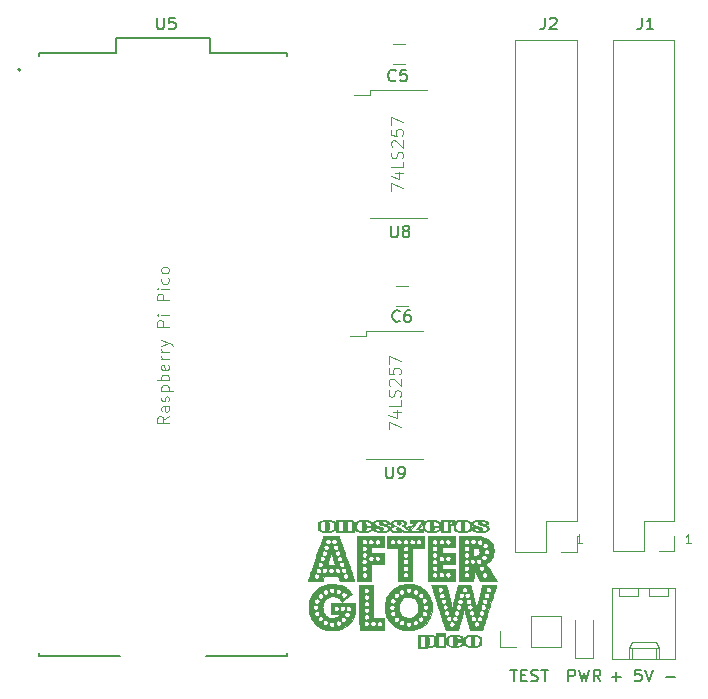
<source format=gto>
%TF.GenerationSoftware,KiCad,Pcbnew,5.1.10*%
%TF.CreationDate,2021-12-20T17:42:05+01:00*%
%TF.ProjectId,afterglow_pico,61667465-7267-46c6-9f77-5f7069636f2e,rev?*%
%TF.SameCoordinates,Original*%
%TF.FileFunction,Legend,Top*%
%TF.FilePolarity,Positive*%
%FSLAX46Y46*%
G04 Gerber Fmt 4.6, Leading zero omitted, Abs format (unit mm)*
G04 Created by KiCad (PCBNEW 5.1.10) date 2021-12-20 17:42:05*
%MOMM*%
%LPD*%
G01*
G04 APERTURE LIST*
%ADD10C,0.100000*%
%ADD11C,0.120000*%
%ADD12C,0.010000*%
%ADD13C,0.200000*%
%ADD14C,0.127000*%
%ADD15C,0.150000*%
G04 APERTURE END LIST*
D10*
X224214285Y-109939285D02*
X223785714Y-109939285D01*
X224000000Y-109939285D02*
X224000000Y-109189285D01*
X223928571Y-109296428D01*
X223857142Y-109367857D01*
X223785714Y-109403571D01*
X215014285Y-109939285D02*
X214585714Y-109939285D01*
X214800000Y-109939285D02*
X214800000Y-109189285D01*
X214728571Y-109296428D01*
X214657142Y-109367857D01*
X214585714Y-109403571D01*
X180052380Y-99200000D02*
X179576190Y-99533333D01*
X180052380Y-99771428D02*
X179052380Y-99771428D01*
X179052380Y-99390476D01*
X179100000Y-99295238D01*
X179147619Y-99247619D01*
X179242857Y-99200000D01*
X179385714Y-99200000D01*
X179480952Y-99247619D01*
X179528571Y-99295238D01*
X179576190Y-99390476D01*
X179576190Y-99771428D01*
X180052380Y-98342857D02*
X179528571Y-98342857D01*
X179433333Y-98390476D01*
X179385714Y-98485714D01*
X179385714Y-98676190D01*
X179433333Y-98771428D01*
X180004761Y-98342857D02*
X180052380Y-98438095D01*
X180052380Y-98676190D01*
X180004761Y-98771428D01*
X179909523Y-98819047D01*
X179814285Y-98819047D01*
X179719047Y-98771428D01*
X179671428Y-98676190D01*
X179671428Y-98438095D01*
X179623809Y-98342857D01*
X180004761Y-97914285D02*
X180052380Y-97819047D01*
X180052380Y-97628571D01*
X180004761Y-97533333D01*
X179909523Y-97485714D01*
X179861904Y-97485714D01*
X179766666Y-97533333D01*
X179719047Y-97628571D01*
X179719047Y-97771428D01*
X179671428Y-97866666D01*
X179576190Y-97914285D01*
X179528571Y-97914285D01*
X179433333Y-97866666D01*
X179385714Y-97771428D01*
X179385714Y-97628571D01*
X179433333Y-97533333D01*
X179385714Y-97057142D02*
X180385714Y-97057142D01*
X179433333Y-97057142D02*
X179385714Y-96961904D01*
X179385714Y-96771428D01*
X179433333Y-96676190D01*
X179480952Y-96628571D01*
X179576190Y-96580952D01*
X179861904Y-96580952D01*
X179957142Y-96628571D01*
X180004761Y-96676190D01*
X180052380Y-96771428D01*
X180052380Y-96961904D01*
X180004761Y-97057142D01*
X180052380Y-96152380D02*
X179052380Y-96152380D01*
X179433333Y-96152380D02*
X179385714Y-96057142D01*
X179385714Y-95866666D01*
X179433333Y-95771428D01*
X179480952Y-95723809D01*
X179576190Y-95676190D01*
X179861904Y-95676190D01*
X179957142Y-95723809D01*
X180004761Y-95771428D01*
X180052380Y-95866666D01*
X180052380Y-96057142D01*
X180004761Y-96152380D01*
X180004761Y-94866666D02*
X180052380Y-94961904D01*
X180052380Y-95152380D01*
X180004761Y-95247619D01*
X179909523Y-95295238D01*
X179528571Y-95295238D01*
X179433333Y-95247619D01*
X179385714Y-95152380D01*
X179385714Y-94961904D01*
X179433333Y-94866666D01*
X179528571Y-94819047D01*
X179623809Y-94819047D01*
X179719047Y-95295238D01*
X180052380Y-94390476D02*
X179385714Y-94390476D01*
X179576190Y-94390476D02*
X179480952Y-94342857D01*
X179433333Y-94295238D01*
X179385714Y-94200000D01*
X179385714Y-94104761D01*
X180052380Y-93771428D02*
X179385714Y-93771428D01*
X179576190Y-93771428D02*
X179480952Y-93723809D01*
X179433333Y-93676190D01*
X179385714Y-93580952D01*
X179385714Y-93485714D01*
X179385714Y-93247619D02*
X180052380Y-93009523D01*
X179385714Y-92771428D02*
X180052380Y-93009523D01*
X180290476Y-93104761D01*
X180338095Y-93152380D01*
X180385714Y-93247619D01*
X180052380Y-91628571D02*
X179052380Y-91628571D01*
X179052380Y-91247619D01*
X179100000Y-91152380D01*
X179147619Y-91104761D01*
X179242857Y-91057142D01*
X179385714Y-91057142D01*
X179480952Y-91104761D01*
X179528571Y-91152380D01*
X179576190Y-91247619D01*
X179576190Y-91628571D01*
X180052380Y-90628571D02*
X179385714Y-90628571D01*
X179052380Y-90628571D02*
X179100000Y-90676190D01*
X179147619Y-90628571D01*
X179100000Y-90580952D01*
X179052380Y-90628571D01*
X179147619Y-90628571D01*
X180052380Y-89390476D02*
X179052380Y-89390476D01*
X179052380Y-89009523D01*
X179100000Y-88914285D01*
X179147619Y-88866666D01*
X179242857Y-88819047D01*
X179385714Y-88819047D01*
X179480952Y-88866666D01*
X179528571Y-88914285D01*
X179576190Y-89009523D01*
X179576190Y-89390476D01*
X180052380Y-88390476D02*
X179385714Y-88390476D01*
X179052380Y-88390476D02*
X179100000Y-88438095D01*
X179147619Y-88390476D01*
X179100000Y-88342857D01*
X179052380Y-88390476D01*
X179147619Y-88390476D01*
X180004761Y-87485714D02*
X180052380Y-87580952D01*
X180052380Y-87771428D01*
X180004761Y-87866666D01*
X179957142Y-87914285D01*
X179861904Y-87961904D01*
X179576190Y-87961904D01*
X179480952Y-87914285D01*
X179433333Y-87866666D01*
X179385714Y-87771428D01*
X179385714Y-87580952D01*
X179433333Y-87485714D01*
X180052380Y-86914285D02*
X180004761Y-87009523D01*
X179957142Y-87057142D01*
X179861904Y-87104761D01*
X179576190Y-87104761D01*
X179480952Y-87057142D01*
X179433333Y-87009523D01*
X179385714Y-86914285D01*
X179385714Y-86771428D01*
X179433333Y-86676190D01*
X179480952Y-86628571D01*
X179576190Y-86580952D01*
X179861904Y-86580952D01*
X179957142Y-86628571D01*
X180004761Y-86676190D01*
X180052380Y-86771428D01*
X180052380Y-86914285D01*
X198852380Y-80119047D02*
X198852380Y-79452380D01*
X199852380Y-79880952D01*
X199185714Y-78642857D02*
X199852380Y-78642857D01*
X198804761Y-78880952D02*
X199519047Y-79119047D01*
X199519047Y-78500000D01*
X199852380Y-77642857D02*
X199852380Y-78119047D01*
X198852380Y-78119047D01*
X199804761Y-77357142D02*
X199852380Y-77214285D01*
X199852380Y-76976190D01*
X199804761Y-76880952D01*
X199757142Y-76833333D01*
X199661904Y-76785714D01*
X199566666Y-76785714D01*
X199471428Y-76833333D01*
X199423809Y-76880952D01*
X199376190Y-76976190D01*
X199328571Y-77166666D01*
X199280952Y-77261904D01*
X199233333Y-77309523D01*
X199138095Y-77357142D01*
X199042857Y-77357142D01*
X198947619Y-77309523D01*
X198900000Y-77261904D01*
X198852380Y-77166666D01*
X198852380Y-76928571D01*
X198900000Y-76785714D01*
X198947619Y-76404761D02*
X198900000Y-76357142D01*
X198852380Y-76261904D01*
X198852380Y-76023809D01*
X198900000Y-75928571D01*
X198947619Y-75880952D01*
X199042857Y-75833333D01*
X199138095Y-75833333D01*
X199280952Y-75880952D01*
X199852380Y-76452380D01*
X199852380Y-75833333D01*
X198852380Y-74928571D02*
X198852380Y-75404761D01*
X199328571Y-75452380D01*
X199280952Y-75404761D01*
X199233333Y-75309523D01*
X199233333Y-75071428D01*
X199280952Y-74976190D01*
X199328571Y-74928571D01*
X199423809Y-74880952D01*
X199661904Y-74880952D01*
X199757142Y-74928571D01*
X199804761Y-74976190D01*
X199852380Y-75071428D01*
X199852380Y-75309523D01*
X199804761Y-75404761D01*
X199757142Y-75452380D01*
X198852380Y-74547619D02*
X198852380Y-73880952D01*
X199852380Y-74309523D01*
X198652380Y-100319047D02*
X198652380Y-99652380D01*
X199652380Y-100080952D01*
X198985714Y-98842857D02*
X199652380Y-98842857D01*
X198604761Y-99080952D02*
X199319047Y-99319047D01*
X199319047Y-98700000D01*
X199652380Y-97842857D02*
X199652380Y-98319047D01*
X198652380Y-98319047D01*
X199604761Y-97557142D02*
X199652380Y-97414285D01*
X199652380Y-97176190D01*
X199604761Y-97080952D01*
X199557142Y-97033333D01*
X199461904Y-96985714D01*
X199366666Y-96985714D01*
X199271428Y-97033333D01*
X199223809Y-97080952D01*
X199176190Y-97176190D01*
X199128571Y-97366666D01*
X199080952Y-97461904D01*
X199033333Y-97509523D01*
X198938095Y-97557142D01*
X198842857Y-97557142D01*
X198747619Y-97509523D01*
X198700000Y-97461904D01*
X198652380Y-97366666D01*
X198652380Y-97128571D01*
X198700000Y-96985714D01*
X198747619Y-96604761D02*
X198700000Y-96557142D01*
X198652380Y-96461904D01*
X198652380Y-96223809D01*
X198700000Y-96128571D01*
X198747619Y-96080952D01*
X198842857Y-96033333D01*
X198938095Y-96033333D01*
X199080952Y-96080952D01*
X199652380Y-96652380D01*
X199652380Y-96033333D01*
X198652380Y-95128571D02*
X198652380Y-95604761D01*
X199128571Y-95652380D01*
X199080952Y-95604761D01*
X199033333Y-95509523D01*
X199033333Y-95271428D01*
X199080952Y-95176190D01*
X199128571Y-95128571D01*
X199223809Y-95080952D01*
X199461904Y-95080952D01*
X199557142Y-95128571D01*
X199604761Y-95176190D01*
X199652380Y-95271428D01*
X199652380Y-95509523D01*
X199604761Y-95604761D01*
X199557142Y-95652380D01*
X198652380Y-94747619D02*
X198652380Y-94080952D01*
X199652380Y-94509523D01*
D11*
%TO.C,TEST*%
X213270000Y-118730000D02*
X213270000Y-116070000D01*
X210670000Y-118730000D02*
X213270000Y-118730000D01*
X210670000Y-116070000D02*
X213270000Y-116070000D01*
X210670000Y-118730000D02*
X210670000Y-116070000D01*
X209400000Y-118730000D02*
X208070000Y-118730000D01*
X208070000Y-118730000D02*
X208070000Y-117400000D01*
D12*
%TO.C,AG_LOGO*%
G36*
X204961969Y-108152351D02*
G01*
X204999843Y-108158125D01*
X205026999Y-108172510D01*
X205045217Y-108199402D01*
X205056277Y-108242696D01*
X205061962Y-108306289D01*
X205064051Y-108394076D01*
X205064330Y-108485416D01*
X205063807Y-108595676D01*
X205061201Y-108678740D01*
X205054959Y-108738650D01*
X205043527Y-108779447D01*
X205025353Y-108805174D01*
X204998883Y-108819871D01*
X204962563Y-108827581D01*
X204931550Y-108830886D01*
X204881336Y-108833199D01*
X204841865Y-108831128D01*
X204830013Y-108828427D01*
X204803401Y-108816457D01*
X204783640Y-108802207D01*
X204769710Y-108781209D01*
X204760595Y-108748994D01*
X204755276Y-108701094D01*
X204752736Y-108633042D01*
X204751955Y-108540369D01*
X204751908Y-108486224D01*
X204892497Y-108486224D01*
X204893366Y-108591975D01*
X204895889Y-108673920D01*
X204899943Y-108729895D01*
X204905406Y-108757734D01*
X204908119Y-108760517D01*
X204914219Y-108745287D01*
X204918926Y-108701111D01*
X204922106Y-108630261D01*
X204923625Y-108535008D01*
X204923740Y-108495879D01*
X204922834Y-108396578D01*
X204920253Y-108316197D01*
X204916199Y-108258304D01*
X204910876Y-108226465D01*
X204908119Y-108221587D01*
X204901853Y-108232706D01*
X204897145Y-108274191D01*
X204894045Y-108345201D01*
X204892602Y-108444897D01*
X204892497Y-108486224D01*
X204751908Y-108486224D01*
X204751907Y-108485611D01*
X204752219Y-108375413D01*
X204754398Y-108292558D01*
X204760306Y-108233148D01*
X204771805Y-108193282D01*
X204790758Y-108169063D01*
X204819027Y-108156591D01*
X204858474Y-108151967D01*
X204910962Y-108151292D01*
X204911594Y-108151292D01*
X204961969Y-108152351D01*
G37*
X204961969Y-108152351D02*
X204999843Y-108158125D01*
X205026999Y-108172510D01*
X205045217Y-108199402D01*
X205056277Y-108242696D01*
X205061962Y-108306289D01*
X205064051Y-108394076D01*
X205064330Y-108485416D01*
X205063807Y-108595676D01*
X205061201Y-108678740D01*
X205054959Y-108738650D01*
X205043527Y-108779447D01*
X205025353Y-108805174D01*
X204998883Y-108819871D01*
X204962563Y-108827581D01*
X204931550Y-108830886D01*
X204881336Y-108833199D01*
X204841865Y-108831128D01*
X204830013Y-108828427D01*
X204803401Y-108816457D01*
X204783640Y-108802207D01*
X204769710Y-108781209D01*
X204760595Y-108748994D01*
X204755276Y-108701094D01*
X204752736Y-108633042D01*
X204751955Y-108540369D01*
X204751908Y-108486224D01*
X204892497Y-108486224D01*
X204893366Y-108591975D01*
X204895889Y-108673920D01*
X204899943Y-108729895D01*
X204905406Y-108757734D01*
X204908119Y-108760517D01*
X204914219Y-108745287D01*
X204918926Y-108701111D01*
X204922106Y-108630261D01*
X204923625Y-108535008D01*
X204923740Y-108495879D01*
X204922834Y-108396578D01*
X204920253Y-108316197D01*
X204916199Y-108258304D01*
X204910876Y-108226465D01*
X204908119Y-108221587D01*
X204901853Y-108232706D01*
X204897145Y-108274191D01*
X204894045Y-108345201D01*
X204892602Y-108444897D01*
X204892497Y-108486224D01*
X204751908Y-108486224D01*
X204751907Y-108485611D01*
X204752219Y-108375413D01*
X204754398Y-108292558D01*
X204760306Y-108233148D01*
X204771805Y-108193282D01*
X204790758Y-108169063D01*
X204819027Y-108156591D01*
X204858474Y-108151967D01*
X204910962Y-108151292D01*
X204911594Y-108151292D01*
X204961969Y-108152351D01*
G36*
X193464333Y-108152288D02*
G01*
X193501986Y-108157850D01*
X193529108Y-108171831D01*
X193547425Y-108198090D01*
X193558662Y-108240481D01*
X193564546Y-108302860D01*
X193566803Y-108389084D01*
X193567159Y-108492536D01*
X193566930Y-108592846D01*
X193565923Y-108666627D01*
X193563662Y-108718594D01*
X193559670Y-108753457D01*
X193553468Y-108775929D01*
X193544580Y-108790724D01*
X193536075Y-108799426D01*
X193500720Y-108817383D01*
X193447804Y-108830012D01*
X193390823Y-108835393D01*
X193343272Y-108831601D01*
X193332842Y-108828379D01*
X193306234Y-108816459D01*
X193286473Y-108802230D01*
X193272544Y-108781229D01*
X193263428Y-108748990D01*
X193258107Y-108701048D01*
X193255565Y-108632939D01*
X193254784Y-108540196D01*
X193254737Y-108486224D01*
X193395326Y-108486224D01*
X193396195Y-108591975D01*
X193398718Y-108673920D01*
X193402772Y-108729895D01*
X193408235Y-108757734D01*
X193410948Y-108760517D01*
X193417048Y-108745287D01*
X193421755Y-108701111D01*
X193424935Y-108630261D01*
X193426454Y-108535008D01*
X193426569Y-108495879D01*
X193425663Y-108396578D01*
X193423082Y-108316197D01*
X193419028Y-108258304D01*
X193413705Y-108226465D01*
X193410948Y-108221587D01*
X193404682Y-108232706D01*
X193399974Y-108274191D01*
X193396874Y-108345201D01*
X193395431Y-108444897D01*
X193395326Y-108486224D01*
X193254737Y-108486224D01*
X193254736Y-108485611D01*
X193255048Y-108375413D01*
X193257227Y-108292558D01*
X193263135Y-108233148D01*
X193274635Y-108193282D01*
X193293587Y-108169063D01*
X193321856Y-108156591D01*
X193361303Y-108151967D01*
X193413791Y-108151292D01*
X193414423Y-108151292D01*
X193464333Y-108152288D01*
G37*
X193464333Y-108152288D02*
X193501986Y-108157850D01*
X193529108Y-108171831D01*
X193547425Y-108198090D01*
X193558662Y-108240481D01*
X193564546Y-108302860D01*
X193566803Y-108389084D01*
X193567159Y-108492536D01*
X193566930Y-108592846D01*
X193565923Y-108666627D01*
X193563662Y-108718594D01*
X193559670Y-108753457D01*
X193553468Y-108775929D01*
X193544580Y-108790724D01*
X193536075Y-108799426D01*
X193500720Y-108817383D01*
X193447804Y-108830012D01*
X193390823Y-108835393D01*
X193343272Y-108831601D01*
X193332842Y-108828379D01*
X193306234Y-108816459D01*
X193286473Y-108802230D01*
X193272544Y-108781229D01*
X193263428Y-108748990D01*
X193258107Y-108701048D01*
X193255565Y-108632939D01*
X193254784Y-108540196D01*
X193254737Y-108486224D01*
X193395326Y-108486224D01*
X193396195Y-108591975D01*
X193398718Y-108673920D01*
X193402772Y-108729895D01*
X193408235Y-108757734D01*
X193410948Y-108760517D01*
X193417048Y-108745287D01*
X193421755Y-108701111D01*
X193424935Y-108630261D01*
X193426454Y-108535008D01*
X193426569Y-108495879D01*
X193425663Y-108396578D01*
X193423082Y-108316197D01*
X193419028Y-108258304D01*
X193413705Y-108226465D01*
X193410948Y-108221587D01*
X193404682Y-108232706D01*
X193399974Y-108274191D01*
X193396874Y-108345201D01*
X193395431Y-108444897D01*
X193395326Y-108486224D01*
X193254737Y-108486224D01*
X193254736Y-108485611D01*
X193255048Y-108375413D01*
X193257227Y-108292558D01*
X193263135Y-108233148D01*
X193274635Y-108193282D01*
X193293587Y-108169063D01*
X193321856Y-108156591D01*
X193361303Y-108151967D01*
X193413791Y-108151292D01*
X193414423Y-108151292D01*
X193464333Y-108152288D01*
G36*
X202355782Y-108155905D02*
G01*
X202402415Y-108172693D01*
X202428543Y-108206074D01*
X202439047Y-108260468D01*
X202439976Y-108292768D01*
X202439976Y-108385609D01*
X202127553Y-108385609D01*
X202127553Y-108292768D01*
X202129452Y-108268450D01*
X202268143Y-108268450D01*
X202272067Y-108304588D01*
X202281714Y-108322652D01*
X202283764Y-108323124D01*
X202294089Y-108309392D01*
X202299251Y-108275625D01*
X202299385Y-108268450D01*
X202295462Y-108232312D01*
X202285814Y-108214248D01*
X202283764Y-108213776D01*
X202273439Y-108227508D01*
X202268278Y-108261275D01*
X202268143Y-108268450D01*
X202129452Y-108268450D01*
X202132647Y-108227544D01*
X202151183Y-108185309D01*
X202188041Y-108161646D01*
X202248101Y-108152133D01*
X202283764Y-108151292D01*
X202355782Y-108155905D01*
G37*
X202355782Y-108155905D02*
X202402415Y-108172693D01*
X202428543Y-108206074D01*
X202439047Y-108260468D01*
X202439976Y-108292768D01*
X202439976Y-108385609D01*
X202127553Y-108385609D01*
X202127553Y-108292768D01*
X202129452Y-108268450D01*
X202268143Y-108268450D01*
X202272067Y-108304588D01*
X202281714Y-108322652D01*
X202283764Y-108323124D01*
X202294089Y-108309392D01*
X202299251Y-108275625D01*
X202299385Y-108268450D01*
X202295462Y-108232312D01*
X202285814Y-108214248D01*
X202283764Y-108213776D01*
X202273439Y-108227508D01*
X202268278Y-108261275D01*
X202268143Y-108268450D01*
X202129452Y-108268450D01*
X202132647Y-108227544D01*
X202151183Y-108185309D01*
X202188041Y-108161646D01*
X202248101Y-108152133D01*
X202283764Y-108151292D01*
X202355782Y-108155905D01*
G36*
X199497432Y-108122395D02*
G01*
X199505031Y-108122806D01*
X199566906Y-108127903D01*
X199606256Y-108136358D01*
X199631789Y-108150806D01*
X199645669Y-108165355D01*
X199666837Y-108196612D01*
X199675031Y-108218184D01*
X199663588Y-108240209D01*
X199634595Y-108273014D01*
X199596058Y-108309406D01*
X199555983Y-108342193D01*
X199522375Y-108364183D01*
X199506830Y-108369297D01*
X199476238Y-108361817D01*
X199433828Y-108344086D01*
X199422162Y-108338182D01*
X199363835Y-108297567D01*
X199328003Y-108251858D01*
X199317458Y-108210337D01*
X199458006Y-108210337D01*
X199466070Y-108236590D01*
X199482887Y-108255744D01*
X199502171Y-108249091D01*
X199515396Y-108220071D01*
X199516001Y-108216458D01*
X199512606Y-108189638D01*
X199488664Y-108182534D01*
X199462367Y-108188506D01*
X199458006Y-108210337D01*
X199317458Y-108210337D01*
X199316329Y-108205894D01*
X199330479Y-108164513D01*
X199354750Y-108142076D01*
X199386915Y-108127676D01*
X199431581Y-108121487D01*
X199497432Y-108122395D01*
G37*
X199497432Y-108122395D02*
X199505031Y-108122806D01*
X199566906Y-108127903D01*
X199606256Y-108136358D01*
X199631789Y-108150806D01*
X199645669Y-108165355D01*
X199666837Y-108196612D01*
X199675031Y-108218184D01*
X199663588Y-108240209D01*
X199634595Y-108273014D01*
X199596058Y-108309406D01*
X199555983Y-108342193D01*
X199522375Y-108364183D01*
X199506830Y-108369297D01*
X199476238Y-108361817D01*
X199433828Y-108344086D01*
X199422162Y-108338182D01*
X199363835Y-108297567D01*
X199328003Y-108251858D01*
X199317458Y-108210337D01*
X199458006Y-108210337D01*
X199466070Y-108236590D01*
X199482887Y-108255744D01*
X199502171Y-108249091D01*
X199515396Y-108220071D01*
X199516001Y-108216458D01*
X199512606Y-108189638D01*
X199488664Y-108182534D01*
X199462367Y-108188506D01*
X199458006Y-108210337D01*
X199317458Y-108210337D01*
X199316329Y-108205894D01*
X199330479Y-108164513D01*
X199354750Y-108142076D01*
X199386915Y-108127676D01*
X199431581Y-108121487D01*
X199497432Y-108122395D01*
G36*
X199726134Y-108766420D02*
G01*
X199665435Y-108787943D01*
X199590282Y-108807457D01*
X199507968Y-108817457D01*
X199428618Y-108817677D01*
X199362357Y-108807849D01*
X199332536Y-108796723D01*
X199278804Y-108758715D01*
X199256051Y-108718743D01*
X199257320Y-108712278D01*
X199402193Y-108712278D01*
X199417859Y-108735430D01*
X199454841Y-108758453D01*
X199492871Y-108751414D01*
X199499327Y-108747619D01*
X199505307Y-108733232D01*
X199485391Y-108710864D01*
X199473416Y-108701581D01*
X199440787Y-108680806D01*
X199421092Y-108679766D01*
X199410358Y-108689153D01*
X199402193Y-108712278D01*
X199257320Y-108712278D01*
X199264133Y-108677595D01*
X199302910Y-108636063D01*
X199368538Y-108596730D01*
X199454784Y-108554534D01*
X199726134Y-108766420D01*
G37*
X199726134Y-108766420D02*
X199665435Y-108787943D01*
X199590282Y-108807457D01*
X199507968Y-108817457D01*
X199428618Y-108817677D01*
X199362357Y-108807849D01*
X199332536Y-108796723D01*
X199278804Y-108758715D01*
X199256051Y-108718743D01*
X199257320Y-108712278D01*
X199402193Y-108712278D01*
X199417859Y-108735430D01*
X199454841Y-108758453D01*
X199492871Y-108751414D01*
X199499327Y-108747619D01*
X199505307Y-108733232D01*
X199485391Y-108710864D01*
X199473416Y-108701581D01*
X199440787Y-108680806D01*
X199421092Y-108679766D01*
X199410358Y-108689153D01*
X199402193Y-108712278D01*
X199257320Y-108712278D01*
X199264133Y-108677595D01*
X199302910Y-108636063D01*
X199368538Y-108596730D01*
X199454784Y-108554534D01*
X199726134Y-108766420D01*
G36*
X196598286Y-108156485D02*
G01*
X196644365Y-108175459D01*
X196671658Y-108213309D01*
X196685657Y-108275128D01*
X196688154Y-108299935D01*
X196695259Y-108385609D01*
X196358895Y-108385609D01*
X196368981Y-108287977D01*
X196372048Y-108268450D01*
X196523497Y-108268450D01*
X196524754Y-108300600D01*
X196528294Y-108308898D01*
X196530291Y-108303780D01*
X196533200Y-108266267D01*
X196530606Y-108241295D01*
X196526491Y-108232638D01*
X196523902Y-108251413D01*
X196523497Y-108268450D01*
X196372048Y-108268450D01*
X196379157Y-108223205D01*
X196397637Y-108182613D01*
X196430730Y-108160773D01*
X196484747Y-108152260D01*
X196527933Y-108151292D01*
X196598286Y-108156485D01*
G37*
X196598286Y-108156485D02*
X196644365Y-108175459D01*
X196671658Y-108213309D01*
X196685657Y-108275128D01*
X196688154Y-108299935D01*
X196695259Y-108385609D01*
X196358895Y-108385609D01*
X196368981Y-108287977D01*
X196372048Y-108268450D01*
X196523497Y-108268450D01*
X196524754Y-108300600D01*
X196528294Y-108308898D01*
X196530291Y-108303780D01*
X196533200Y-108266267D01*
X196530606Y-108241295D01*
X196526491Y-108232638D01*
X196523902Y-108251413D01*
X196523497Y-108268450D01*
X196372048Y-108268450D01*
X196379157Y-108223205D01*
X196397637Y-108182613D01*
X196430730Y-108160773D01*
X196484747Y-108152260D01*
X196527933Y-108151292D01*
X196598286Y-108156485D01*
G36*
X205775043Y-117873384D02*
G01*
X205834129Y-117888635D01*
X205892251Y-117912920D01*
X205892251Y-118209633D01*
X205892120Y-118312857D01*
X205891401Y-118389327D01*
X205889609Y-118443531D01*
X205886260Y-118479957D01*
X205880868Y-118503093D01*
X205872946Y-118517429D01*
X205862011Y-118527451D01*
X205857533Y-118530664D01*
X205816805Y-118546394D01*
X205759337Y-118554040D01*
X205697678Y-118553486D01*
X205644375Y-118544619D01*
X205617962Y-118532839D01*
X205607031Y-118522546D01*
X205598925Y-118506894D01*
X205593109Y-118481296D01*
X205589048Y-118441163D01*
X205586207Y-118381907D01*
X205584050Y-118298940D01*
X205582780Y-118231135D01*
X205581979Y-118176237D01*
X205719387Y-118176237D01*
X205720170Y-118255000D01*
X205722713Y-118331458D01*
X205726904Y-118399448D01*
X205732634Y-118452806D01*
X205739793Y-118485372D01*
X205745522Y-118492497D01*
X205747483Y-118477703D01*
X205749158Y-118436632D01*
X205750441Y-118374246D01*
X205751227Y-118295511D01*
X205751422Y-118215221D01*
X205750540Y-118104553D01*
X205748111Y-118025051D01*
X205744137Y-117976727D01*
X205738619Y-117959592D01*
X205736040Y-117961378D01*
X205728688Y-117987738D01*
X205723536Y-118036443D01*
X205720472Y-118101330D01*
X205719387Y-118176237D01*
X205581979Y-118176237D01*
X205581302Y-118129871D01*
X205581142Y-118055049D01*
X205582657Y-118001883D01*
X205586205Y-117965586D01*
X205592142Y-117941374D01*
X205600827Y-117924460D01*
X205606212Y-117917365D01*
X205648257Y-117888196D01*
X205708112Y-117873084D01*
X205775043Y-117873384D01*
G37*
X205775043Y-117873384D02*
X205834129Y-117888635D01*
X205892251Y-117912920D01*
X205892251Y-118209633D01*
X205892120Y-118312857D01*
X205891401Y-118389327D01*
X205889609Y-118443531D01*
X205886260Y-118479957D01*
X205880868Y-118503093D01*
X205872946Y-118517429D01*
X205862011Y-118527451D01*
X205857533Y-118530664D01*
X205816805Y-118546394D01*
X205759337Y-118554040D01*
X205697678Y-118553486D01*
X205644375Y-118544619D01*
X205617962Y-118532839D01*
X205607031Y-118522546D01*
X205598925Y-118506894D01*
X205593109Y-118481296D01*
X205589048Y-118441163D01*
X205586207Y-118381907D01*
X205584050Y-118298940D01*
X205582780Y-118231135D01*
X205581979Y-118176237D01*
X205719387Y-118176237D01*
X205720170Y-118255000D01*
X205722713Y-118331458D01*
X205726904Y-118399448D01*
X205732634Y-118452806D01*
X205739793Y-118485372D01*
X205745522Y-118492497D01*
X205747483Y-118477703D01*
X205749158Y-118436632D01*
X205750441Y-118374246D01*
X205751227Y-118295511D01*
X205751422Y-118215221D01*
X205750540Y-118104553D01*
X205748111Y-118025051D01*
X205744137Y-117976727D01*
X205738619Y-117959592D01*
X205736040Y-117961378D01*
X205728688Y-117987738D01*
X205723536Y-118036443D01*
X205720472Y-118101330D01*
X205719387Y-118176237D01*
X205581979Y-118176237D01*
X205581302Y-118129871D01*
X205581142Y-118055049D01*
X205582657Y-118001883D01*
X205586205Y-117965586D01*
X205592142Y-117941374D01*
X205600827Y-117924460D01*
X205606212Y-117917365D01*
X205648257Y-117888196D01*
X205708112Y-117873084D01*
X205775043Y-117873384D01*
G36*
X195400763Y-107992985D02*
G01*
X195502523Y-108012982D01*
X195589424Y-108042118D01*
X195654209Y-108079307D01*
X195661778Y-108085698D01*
X195683562Y-108109993D01*
X195700918Y-108141819D01*
X195714313Y-108184655D01*
X195724212Y-108241978D01*
X195731083Y-108317264D01*
X195735393Y-108413992D01*
X195737607Y-108535637D01*
X195738186Y-108655074D01*
X195738500Y-108979213D01*
X194988684Y-108979213D01*
X194988684Y-108596494D01*
X194988056Y-108466215D01*
X194986210Y-108361464D01*
X194983201Y-108283617D01*
X194979086Y-108234045D01*
X194973920Y-108214122D01*
X194973063Y-108213776D01*
X194967746Y-108229161D01*
X194963470Y-108274399D01*
X194960293Y-108348118D01*
X194958269Y-108448944D01*
X194957456Y-108575504D01*
X194957442Y-108596494D01*
X194957442Y-108979213D01*
X194207181Y-108979213D01*
X194214842Y-108073186D01*
X194363838Y-108073186D01*
X194363838Y-108917586D01*
X194586440Y-108913252D01*
X194809041Y-108908918D01*
X194809512Y-108491052D01*
X194809904Y-108143245D01*
X194949278Y-108143245D01*
X194962725Y-108149825D01*
X194998917Y-108151292D01*
X195048492Y-108157538D01*
X195090226Y-108172851D01*
X195094557Y-108175609D01*
X195105811Y-108184413D01*
X195114325Y-108195694D01*
X195120483Y-108213546D01*
X195124665Y-108242063D01*
X195127253Y-108285340D01*
X195128630Y-108347472D01*
X195129176Y-108432553D01*
X195129275Y-108544678D01*
X195129275Y-108547913D01*
X195129723Y-108649172D01*
X195130979Y-108739773D01*
X195132908Y-108815108D01*
X195135376Y-108870566D01*
X195138250Y-108901539D01*
X195139689Y-108906314D01*
X195158308Y-108910097D01*
X195202179Y-108913266D01*
X195265311Y-108915546D01*
X195341716Y-108916662D01*
X195366196Y-108916728D01*
X195582288Y-108916728D01*
X195582288Y-108558459D01*
X195581652Y-108453542D01*
X195579868Y-108357256D01*
X195577126Y-108274630D01*
X195573615Y-108210691D01*
X195569525Y-108170469D01*
X195567338Y-108160867D01*
X195542404Y-108122134D01*
X195499000Y-108093837D01*
X195433609Y-108074700D01*
X195342713Y-108063448D01*
X195290790Y-108060545D01*
X195178387Y-108061248D01*
X195083359Y-108072490D01*
X195009776Y-108093440D01*
X194961706Y-108123269D01*
X194956732Y-108128716D01*
X194949278Y-108143245D01*
X194809904Y-108143245D01*
X194809984Y-108073186D01*
X194363838Y-108073186D01*
X194214842Y-108073186D01*
X194215437Y-108002891D01*
X194581458Y-107998690D01*
X194685574Y-107998042D01*
X194779297Y-107998501D01*
X194858098Y-107999959D01*
X194917449Y-108002309D01*
X194952820Y-108005445D01*
X194960656Y-108007667D01*
X194981527Y-108011263D01*
X195023674Y-108008088D01*
X195078038Y-107998833D01*
X195078891Y-107998653D01*
X195181690Y-107984737D01*
X195291400Y-107983208D01*
X195400763Y-107992985D01*
G37*
X195400763Y-107992985D02*
X195502523Y-108012982D01*
X195589424Y-108042118D01*
X195654209Y-108079307D01*
X195661778Y-108085698D01*
X195683562Y-108109993D01*
X195700918Y-108141819D01*
X195714313Y-108184655D01*
X195724212Y-108241978D01*
X195731083Y-108317264D01*
X195735393Y-108413992D01*
X195737607Y-108535637D01*
X195738186Y-108655074D01*
X195738500Y-108979213D01*
X194988684Y-108979213D01*
X194988684Y-108596494D01*
X194988056Y-108466215D01*
X194986210Y-108361464D01*
X194983201Y-108283617D01*
X194979086Y-108234045D01*
X194973920Y-108214122D01*
X194973063Y-108213776D01*
X194967746Y-108229161D01*
X194963470Y-108274399D01*
X194960293Y-108348118D01*
X194958269Y-108448944D01*
X194957456Y-108575504D01*
X194957442Y-108596494D01*
X194957442Y-108979213D01*
X194207181Y-108979213D01*
X194214842Y-108073186D01*
X194363838Y-108073186D01*
X194363838Y-108917586D01*
X194586440Y-108913252D01*
X194809041Y-108908918D01*
X194809512Y-108491052D01*
X194809904Y-108143245D01*
X194949278Y-108143245D01*
X194962725Y-108149825D01*
X194998917Y-108151292D01*
X195048492Y-108157538D01*
X195090226Y-108172851D01*
X195094557Y-108175609D01*
X195105811Y-108184413D01*
X195114325Y-108195694D01*
X195120483Y-108213546D01*
X195124665Y-108242063D01*
X195127253Y-108285340D01*
X195128630Y-108347472D01*
X195129176Y-108432553D01*
X195129275Y-108544678D01*
X195129275Y-108547913D01*
X195129723Y-108649172D01*
X195130979Y-108739773D01*
X195132908Y-108815108D01*
X195135376Y-108870566D01*
X195138250Y-108901539D01*
X195139689Y-108906314D01*
X195158308Y-108910097D01*
X195202179Y-108913266D01*
X195265311Y-108915546D01*
X195341716Y-108916662D01*
X195366196Y-108916728D01*
X195582288Y-108916728D01*
X195582288Y-108558459D01*
X195581652Y-108453542D01*
X195579868Y-108357256D01*
X195577126Y-108274630D01*
X195573615Y-108210691D01*
X195569525Y-108170469D01*
X195567338Y-108160867D01*
X195542404Y-108122134D01*
X195499000Y-108093837D01*
X195433609Y-108074700D01*
X195342713Y-108063448D01*
X195290790Y-108060545D01*
X195178387Y-108061248D01*
X195083359Y-108072490D01*
X195009776Y-108093440D01*
X194961706Y-108123269D01*
X194956732Y-108128716D01*
X194949278Y-108143245D01*
X194809904Y-108143245D01*
X194809984Y-108073186D01*
X194363838Y-108073186D01*
X194214842Y-108073186D01*
X194215437Y-108002891D01*
X194581458Y-107998690D01*
X194685574Y-107998042D01*
X194779297Y-107998501D01*
X194858098Y-107999959D01*
X194917449Y-108002309D01*
X194952820Y-108005445D01*
X194960656Y-108007667D01*
X194981527Y-108011263D01*
X195023674Y-108008088D01*
X195078038Y-107998833D01*
X195078891Y-107998653D01*
X195181690Y-107984737D01*
X195291400Y-107983208D01*
X195400763Y-107992985D01*
G36*
X206524799Y-107989220D02*
G01*
X206658989Y-108004166D01*
X206781079Y-108026937D01*
X206886014Y-108057025D01*
X206968741Y-108093922D01*
X207009428Y-108122377D01*
X207040389Y-108152228D01*
X207056663Y-108179761D01*
X207062916Y-108216934D01*
X207063838Y-108261851D01*
X207063838Y-108353553D01*
X206825615Y-108357865D01*
X206587393Y-108362177D01*
X206727983Y-108399157D01*
X206861523Y-108439398D01*
X206965845Y-108482085D01*
X207040305Y-108526896D01*
X207084261Y-108573511D01*
X207086762Y-108577901D01*
X207105170Y-108638048D01*
X207107849Y-108710640D01*
X207095484Y-108781540D01*
X207074605Y-108828492D01*
X207035771Y-108866344D01*
X206972556Y-108903426D01*
X206891740Y-108936678D01*
X206800099Y-108963042D01*
X206757003Y-108971867D01*
X206682617Y-108981216D01*
X206586106Y-108987709D01*
X206476461Y-108991268D01*
X206362677Y-108991818D01*
X206253746Y-108989279D01*
X206158660Y-108983577D01*
X206103745Y-108977458D01*
X205971115Y-108952946D01*
X205866971Y-108921295D01*
X205789033Y-108880805D01*
X205735022Y-108829776D01*
X205702660Y-108766509D01*
X205689666Y-108689304D01*
X205689176Y-108668334D01*
X205689176Y-108588684D01*
X205903967Y-108587574D01*
X206118758Y-108586465D01*
X206014815Y-108556798D01*
X205898001Y-108519884D01*
X205809354Y-108482659D01*
X205745889Y-108442473D01*
X205704616Y-108396672D01*
X205682551Y-108342605D01*
X205678641Y-108299134D01*
X205815707Y-108299134D01*
X205821914Y-108340601D01*
X205839949Y-108375983D01*
X205872769Y-108407257D01*
X205923331Y-108436397D01*
X205994595Y-108465380D01*
X206089517Y-108496182D01*
X206211056Y-108530777D01*
X206258579Y-108543650D01*
X206350181Y-108569499D01*
X206428889Y-108594125D01*
X206489662Y-108615800D01*
X206527455Y-108632795D01*
X206535855Y-108638683D01*
X206559300Y-108681823D01*
X206562455Y-108734641D01*
X206545725Y-108783409D01*
X206531079Y-108801054D01*
X206503665Y-108818387D01*
X206464164Y-108827664D01*
X206403803Y-108830763D01*
X206392128Y-108830812D01*
X206314760Y-108825473D01*
X206262147Y-108807424D01*
X206229336Y-108773612D01*
X206211370Y-108720986D01*
X206211052Y-108719319D01*
X206208525Y-108705843D01*
X206360886Y-108705843D01*
X206364381Y-108743525D01*
X206378024Y-108758729D01*
X206392128Y-108760517D01*
X206417330Y-108750524D01*
X206423371Y-108724588D01*
X206414139Y-108686166D01*
X206392019Y-108658089D01*
X206373383Y-108651169D01*
X206365121Y-108664910D01*
X206360993Y-108698696D01*
X206360886Y-108705843D01*
X206208525Y-108705843D01*
X206201198Y-108666790D01*
X205825679Y-108666790D01*
X205834915Y-108723704D01*
X205851143Y-108773595D01*
X205877772Y-108816368D01*
X205879194Y-108817919D01*
X205927585Y-108851501D01*
X206001859Y-108879918D01*
X206096988Y-108902523D01*
X206207942Y-108918672D01*
X206329689Y-108927716D01*
X206457202Y-108929011D01*
X206585449Y-108921910D01*
X206641594Y-108915862D01*
X206763481Y-108894168D01*
X206855803Y-108863386D01*
X206918427Y-108823574D01*
X206948631Y-108781687D01*
X206968681Y-108701574D01*
X206960563Y-108629491D01*
X206925693Y-108569340D01*
X206865488Y-108525026D01*
X206853486Y-108519618D01*
X206820080Y-108508084D01*
X206763354Y-108491040D01*
X206690311Y-108470493D01*
X206607957Y-108448449D01*
X206577654Y-108440604D01*
X206460521Y-108409584D01*
X206370605Y-108383211D01*
X206304483Y-108360042D01*
X206258728Y-108338632D01*
X206229917Y-108317539D01*
X206214623Y-108295318D01*
X206211657Y-108286335D01*
X206208844Y-108237407D01*
X206350838Y-108237407D01*
X206352242Y-108263426D01*
X206366051Y-108292011D01*
X206384261Y-108307312D01*
X206386231Y-108307503D01*
X206390375Y-108293899D01*
X206392128Y-108261133D01*
X206392128Y-108260640D01*
X206385949Y-108225883D01*
X206371509Y-108213964D01*
X206354958Y-108228342D01*
X206350838Y-108237407D01*
X206208844Y-108237407D01*
X206208421Y-108230058D01*
X206231274Y-108189188D01*
X206280778Y-108163290D01*
X206357495Y-108151930D01*
X206386080Y-108151292D01*
X206455361Y-108155148D01*
X206500103Y-108168945D01*
X206526302Y-108196029D01*
X206539419Y-108236785D01*
X206549756Y-108291882D01*
X206923248Y-108291882D01*
X206923248Y-108238342D01*
X206912640Y-108190219D01*
X206878882Y-108150399D01*
X206819070Y-108116395D01*
X206752859Y-108092433D01*
X206714279Y-108082415D01*
X206669186Y-108075090D01*
X206612300Y-108070092D01*
X206538342Y-108067058D01*
X206442033Y-108065623D01*
X206360886Y-108065375D01*
X206215224Y-108067088D01*
X206097702Y-108072893D01*
X206005371Y-108083792D01*
X205935281Y-108100787D01*
X205884484Y-108124880D01*
X205850029Y-108157071D01*
X205828968Y-108198362D01*
X205818369Y-108249607D01*
X205815707Y-108299134D01*
X205678641Y-108299134D01*
X205676705Y-108277618D01*
X205677554Y-108257320D01*
X205690796Y-108185930D01*
X205722390Y-108129046D01*
X205775429Y-108084119D01*
X205853004Y-108048600D01*
X205958206Y-108019941D01*
X205968108Y-108017827D01*
X206100163Y-107996401D01*
X206240332Y-107984830D01*
X206383562Y-107982605D01*
X206524799Y-107989220D01*
G37*
X206524799Y-107989220D02*
X206658989Y-108004166D01*
X206781079Y-108026937D01*
X206886014Y-108057025D01*
X206968741Y-108093922D01*
X207009428Y-108122377D01*
X207040389Y-108152228D01*
X207056663Y-108179761D01*
X207062916Y-108216934D01*
X207063838Y-108261851D01*
X207063838Y-108353553D01*
X206825615Y-108357865D01*
X206587393Y-108362177D01*
X206727983Y-108399157D01*
X206861523Y-108439398D01*
X206965845Y-108482085D01*
X207040305Y-108526896D01*
X207084261Y-108573511D01*
X207086762Y-108577901D01*
X207105170Y-108638048D01*
X207107849Y-108710640D01*
X207095484Y-108781540D01*
X207074605Y-108828492D01*
X207035771Y-108866344D01*
X206972556Y-108903426D01*
X206891740Y-108936678D01*
X206800099Y-108963042D01*
X206757003Y-108971867D01*
X206682617Y-108981216D01*
X206586106Y-108987709D01*
X206476461Y-108991268D01*
X206362677Y-108991818D01*
X206253746Y-108989279D01*
X206158660Y-108983577D01*
X206103745Y-108977458D01*
X205971115Y-108952946D01*
X205866971Y-108921295D01*
X205789033Y-108880805D01*
X205735022Y-108829776D01*
X205702660Y-108766509D01*
X205689666Y-108689304D01*
X205689176Y-108668334D01*
X205689176Y-108588684D01*
X205903967Y-108587574D01*
X206118758Y-108586465D01*
X206014815Y-108556798D01*
X205898001Y-108519884D01*
X205809354Y-108482659D01*
X205745889Y-108442473D01*
X205704616Y-108396672D01*
X205682551Y-108342605D01*
X205678641Y-108299134D01*
X205815707Y-108299134D01*
X205821914Y-108340601D01*
X205839949Y-108375983D01*
X205872769Y-108407257D01*
X205923331Y-108436397D01*
X205994595Y-108465380D01*
X206089517Y-108496182D01*
X206211056Y-108530777D01*
X206258579Y-108543650D01*
X206350181Y-108569499D01*
X206428889Y-108594125D01*
X206489662Y-108615800D01*
X206527455Y-108632795D01*
X206535855Y-108638683D01*
X206559300Y-108681823D01*
X206562455Y-108734641D01*
X206545725Y-108783409D01*
X206531079Y-108801054D01*
X206503665Y-108818387D01*
X206464164Y-108827664D01*
X206403803Y-108830763D01*
X206392128Y-108830812D01*
X206314760Y-108825473D01*
X206262147Y-108807424D01*
X206229336Y-108773612D01*
X206211370Y-108720986D01*
X206211052Y-108719319D01*
X206208525Y-108705843D01*
X206360886Y-108705843D01*
X206364381Y-108743525D01*
X206378024Y-108758729D01*
X206392128Y-108760517D01*
X206417330Y-108750524D01*
X206423371Y-108724588D01*
X206414139Y-108686166D01*
X206392019Y-108658089D01*
X206373383Y-108651169D01*
X206365121Y-108664910D01*
X206360993Y-108698696D01*
X206360886Y-108705843D01*
X206208525Y-108705843D01*
X206201198Y-108666790D01*
X205825679Y-108666790D01*
X205834915Y-108723704D01*
X205851143Y-108773595D01*
X205877772Y-108816368D01*
X205879194Y-108817919D01*
X205927585Y-108851501D01*
X206001859Y-108879918D01*
X206096988Y-108902523D01*
X206207942Y-108918672D01*
X206329689Y-108927716D01*
X206457202Y-108929011D01*
X206585449Y-108921910D01*
X206641594Y-108915862D01*
X206763481Y-108894168D01*
X206855803Y-108863386D01*
X206918427Y-108823574D01*
X206948631Y-108781687D01*
X206968681Y-108701574D01*
X206960563Y-108629491D01*
X206925693Y-108569340D01*
X206865488Y-108525026D01*
X206853486Y-108519618D01*
X206820080Y-108508084D01*
X206763354Y-108491040D01*
X206690311Y-108470493D01*
X206607957Y-108448449D01*
X206577654Y-108440604D01*
X206460521Y-108409584D01*
X206370605Y-108383211D01*
X206304483Y-108360042D01*
X206258728Y-108338632D01*
X206229917Y-108317539D01*
X206214623Y-108295318D01*
X206211657Y-108286335D01*
X206208844Y-108237407D01*
X206350838Y-108237407D01*
X206352242Y-108263426D01*
X206366051Y-108292011D01*
X206384261Y-108307312D01*
X206386231Y-108307503D01*
X206390375Y-108293899D01*
X206392128Y-108261133D01*
X206392128Y-108260640D01*
X206385949Y-108225883D01*
X206371509Y-108213964D01*
X206354958Y-108228342D01*
X206350838Y-108237407D01*
X206208844Y-108237407D01*
X206208421Y-108230058D01*
X206231274Y-108189188D01*
X206280778Y-108163290D01*
X206357495Y-108151930D01*
X206386080Y-108151292D01*
X206455361Y-108155148D01*
X206500103Y-108168945D01*
X206526302Y-108196029D01*
X206539419Y-108236785D01*
X206549756Y-108291882D01*
X206923248Y-108291882D01*
X206923248Y-108238342D01*
X206912640Y-108190219D01*
X206878882Y-108150399D01*
X206819070Y-108116395D01*
X206752859Y-108092433D01*
X206714279Y-108082415D01*
X206669186Y-108075090D01*
X206612300Y-108070092D01*
X206538342Y-108067058D01*
X206442033Y-108065623D01*
X206360886Y-108065375D01*
X206215224Y-108067088D01*
X206097702Y-108072893D01*
X206005371Y-108083792D01*
X205935281Y-108100787D01*
X205884484Y-108124880D01*
X205850029Y-108157071D01*
X205828968Y-108198362D01*
X205818369Y-108249607D01*
X205815707Y-108299134D01*
X205678641Y-108299134D01*
X205676705Y-108277618D01*
X205677554Y-108257320D01*
X205690796Y-108185930D01*
X205722390Y-108129046D01*
X205775429Y-108084119D01*
X205853004Y-108048600D01*
X205958206Y-108019941D01*
X205968108Y-108017827D01*
X206100163Y-107996401D01*
X206240332Y-107984830D01*
X206383562Y-107982605D01*
X206524799Y-107989220D01*
G36*
X204173924Y-108204284D02*
G01*
X204224693Y-108155202D01*
X204296781Y-108098983D01*
X204385377Y-108055135D01*
X204493373Y-108022936D01*
X204623659Y-108001664D01*
X204779125Y-107990599D01*
X204892497Y-107988541D01*
X205069171Y-107993213D01*
X205219273Y-108008200D01*
X205345892Y-108034002D01*
X205452118Y-108071119D01*
X205478291Y-108083439D01*
X205541602Y-108117843D01*
X205588154Y-108152143D01*
X205620468Y-108191830D01*
X205641062Y-108242401D01*
X205652456Y-108309347D01*
X205657171Y-108398163D01*
X205657847Y-108474929D01*
X205656319Y-108582536D01*
X205651100Y-108664290D01*
X205641080Y-108725473D01*
X205625148Y-108771368D01*
X205602193Y-108807258D01*
X205583832Y-108826911D01*
X205521795Y-108872178D01*
X205437027Y-108914065D01*
X205338042Y-108948980D01*
X205239516Y-108972255D01*
X205168058Y-108981187D01*
X205074135Y-108987488D01*
X204966417Y-108991093D01*
X204853578Y-108991933D01*
X204744288Y-108989941D01*
X204647219Y-108985049D01*
X204572872Y-108977458D01*
X204447776Y-108953206D01*
X204349455Y-108920307D01*
X204274326Y-108877496D01*
X204261805Y-108867664D01*
X204220175Y-108828337D01*
X204191119Y-108786529D01*
X204172552Y-108735685D01*
X204162388Y-108669251D01*
X204158542Y-108580671D01*
X204158303Y-108542322D01*
X204158303Y-108513076D01*
X204298222Y-108513076D01*
X204300408Y-108597782D01*
X204305704Y-108672566D01*
X204314115Y-108729227D01*
X204320432Y-108750585D01*
X204353275Y-108805263D01*
X204403070Y-108847932D01*
X204473583Y-108880500D01*
X204568579Y-108904877D01*
X204650369Y-108917920D01*
X204722363Y-108923842D01*
X204813410Y-108926057D01*
X204915109Y-108924901D01*
X205019062Y-108920710D01*
X205116867Y-108913821D01*
X205200124Y-108904571D01*
X205259595Y-108893516D01*
X205352941Y-108860386D01*
X205427702Y-108815887D01*
X205479077Y-108763353D01*
X205496936Y-108728630D01*
X205504370Y-108691602D01*
X205510528Y-108631523D01*
X205514769Y-108556578D01*
X205516438Y-108479336D01*
X205515055Y-108376225D01*
X205508574Y-108298863D01*
X205495042Y-108241918D01*
X205472511Y-108200055D01*
X205439028Y-108167940D01*
X205392643Y-108140241D01*
X205392374Y-108140104D01*
X205312080Y-108106244D01*
X205221030Y-108082174D01*
X205114274Y-108067196D01*
X204986857Y-108060606D01*
X204837823Y-108061593D01*
X204692322Y-108069027D01*
X204574675Y-108083243D01*
X204482040Y-108105217D01*
X204411571Y-108135925D01*
X204360427Y-108176341D01*
X204325763Y-108227442D01*
X204320558Y-108239028D01*
X204310317Y-108281424D01*
X204303179Y-108346696D01*
X204299147Y-108426647D01*
X204298222Y-108513076D01*
X204158303Y-108513076D01*
X204158303Y-108369988D01*
X204076292Y-108370360D01*
X203989947Y-108375651D01*
X203918504Y-108389670D01*
X203868078Y-108410891D01*
X203850204Y-108426789D01*
X203841954Y-108449386D01*
X203836049Y-108493129D01*
X203832293Y-108560870D01*
X203830490Y-108655463D01*
X203830259Y-108716639D01*
X203830259Y-108979213D01*
X203096064Y-108979213D01*
X203096064Y-108073186D01*
X203236655Y-108073186D01*
X203236655Y-108916728D01*
X203689668Y-108916728D01*
X203689668Y-108430069D01*
X203733354Y-108386383D01*
X203783059Y-108352941D01*
X203853358Y-108326650D01*
X203933849Y-108310744D01*
X203987239Y-108307503D01*
X204033334Y-108307503D01*
X204033334Y-108054178D01*
X203994970Y-108063806D01*
X203946239Y-108078306D01*
X203903575Y-108097715D01*
X203859511Y-108126746D01*
X203806578Y-108170113D01*
X203758668Y-108212967D01*
X203708589Y-108257919D01*
X203667797Y-108293216D01*
X203641233Y-108314665D01*
X203633597Y-108319124D01*
X203634527Y-108303003D01*
X203640932Y-108264747D01*
X203651219Y-108213627D01*
X203662469Y-108158709D01*
X203670516Y-108114816D01*
X203673498Y-108092712D01*
X203665585Y-108084499D01*
X203639001Y-108078759D01*
X203590281Y-108075182D01*
X203515963Y-108073459D01*
X203455351Y-108073186D01*
X203236655Y-108073186D01*
X203096064Y-108073186D01*
X203096064Y-107995080D01*
X203461860Y-107995080D01*
X203586576Y-107995740D01*
X203687936Y-107997666D01*
X203764012Y-108000776D01*
X203812874Y-108004990D01*
X203832596Y-108010226D01*
X203832863Y-108010702D01*
X203850814Y-108016562D01*
X203895661Y-108012732D01*
X203947418Y-108003163D01*
X204012141Y-107991198D01*
X204073597Y-107982735D01*
X204115345Y-107979730D01*
X204173924Y-107979459D01*
X204173924Y-108204284D01*
G37*
X204173924Y-108204284D02*
X204224693Y-108155202D01*
X204296781Y-108098983D01*
X204385377Y-108055135D01*
X204493373Y-108022936D01*
X204623659Y-108001664D01*
X204779125Y-107990599D01*
X204892497Y-107988541D01*
X205069171Y-107993213D01*
X205219273Y-108008200D01*
X205345892Y-108034002D01*
X205452118Y-108071119D01*
X205478291Y-108083439D01*
X205541602Y-108117843D01*
X205588154Y-108152143D01*
X205620468Y-108191830D01*
X205641062Y-108242401D01*
X205652456Y-108309347D01*
X205657171Y-108398163D01*
X205657847Y-108474929D01*
X205656319Y-108582536D01*
X205651100Y-108664290D01*
X205641080Y-108725473D01*
X205625148Y-108771368D01*
X205602193Y-108807258D01*
X205583832Y-108826911D01*
X205521795Y-108872178D01*
X205437027Y-108914065D01*
X205338042Y-108948980D01*
X205239516Y-108972255D01*
X205168058Y-108981187D01*
X205074135Y-108987488D01*
X204966417Y-108991093D01*
X204853578Y-108991933D01*
X204744288Y-108989941D01*
X204647219Y-108985049D01*
X204572872Y-108977458D01*
X204447776Y-108953206D01*
X204349455Y-108920307D01*
X204274326Y-108877496D01*
X204261805Y-108867664D01*
X204220175Y-108828337D01*
X204191119Y-108786529D01*
X204172552Y-108735685D01*
X204162388Y-108669251D01*
X204158542Y-108580671D01*
X204158303Y-108542322D01*
X204158303Y-108513076D01*
X204298222Y-108513076D01*
X204300408Y-108597782D01*
X204305704Y-108672566D01*
X204314115Y-108729227D01*
X204320432Y-108750585D01*
X204353275Y-108805263D01*
X204403070Y-108847932D01*
X204473583Y-108880500D01*
X204568579Y-108904877D01*
X204650369Y-108917920D01*
X204722363Y-108923842D01*
X204813410Y-108926057D01*
X204915109Y-108924901D01*
X205019062Y-108920710D01*
X205116867Y-108913821D01*
X205200124Y-108904571D01*
X205259595Y-108893516D01*
X205352941Y-108860386D01*
X205427702Y-108815887D01*
X205479077Y-108763353D01*
X205496936Y-108728630D01*
X205504370Y-108691602D01*
X205510528Y-108631523D01*
X205514769Y-108556578D01*
X205516438Y-108479336D01*
X205515055Y-108376225D01*
X205508574Y-108298863D01*
X205495042Y-108241918D01*
X205472511Y-108200055D01*
X205439028Y-108167940D01*
X205392643Y-108140241D01*
X205392374Y-108140104D01*
X205312080Y-108106244D01*
X205221030Y-108082174D01*
X205114274Y-108067196D01*
X204986857Y-108060606D01*
X204837823Y-108061593D01*
X204692322Y-108069027D01*
X204574675Y-108083243D01*
X204482040Y-108105217D01*
X204411571Y-108135925D01*
X204360427Y-108176341D01*
X204325763Y-108227442D01*
X204320558Y-108239028D01*
X204310317Y-108281424D01*
X204303179Y-108346696D01*
X204299147Y-108426647D01*
X204298222Y-108513076D01*
X204158303Y-108513076D01*
X204158303Y-108369988D01*
X204076292Y-108370360D01*
X203989947Y-108375651D01*
X203918504Y-108389670D01*
X203868078Y-108410891D01*
X203850204Y-108426789D01*
X203841954Y-108449386D01*
X203836049Y-108493129D01*
X203832293Y-108560870D01*
X203830490Y-108655463D01*
X203830259Y-108716639D01*
X203830259Y-108979213D01*
X203096064Y-108979213D01*
X203096064Y-108073186D01*
X203236655Y-108073186D01*
X203236655Y-108916728D01*
X203689668Y-108916728D01*
X203689668Y-108430069D01*
X203733354Y-108386383D01*
X203783059Y-108352941D01*
X203853358Y-108326650D01*
X203933849Y-108310744D01*
X203987239Y-108307503D01*
X204033334Y-108307503D01*
X204033334Y-108054178D01*
X203994970Y-108063806D01*
X203946239Y-108078306D01*
X203903575Y-108097715D01*
X203859511Y-108126746D01*
X203806578Y-108170113D01*
X203758668Y-108212967D01*
X203708589Y-108257919D01*
X203667797Y-108293216D01*
X203641233Y-108314665D01*
X203633597Y-108319124D01*
X203634527Y-108303003D01*
X203640932Y-108264747D01*
X203651219Y-108213627D01*
X203662469Y-108158709D01*
X203670516Y-108114816D01*
X203673498Y-108092712D01*
X203665585Y-108084499D01*
X203639001Y-108078759D01*
X203590281Y-108075182D01*
X203515963Y-108073459D01*
X203455351Y-108073186D01*
X203236655Y-108073186D01*
X203096064Y-108073186D01*
X203096064Y-107995080D01*
X203461860Y-107995080D01*
X203586576Y-107995740D01*
X203687936Y-107997666D01*
X203764012Y-108000776D01*
X203812874Y-108004990D01*
X203832596Y-108010226D01*
X203832863Y-108010702D01*
X203850814Y-108016562D01*
X203895661Y-108012732D01*
X203947418Y-108003163D01*
X204012141Y-107991198D01*
X204073597Y-107982735D01*
X204115345Y-107979730D01*
X204173924Y-107979459D01*
X204173924Y-108204284D01*
G36*
X193576888Y-107994867D02*
G01*
X193740758Y-108012593D01*
X193878411Y-108042093D01*
X193989136Y-108083143D01*
X194072218Y-108135522D01*
X194126943Y-108199008D01*
X194138989Y-108223144D01*
X194148092Y-108261929D01*
X194154848Y-108323976D01*
X194159159Y-108401384D01*
X194160929Y-108486253D01*
X194160063Y-108570684D01*
X194156465Y-108646777D01*
X194150038Y-108706632D01*
X194145154Y-108730162D01*
X194111362Y-108795426D01*
X194049699Y-108854344D01*
X193963208Y-108905087D01*
X193854934Y-108945827D01*
X193742345Y-108972255D01*
X193670839Y-108981192D01*
X193576858Y-108987496D01*
X193469062Y-108991098D01*
X193356112Y-108991930D01*
X193246669Y-108989927D01*
X193149395Y-108985019D01*
X193075093Y-108977455D01*
X192944433Y-108950206D01*
X192836724Y-108910163D01*
X192753878Y-108858425D01*
X192697806Y-108796091D01*
X192675848Y-108747886D01*
X192669051Y-108706777D01*
X192664647Y-108640232D01*
X192662878Y-108553982D01*
X192663780Y-108462437D01*
X192663956Y-108455378D01*
X192801836Y-108455378D01*
X192802218Y-108540428D01*
X192805359Y-108621492D01*
X192811173Y-108690496D01*
X192819575Y-108739368D01*
X192823261Y-108750585D01*
X192853491Y-108802594D01*
X192898198Y-108843236D01*
X192961623Y-108874662D01*
X193048007Y-108899023D01*
X193151450Y-108917051D01*
X193222901Y-108923407D01*
X193313886Y-108925956D01*
X193415900Y-108925026D01*
X193520439Y-108920943D01*
X193618996Y-108914036D01*
X193703067Y-108904633D01*
X193762424Y-108893516D01*
X193855770Y-108860386D01*
X193930532Y-108815887D01*
X193981906Y-108763353D01*
X193999765Y-108728630D01*
X194009243Y-108683165D01*
X194015620Y-108616256D01*
X194018924Y-108536175D01*
X194019181Y-108451193D01*
X194016418Y-108369582D01*
X194010663Y-108299614D01*
X194001942Y-108249559D01*
X193998161Y-108238197D01*
X193959080Y-108184294D01*
X193890628Y-108138070D01*
X193793865Y-108100119D01*
X193718387Y-108080627D01*
X193642584Y-108068978D01*
X193547715Y-108061774D01*
X193441295Y-108058842D01*
X193330840Y-108060011D01*
X193223867Y-108065111D01*
X193127890Y-108073971D01*
X193050427Y-108086420D01*
X193012608Y-108096689D01*
X192919376Y-108138957D01*
X192855525Y-108189830D01*
X192820210Y-108250003D01*
X192818083Y-108257032D01*
X192809683Y-108305607D01*
X192804296Y-108374413D01*
X192801836Y-108455378D01*
X192663956Y-108455378D01*
X192666006Y-108373472D01*
X192668691Y-108309754D01*
X192672886Y-108265290D01*
X192679642Y-108234091D01*
X192690009Y-108210166D01*
X192705040Y-108187525D01*
X192714135Y-108175464D01*
X192779507Y-108112823D01*
X192870409Y-108063204D01*
X192987577Y-108026402D01*
X193131749Y-108002215D01*
X193303661Y-107990438D01*
X193387516Y-107989136D01*
X193576888Y-107994867D01*
G37*
X193576888Y-107994867D02*
X193740758Y-108012593D01*
X193878411Y-108042093D01*
X193989136Y-108083143D01*
X194072218Y-108135522D01*
X194126943Y-108199008D01*
X194138989Y-108223144D01*
X194148092Y-108261929D01*
X194154848Y-108323976D01*
X194159159Y-108401384D01*
X194160929Y-108486253D01*
X194160063Y-108570684D01*
X194156465Y-108646777D01*
X194150038Y-108706632D01*
X194145154Y-108730162D01*
X194111362Y-108795426D01*
X194049699Y-108854344D01*
X193963208Y-108905087D01*
X193854934Y-108945827D01*
X193742345Y-108972255D01*
X193670839Y-108981192D01*
X193576858Y-108987496D01*
X193469062Y-108991098D01*
X193356112Y-108991930D01*
X193246669Y-108989927D01*
X193149395Y-108985019D01*
X193075093Y-108977455D01*
X192944433Y-108950206D01*
X192836724Y-108910163D01*
X192753878Y-108858425D01*
X192697806Y-108796091D01*
X192675848Y-108747886D01*
X192669051Y-108706777D01*
X192664647Y-108640232D01*
X192662878Y-108553982D01*
X192663780Y-108462437D01*
X192663956Y-108455378D01*
X192801836Y-108455378D01*
X192802218Y-108540428D01*
X192805359Y-108621492D01*
X192811173Y-108690496D01*
X192819575Y-108739368D01*
X192823261Y-108750585D01*
X192853491Y-108802594D01*
X192898198Y-108843236D01*
X192961623Y-108874662D01*
X193048007Y-108899023D01*
X193151450Y-108917051D01*
X193222901Y-108923407D01*
X193313886Y-108925956D01*
X193415900Y-108925026D01*
X193520439Y-108920943D01*
X193618996Y-108914036D01*
X193703067Y-108904633D01*
X193762424Y-108893516D01*
X193855770Y-108860386D01*
X193930532Y-108815887D01*
X193981906Y-108763353D01*
X193999765Y-108728630D01*
X194009243Y-108683165D01*
X194015620Y-108616256D01*
X194018924Y-108536175D01*
X194019181Y-108451193D01*
X194016418Y-108369582D01*
X194010663Y-108299614D01*
X194001942Y-108249559D01*
X193998161Y-108238197D01*
X193959080Y-108184294D01*
X193890628Y-108138070D01*
X193793865Y-108100119D01*
X193718387Y-108080627D01*
X193642584Y-108068978D01*
X193547715Y-108061774D01*
X193441295Y-108058842D01*
X193330840Y-108060011D01*
X193223867Y-108065111D01*
X193127890Y-108073971D01*
X193050427Y-108086420D01*
X193012608Y-108096689D01*
X192919376Y-108138957D01*
X192855525Y-108189830D01*
X192820210Y-108250003D01*
X192818083Y-108257032D01*
X192809683Y-108305607D01*
X192804296Y-108374413D01*
X192801836Y-108455378D01*
X192663956Y-108455378D01*
X192666006Y-108373472D01*
X192668691Y-108309754D01*
X192672886Y-108265290D01*
X192679642Y-108234091D01*
X192690009Y-108210166D01*
X192705040Y-108187525D01*
X192714135Y-108175464D01*
X192779507Y-108112823D01*
X192870409Y-108063204D01*
X192987577Y-108026402D01*
X193131749Y-108002215D01*
X193303661Y-107990438D01*
X193387516Y-107989136D01*
X193576888Y-107994867D01*
G36*
X199597274Y-107973541D02*
G01*
X199697836Y-107978234D01*
X199780022Y-107987713D01*
X199850208Y-108003071D01*
X199914775Y-108025397D01*
X199980101Y-108055785D01*
X199990790Y-108061332D01*
X200069230Y-108113679D01*
X200117579Y-108171544D01*
X200135606Y-108233237D01*
X200123080Y-108297064D01*
X200079771Y-108361335D01*
X200037055Y-108400909D01*
X199973981Y-108451597D01*
X200044787Y-108512879D01*
X200091604Y-108548296D01*
X200127856Y-108565693D01*
X200141346Y-108566201D01*
X200232057Y-108538262D01*
X200315535Y-108512742D01*
X200386890Y-108491117D01*
X200441234Y-108474863D01*
X200473679Y-108465459D01*
X200480662Y-108463715D01*
X200484182Y-108477858D01*
X200487981Y-108514424D01*
X200490457Y-108551860D01*
X200495142Y-108640005D01*
X200655638Y-108446417D01*
X200816133Y-108252829D01*
X200627652Y-108248438D01*
X200439171Y-108244046D01*
X200443725Y-108123469D01*
X200448278Y-108002891D01*
X201557381Y-108002891D01*
X201565191Y-108094529D01*
X201573002Y-108186168D01*
X201604244Y-108151420D01*
X201673282Y-108096159D01*
X201770388Y-108052002D01*
X201894317Y-108019255D01*
X202043820Y-107998223D01*
X202217649Y-107989212D01*
X202268143Y-107988879D01*
X202449223Y-107994406D01*
X202602731Y-108010453D01*
X202730676Y-108037476D01*
X202835062Y-108075933D01*
X202917898Y-108126282D01*
X202935649Y-108140933D01*
X202971429Y-108175771D01*
X202997404Y-108211771D01*
X203015086Y-108254649D01*
X203025990Y-108310122D01*
X203031629Y-108383908D01*
X203033517Y-108481723D01*
X203033580Y-108510852D01*
X203032604Y-108612474D01*
X203028418Y-108688455D01*
X203019135Y-108744366D01*
X203002868Y-108785780D01*
X202977728Y-108818270D01*
X202941829Y-108847408D01*
X202913176Y-108866339D01*
X202819068Y-108916444D01*
X202713662Y-108953289D01*
X202592116Y-108977908D01*
X202449592Y-108991333D01*
X202312232Y-108994716D01*
X202123785Y-108988631D01*
X201960161Y-108970276D01*
X201822439Y-108939887D01*
X201711701Y-108897700D01*
X201630928Y-108845592D01*
X201565191Y-108789324D01*
X201565191Y-108979213D01*
X200711163Y-108979213D01*
X200520892Y-108979096D01*
X200359561Y-108978709D01*
X200224867Y-108977994D01*
X200114509Y-108976895D01*
X200026185Y-108975356D01*
X199957591Y-108973319D01*
X199906427Y-108970729D01*
X199870391Y-108967528D01*
X199847179Y-108963660D01*
X199834491Y-108959069D01*
X199832473Y-108957613D01*
X199816153Y-108947895D01*
X199792139Y-108944803D01*
X199753519Y-108948607D01*
X199693384Y-108959579D01*
X199672157Y-108963888D01*
X199537631Y-108985779D01*
X199396426Y-108998703D01*
X199260279Y-109001998D01*
X199140929Y-108995000D01*
X199134512Y-108994233D01*
X199001967Y-108968108D01*
X198888727Y-108925684D01*
X198798956Y-108868622D01*
X198782074Y-108853610D01*
X198718760Y-108793380D01*
X198678008Y-108841811D01*
X198630831Y-108884961D01*
X198567055Y-108919516D01*
X198481812Y-108947526D01*
X198371645Y-108970795D01*
X198249920Y-108986679D01*
X198119816Y-108994270D01*
X197986142Y-108994125D01*
X197853710Y-108986802D01*
X197727331Y-108972857D01*
X197611814Y-108952849D01*
X197511972Y-108927333D01*
X197432615Y-108896868D01*
X197378553Y-108862010D01*
X197371550Y-108854950D01*
X197339662Y-108804228D01*
X197314949Y-108736267D01*
X197302116Y-108664974D01*
X197301301Y-108647263D01*
X197300615Y-108588684D01*
X197730197Y-108586382D01*
X197588700Y-108541133D01*
X197486867Y-108504911D01*
X197411473Y-108468896D01*
X197357866Y-108430203D01*
X197321398Y-108385947D01*
X197312356Y-108369676D01*
X197285043Y-108315314D01*
X197285019Y-108507175D01*
X197283248Y-108609508D01*
X197276728Y-108686584D01*
X197263598Y-108744254D01*
X197241999Y-108788371D01*
X197210072Y-108824786D01*
X197175205Y-108852767D01*
X197082214Y-108907523D01*
X196972308Y-108948319D01*
X196842660Y-108975700D01*
X196690443Y-108990211D01*
X196512833Y-108992399D01*
X196459153Y-108990912D01*
X196305695Y-108981996D01*
X196178446Y-108966469D01*
X196072895Y-108943399D01*
X195984529Y-108911858D01*
X195924572Y-108880739D01*
X195873277Y-108847431D01*
X195835434Y-108814430D01*
X195809031Y-108776333D01*
X195792056Y-108727738D01*
X195782496Y-108663245D01*
X195778340Y-108577449D01*
X195777563Y-108487146D01*
X195918549Y-108487146D01*
X195920153Y-108592089D01*
X195925480Y-108671006D01*
X195935894Y-108729026D01*
X195952757Y-108771276D01*
X195977433Y-108802885D01*
X196009007Y-108827500D01*
X196069238Y-108857476D01*
X196151418Y-108885029D01*
X196246256Y-108907328D01*
X196300861Y-108916387D01*
X196376485Y-108923252D01*
X196469231Y-108926031D01*
X196570819Y-108925058D01*
X196672970Y-108920666D01*
X196767403Y-108913188D01*
X196845839Y-108902956D01*
X196892957Y-108892582D01*
X196968131Y-108864586D01*
X197035346Y-108829691D01*
X197086685Y-108792590D01*
X197111993Y-108762701D01*
X197124618Y-108728397D01*
X197136038Y-108680518D01*
X197138092Y-108668746D01*
X197148397Y-108604305D01*
X196726608Y-108604305D01*
X196719087Y-108682569D01*
X196709103Y-108735652D01*
X196692514Y-108778832D01*
X196684059Y-108791230D01*
X196643556Y-108816730D01*
X196584154Y-108831670D01*
X196516876Y-108834468D01*
X196454813Y-108824170D01*
X196415554Y-108807917D01*
X196389132Y-108783216D01*
X196373193Y-108744387D01*
X196365382Y-108685754D01*
X196364526Y-108651169D01*
X196519558Y-108651169D01*
X196521184Y-108711900D01*
X196526715Y-108746486D01*
X196537132Y-108759886D01*
X196541167Y-108760517D01*
X196561548Y-108747323D01*
X196572197Y-108725369D01*
X196577996Y-108688331D01*
X196581441Y-108636762D01*
X196581829Y-108616021D01*
X196580144Y-108570631D01*
X196572566Y-108548554D01*
X196555824Y-108541967D01*
X196550800Y-108541820D01*
X196534381Y-108544771D01*
X196524975Y-108558074D01*
X196520673Y-108588412D01*
X196519566Y-108642464D01*
X196519558Y-108651169D01*
X196364526Y-108651169D01*
X196363346Y-108603561D01*
X196363346Y-108479882D01*
X196749970Y-108475703D01*
X197136593Y-108471525D01*
X197134006Y-108375665D01*
X197123567Y-108285110D01*
X197096233Y-108217095D01*
X197049591Y-108166479D01*
X197029377Y-108152609D01*
X196949445Y-108116051D01*
X196846126Y-108088041D01*
X196726115Y-108068686D01*
X196596105Y-108058097D01*
X196462792Y-108056382D01*
X196332869Y-108063650D01*
X196213031Y-108080011D01*
X196109972Y-108105573D01*
X196037280Y-108136436D01*
X195994010Y-108164027D01*
X195962543Y-108194408D01*
X195941074Y-108232908D01*
X195927799Y-108284857D01*
X195920913Y-108355587D01*
X195918612Y-108450428D01*
X195918549Y-108487146D01*
X195777563Y-108487146D01*
X195777553Y-108486006D01*
X195777766Y-108395183D01*
X195778966Y-108329643D01*
X195781992Y-108283425D01*
X195787685Y-108250569D01*
X195796884Y-108225114D01*
X195810429Y-108201102D01*
X195819714Y-108186837D01*
X195877652Y-108123567D01*
X195959956Y-108072855D01*
X196067628Y-108034416D01*
X196201669Y-108007964D01*
X196363082Y-107993214D01*
X196511747Y-107989648D01*
X196655694Y-107992221D01*
X196775622Y-108000688D01*
X196878389Y-108016170D01*
X196970852Y-108039789D01*
X197059868Y-108072668D01*
X197084212Y-108083282D01*
X197154880Y-108123971D01*
X197213452Y-108174746D01*
X197254028Y-108229308D01*
X197270713Y-108281359D01*
X197270770Y-108282510D01*
X197274975Y-108287965D01*
X197284034Y-108268276D01*
X197441206Y-108268276D01*
X197443267Y-108314211D01*
X197451669Y-108351907D01*
X197469745Y-108383537D01*
X197500823Y-108411269D01*
X197548235Y-108437274D01*
X197615311Y-108463724D01*
X197705381Y-108492789D01*
X197821776Y-108526639D01*
X197849714Y-108534513D01*
X197957059Y-108565278D01*
X198038029Y-108590288D01*
X198096577Y-108611303D01*
X198136655Y-108630083D01*
X198162212Y-108648388D01*
X198177202Y-108667976D01*
X198183437Y-108683122D01*
X198187247Y-108738263D01*
X198163977Y-108784437D01*
X198117278Y-108818287D01*
X198050806Y-108836455D01*
X198014211Y-108838622D01*
X197932503Y-108829065D01*
X197874083Y-108801014D01*
X197840242Y-108755403D01*
X197831735Y-108706870D01*
X197831735Y-108695503D01*
X197973027Y-108695503D01*
X197980907Y-108733330D01*
X197982101Y-108736574D01*
X198001687Y-108755421D01*
X198027759Y-108753043D01*
X198046007Y-108731527D01*
X198047127Y-108727086D01*
X198040301Y-108697472D01*
X198017750Y-108667580D01*
X197990674Y-108651514D01*
X197986831Y-108651169D01*
X197975218Y-108664207D01*
X197973027Y-108695503D01*
X197831735Y-108695503D01*
X197831735Y-108666790D01*
X197456827Y-108666790D01*
X197456827Y-108706618D01*
X197471080Y-108771989D01*
X197513897Y-108825762D01*
X197585369Y-108867968D01*
X197685585Y-108898635D01*
X197814634Y-108917794D01*
X197972607Y-108925476D01*
X198105105Y-108923891D01*
X198190619Y-108919526D01*
X198273115Y-108912559D01*
X198343168Y-108903951D01*
X198391169Y-108894713D01*
X198446317Y-108876950D01*
X198494827Y-108856668D01*
X198513538Y-108846374D01*
X198556818Y-108801699D01*
X198583496Y-108741178D01*
X198585884Y-108722549D01*
X198850191Y-108722549D01*
X198868872Y-108778891D01*
X198872158Y-108784223D01*
X198916352Y-108830293D01*
X198982640Y-108872854D01*
X199061942Y-108906339D01*
X199080655Y-108912055D01*
X199150064Y-108924168D01*
X199241888Y-108929283D01*
X199348192Y-108927818D01*
X199461042Y-108920189D01*
X199572503Y-108906814D01*
X199674641Y-108888110D01*
X199712620Y-108878827D01*
X199867368Y-108837455D01*
X199908739Y-108877092D01*
X199927488Y-108893612D01*
X199947079Y-108904747D01*
X199973779Y-108911542D01*
X200013856Y-108915040D01*
X200073575Y-108916284D01*
X200144521Y-108916349D01*
X200338930Y-108915970D01*
X200245203Y-108831789D01*
X200183558Y-108776423D01*
X200351205Y-108776423D01*
X200358785Y-108788982D01*
X200371680Y-108798951D01*
X200394787Y-108812716D01*
X200404627Y-108804957D01*
X200406701Y-108797299D01*
X200406692Y-108771404D01*
X200403470Y-108765175D01*
X200383673Y-108762760D01*
X200368449Y-108766827D01*
X200351205Y-108776423D01*
X200183558Y-108776423D01*
X200162320Y-108757348D01*
X200549816Y-108757348D01*
X200549816Y-108916728D01*
X201408980Y-108916728D01*
X201408980Y-108792594D01*
X200954910Y-108783948D01*
X201013724Y-108713285D01*
X201169658Y-108713285D01*
X201171875Y-108720969D01*
X201188620Y-108725702D01*
X201224321Y-108728193D01*
X201283408Y-108729154D01*
X201347979Y-108729299D01*
X201541759Y-108729323D01*
X201536729Y-108487146D01*
X201674539Y-108487146D01*
X201676336Y-108591047D01*
X201682672Y-108669337D01*
X201694968Y-108727491D01*
X201714643Y-108770985D01*
X201743117Y-108805294D01*
X201761024Y-108820658D01*
X201823993Y-108856035D01*
X201911986Y-108885333D01*
X202019253Y-108907842D01*
X202140039Y-108922851D01*
X202268594Y-108929650D01*
X202399165Y-108927530D01*
X202525999Y-108915780D01*
X202528667Y-108915413D01*
X202651332Y-108890300D01*
X202750763Y-108852802D01*
X202825256Y-108804086D01*
X202873108Y-108745317D01*
X202892613Y-108677660D01*
X202892989Y-108666246D01*
X202892989Y-108604305D01*
X202471218Y-108604305D01*
X202471218Y-108675627D01*
X202467809Y-108726016D01*
X202459259Y-108767075D01*
X202455331Y-108776634D01*
X202424185Y-108805190D01*
X202372547Y-108824052D01*
X202309824Y-108832600D01*
X202245420Y-108830213D01*
X202188740Y-108816273D01*
X202155298Y-108796405D01*
X202141743Y-108778663D01*
X202133328Y-108750816D01*
X202128966Y-108706169D01*
X202127866Y-108652314D01*
X202268143Y-108652314D01*
X202269040Y-108710109D01*
X202272795Y-108742831D01*
X202281003Y-108756626D01*
X202295260Y-108757637D01*
X202295480Y-108757595D01*
X202310763Y-108748968D01*
X202320141Y-108725877D01*
X202325528Y-108681711D01*
X202327436Y-108647102D01*
X202329114Y-108591145D01*
X202326785Y-108559511D01*
X202318673Y-108545359D01*
X202303003Y-108541852D01*
X202300099Y-108541820D01*
X202283392Y-108544573D01*
X202273787Y-108557277D01*
X202269353Y-108586607D01*
X202268162Y-108639235D01*
X202268143Y-108652314D01*
X202127866Y-108652314D01*
X202127573Y-108638028D01*
X202127553Y-108625316D01*
X202127553Y-108479336D01*
X202896515Y-108479336D01*
X202890364Y-108370487D01*
X202876832Y-108283082D01*
X202845257Y-108213834D01*
X202792662Y-108159910D01*
X202716065Y-108118477D01*
X202612489Y-108086703D01*
X202585507Y-108080668D01*
X202492808Y-108066799D01*
X202381255Y-108059027D01*
X202260579Y-108057238D01*
X202140513Y-108061315D01*
X202030789Y-108071143D01*
X201941140Y-108086606D01*
X201933857Y-108088406D01*
X201846353Y-108113972D01*
X201780760Y-108142917D01*
X201734024Y-108179937D01*
X201703091Y-108229728D01*
X201684906Y-108296986D01*
X201676416Y-108386407D01*
X201674539Y-108487146D01*
X201536729Y-108487146D01*
X201532339Y-108275843D01*
X201366611Y-108475222D01*
X201309423Y-108543978D01*
X201257835Y-108605920D01*
X201215771Y-108656342D01*
X201187155Y-108690540D01*
X201177541Y-108701937D01*
X201169658Y-108713285D01*
X201013724Y-108713285D01*
X201181945Y-108511177D01*
X201408980Y-108238407D01*
X201408980Y-108073186D01*
X200596679Y-108073186D01*
X200596679Y-108181652D01*
X200809609Y-108185998D01*
X201022538Y-108190344D01*
X200549816Y-108757348D01*
X200162320Y-108757348D01*
X200151476Y-108747609D01*
X200249109Y-108720259D01*
X200301690Y-108704671D01*
X200330913Y-108691470D01*
X200343627Y-108675080D01*
X200346683Y-108649927D01*
X200346741Y-108640797D01*
X200344262Y-108605670D01*
X200338203Y-108588917D01*
X200337312Y-108588684D01*
X200319100Y-108593044D01*
X200278486Y-108604695D01*
X200222851Y-108621489D01*
X200196851Y-108629537D01*
X200065820Y-108670391D01*
X199932910Y-108557552D01*
X199879739Y-108511923D01*
X199836692Y-108474054D01*
X199808575Y-108448236D01*
X199800000Y-108438910D01*
X199812532Y-108429004D01*
X199844119Y-108410828D01*
X199861008Y-108401983D01*
X199928048Y-108356476D01*
X199970563Y-108303254D01*
X199987145Y-108246621D01*
X199976384Y-108190879D01*
X199944496Y-108147232D01*
X199895651Y-108109203D01*
X199835555Y-108080500D01*
X199757744Y-108058809D01*
X199655754Y-108041819D01*
X199646308Y-108040588D01*
X199537968Y-108032615D01*
X199419698Y-108033796D01*
X199301634Y-108043312D01*
X199193910Y-108060345D01*
X199106663Y-108084073D01*
X199106125Y-108084269D01*
X199027589Y-108122895D01*
X198973096Y-108170606D01*
X198944140Y-108223961D01*
X198942217Y-108279519D01*
X198968823Y-108333837D01*
X198988452Y-108355069D01*
X199027040Y-108382879D01*
X199081711Y-108412748D01*
X199141406Y-108439605D01*
X199195067Y-108458383D01*
X199226509Y-108464190D01*
X199237499Y-108468067D01*
X199224658Y-108476725D01*
X199194520Y-108487590D01*
X199153616Y-108498089D01*
X199128291Y-108502874D01*
X199053074Y-108519648D01*
X198980896Y-108543622D01*
X198920079Y-108571373D01*
X198878945Y-108599478D01*
X198870677Y-108608853D01*
X198850750Y-108660919D01*
X198850191Y-108722549D01*
X198585884Y-108722549D01*
X198592022Y-108674685D01*
X198580847Y-108612097D01*
X198556661Y-108571453D01*
X198524832Y-108547141D01*
X198471250Y-108521677D01*
X198393582Y-108494228D01*
X198289496Y-108463965D01*
X198166545Y-108432468D01*
X198084806Y-108411038D01*
X198008386Y-108388449D01*
X197945456Y-108367281D01*
X197904186Y-108350111D01*
X197902030Y-108348968D01*
X197861465Y-108322862D01*
X197841831Y-108295565D01*
X197834786Y-108258020D01*
X197835027Y-108255424D01*
X197971853Y-108255424D01*
X197975642Y-108285681D01*
X197982739Y-108297089D01*
X198004029Y-108307229D01*
X198016569Y-108288696D01*
X198019189Y-108260640D01*
X198012203Y-108223434D01*
X197995757Y-108213776D01*
X197979315Y-108226611D01*
X197971853Y-108255424D01*
X197835027Y-108255424D01*
X197839346Y-108209099D01*
X197864581Y-108176279D01*
X197913361Y-108157655D01*
X197988559Y-108151324D01*
X197995757Y-108151292D01*
X198074660Y-108157645D01*
X198126833Y-108177465D01*
X198154253Y-108211893D01*
X198159779Y-108245904D01*
X198159779Y-108291882D01*
X198554396Y-108291882D01*
X198545016Y-108233303D01*
X198530581Y-108186090D01*
X198502094Y-108148037D01*
X198456755Y-108118193D01*
X198391762Y-108095605D01*
X198304315Y-108079323D01*
X198191614Y-108068393D01*
X198050856Y-108061865D01*
X198039549Y-108061539D01*
X197877916Y-108060228D01*
X197744875Y-108066556D01*
X197638567Y-108081165D01*
X197557136Y-108104697D01*
X197498723Y-108137794D01*
X197461472Y-108181097D01*
X197443526Y-108235248D01*
X197441206Y-108268276D01*
X197284034Y-108268276D01*
X197284353Y-108267583D01*
X197293056Y-108239258D01*
X197318646Y-108173960D01*
X197357994Y-108120907D01*
X197414249Y-108078523D01*
X197490561Y-108045228D01*
X197590080Y-108019447D01*
X197715957Y-107999600D01*
X197787462Y-107991639D01*
X197936020Y-107982382D01*
X198083053Y-107983647D01*
X198223827Y-107994672D01*
X198353610Y-108014695D01*
X198467667Y-108042953D01*
X198561266Y-108078684D01*
X198629673Y-108121127D01*
X198638093Y-108128610D01*
X198668937Y-108160998D01*
X198684707Y-108191243D01*
X198690335Y-108232223D01*
X198690898Y-108266389D01*
X198690898Y-108354367D01*
X198444865Y-108355993D01*
X198352924Y-108356701D01*
X198289155Y-108357703D01*
X198250487Y-108359441D01*
X198233851Y-108362356D01*
X198236177Y-108366889D01*
X198254394Y-108373481D01*
X198276938Y-108380129D01*
X198388691Y-108412722D01*
X198474700Y-108438963D01*
X198539404Y-108460566D01*
X198587241Y-108479251D01*
X198622649Y-108496734D01*
X198650067Y-108514732D01*
X198671621Y-108532828D01*
X198728086Y-108584573D01*
X198789942Y-108539765D01*
X198828338Y-108513630D01*
X198856522Y-108497483D01*
X198864058Y-108494957D01*
X198886393Y-108489870D01*
X198918275Y-108479005D01*
X198960232Y-108463053D01*
X198896672Y-108417011D01*
X198843084Y-108372284D01*
X198813116Y-108329205D01*
X198801204Y-108278273D01*
X198800246Y-108252362D01*
X198813608Y-108185528D01*
X198854700Y-108127346D01*
X198925036Y-108075779D01*
X198935782Y-108069793D01*
X199007825Y-108034919D01*
X199081520Y-108009023D01*
X199163118Y-107990971D01*
X199258865Y-107979630D01*
X199375011Y-107973866D01*
X199471956Y-107972542D01*
X199597274Y-107973541D01*
G37*
X199597274Y-107973541D02*
X199697836Y-107978234D01*
X199780022Y-107987713D01*
X199850208Y-108003071D01*
X199914775Y-108025397D01*
X199980101Y-108055785D01*
X199990790Y-108061332D01*
X200069230Y-108113679D01*
X200117579Y-108171544D01*
X200135606Y-108233237D01*
X200123080Y-108297064D01*
X200079771Y-108361335D01*
X200037055Y-108400909D01*
X199973981Y-108451597D01*
X200044787Y-108512879D01*
X200091604Y-108548296D01*
X200127856Y-108565693D01*
X200141346Y-108566201D01*
X200232057Y-108538262D01*
X200315535Y-108512742D01*
X200386890Y-108491117D01*
X200441234Y-108474863D01*
X200473679Y-108465459D01*
X200480662Y-108463715D01*
X200484182Y-108477858D01*
X200487981Y-108514424D01*
X200490457Y-108551860D01*
X200495142Y-108640005D01*
X200655638Y-108446417D01*
X200816133Y-108252829D01*
X200627652Y-108248438D01*
X200439171Y-108244046D01*
X200443725Y-108123469D01*
X200448278Y-108002891D01*
X201557381Y-108002891D01*
X201565191Y-108094529D01*
X201573002Y-108186168D01*
X201604244Y-108151420D01*
X201673282Y-108096159D01*
X201770388Y-108052002D01*
X201894317Y-108019255D01*
X202043820Y-107998223D01*
X202217649Y-107989212D01*
X202268143Y-107988879D01*
X202449223Y-107994406D01*
X202602731Y-108010453D01*
X202730676Y-108037476D01*
X202835062Y-108075933D01*
X202917898Y-108126282D01*
X202935649Y-108140933D01*
X202971429Y-108175771D01*
X202997404Y-108211771D01*
X203015086Y-108254649D01*
X203025990Y-108310122D01*
X203031629Y-108383908D01*
X203033517Y-108481723D01*
X203033580Y-108510852D01*
X203032604Y-108612474D01*
X203028418Y-108688455D01*
X203019135Y-108744366D01*
X203002868Y-108785780D01*
X202977728Y-108818270D01*
X202941829Y-108847408D01*
X202913176Y-108866339D01*
X202819068Y-108916444D01*
X202713662Y-108953289D01*
X202592116Y-108977908D01*
X202449592Y-108991333D01*
X202312232Y-108994716D01*
X202123785Y-108988631D01*
X201960161Y-108970276D01*
X201822439Y-108939887D01*
X201711701Y-108897700D01*
X201630928Y-108845592D01*
X201565191Y-108789324D01*
X201565191Y-108979213D01*
X200711163Y-108979213D01*
X200520892Y-108979096D01*
X200359561Y-108978709D01*
X200224867Y-108977994D01*
X200114509Y-108976895D01*
X200026185Y-108975356D01*
X199957591Y-108973319D01*
X199906427Y-108970729D01*
X199870391Y-108967528D01*
X199847179Y-108963660D01*
X199834491Y-108959069D01*
X199832473Y-108957613D01*
X199816153Y-108947895D01*
X199792139Y-108944803D01*
X199753519Y-108948607D01*
X199693384Y-108959579D01*
X199672157Y-108963888D01*
X199537631Y-108985779D01*
X199396426Y-108998703D01*
X199260279Y-109001998D01*
X199140929Y-108995000D01*
X199134512Y-108994233D01*
X199001967Y-108968108D01*
X198888727Y-108925684D01*
X198798956Y-108868622D01*
X198782074Y-108853610D01*
X198718760Y-108793380D01*
X198678008Y-108841811D01*
X198630831Y-108884961D01*
X198567055Y-108919516D01*
X198481812Y-108947526D01*
X198371645Y-108970795D01*
X198249920Y-108986679D01*
X198119816Y-108994270D01*
X197986142Y-108994125D01*
X197853710Y-108986802D01*
X197727331Y-108972857D01*
X197611814Y-108952849D01*
X197511972Y-108927333D01*
X197432615Y-108896868D01*
X197378553Y-108862010D01*
X197371550Y-108854950D01*
X197339662Y-108804228D01*
X197314949Y-108736267D01*
X197302116Y-108664974D01*
X197301301Y-108647263D01*
X197300615Y-108588684D01*
X197730197Y-108586382D01*
X197588700Y-108541133D01*
X197486867Y-108504911D01*
X197411473Y-108468896D01*
X197357866Y-108430203D01*
X197321398Y-108385947D01*
X197312356Y-108369676D01*
X197285043Y-108315314D01*
X197285019Y-108507175D01*
X197283248Y-108609508D01*
X197276728Y-108686584D01*
X197263598Y-108744254D01*
X197241999Y-108788371D01*
X197210072Y-108824786D01*
X197175205Y-108852767D01*
X197082214Y-108907523D01*
X196972308Y-108948319D01*
X196842660Y-108975700D01*
X196690443Y-108990211D01*
X196512833Y-108992399D01*
X196459153Y-108990912D01*
X196305695Y-108981996D01*
X196178446Y-108966469D01*
X196072895Y-108943399D01*
X195984529Y-108911858D01*
X195924572Y-108880739D01*
X195873277Y-108847431D01*
X195835434Y-108814430D01*
X195809031Y-108776333D01*
X195792056Y-108727738D01*
X195782496Y-108663245D01*
X195778340Y-108577449D01*
X195777563Y-108487146D01*
X195918549Y-108487146D01*
X195920153Y-108592089D01*
X195925480Y-108671006D01*
X195935894Y-108729026D01*
X195952757Y-108771276D01*
X195977433Y-108802885D01*
X196009007Y-108827500D01*
X196069238Y-108857476D01*
X196151418Y-108885029D01*
X196246256Y-108907328D01*
X196300861Y-108916387D01*
X196376485Y-108923252D01*
X196469231Y-108926031D01*
X196570819Y-108925058D01*
X196672970Y-108920666D01*
X196767403Y-108913188D01*
X196845839Y-108902956D01*
X196892957Y-108892582D01*
X196968131Y-108864586D01*
X197035346Y-108829691D01*
X197086685Y-108792590D01*
X197111993Y-108762701D01*
X197124618Y-108728397D01*
X197136038Y-108680518D01*
X197138092Y-108668746D01*
X197148397Y-108604305D01*
X196726608Y-108604305D01*
X196719087Y-108682569D01*
X196709103Y-108735652D01*
X196692514Y-108778832D01*
X196684059Y-108791230D01*
X196643556Y-108816730D01*
X196584154Y-108831670D01*
X196516876Y-108834468D01*
X196454813Y-108824170D01*
X196415554Y-108807917D01*
X196389132Y-108783216D01*
X196373193Y-108744387D01*
X196365382Y-108685754D01*
X196364526Y-108651169D01*
X196519558Y-108651169D01*
X196521184Y-108711900D01*
X196526715Y-108746486D01*
X196537132Y-108759886D01*
X196541167Y-108760517D01*
X196561548Y-108747323D01*
X196572197Y-108725369D01*
X196577996Y-108688331D01*
X196581441Y-108636762D01*
X196581829Y-108616021D01*
X196580144Y-108570631D01*
X196572566Y-108548554D01*
X196555824Y-108541967D01*
X196550800Y-108541820D01*
X196534381Y-108544771D01*
X196524975Y-108558074D01*
X196520673Y-108588412D01*
X196519566Y-108642464D01*
X196519558Y-108651169D01*
X196364526Y-108651169D01*
X196363346Y-108603561D01*
X196363346Y-108479882D01*
X196749970Y-108475703D01*
X197136593Y-108471525D01*
X197134006Y-108375665D01*
X197123567Y-108285110D01*
X197096233Y-108217095D01*
X197049591Y-108166479D01*
X197029377Y-108152609D01*
X196949445Y-108116051D01*
X196846126Y-108088041D01*
X196726115Y-108068686D01*
X196596105Y-108058097D01*
X196462792Y-108056382D01*
X196332869Y-108063650D01*
X196213031Y-108080011D01*
X196109972Y-108105573D01*
X196037280Y-108136436D01*
X195994010Y-108164027D01*
X195962543Y-108194408D01*
X195941074Y-108232908D01*
X195927799Y-108284857D01*
X195920913Y-108355587D01*
X195918612Y-108450428D01*
X195918549Y-108487146D01*
X195777563Y-108487146D01*
X195777553Y-108486006D01*
X195777766Y-108395183D01*
X195778966Y-108329643D01*
X195781992Y-108283425D01*
X195787685Y-108250569D01*
X195796884Y-108225114D01*
X195810429Y-108201102D01*
X195819714Y-108186837D01*
X195877652Y-108123567D01*
X195959956Y-108072855D01*
X196067628Y-108034416D01*
X196201669Y-108007964D01*
X196363082Y-107993214D01*
X196511747Y-107989648D01*
X196655694Y-107992221D01*
X196775622Y-108000688D01*
X196878389Y-108016170D01*
X196970852Y-108039789D01*
X197059868Y-108072668D01*
X197084212Y-108083282D01*
X197154880Y-108123971D01*
X197213452Y-108174746D01*
X197254028Y-108229308D01*
X197270713Y-108281359D01*
X197270770Y-108282510D01*
X197274975Y-108287965D01*
X197284034Y-108268276D01*
X197441206Y-108268276D01*
X197443267Y-108314211D01*
X197451669Y-108351907D01*
X197469745Y-108383537D01*
X197500823Y-108411269D01*
X197548235Y-108437274D01*
X197615311Y-108463724D01*
X197705381Y-108492789D01*
X197821776Y-108526639D01*
X197849714Y-108534513D01*
X197957059Y-108565278D01*
X198038029Y-108590288D01*
X198096577Y-108611303D01*
X198136655Y-108630083D01*
X198162212Y-108648388D01*
X198177202Y-108667976D01*
X198183437Y-108683122D01*
X198187247Y-108738263D01*
X198163977Y-108784437D01*
X198117278Y-108818287D01*
X198050806Y-108836455D01*
X198014211Y-108838622D01*
X197932503Y-108829065D01*
X197874083Y-108801014D01*
X197840242Y-108755403D01*
X197831735Y-108706870D01*
X197831735Y-108695503D01*
X197973027Y-108695503D01*
X197980907Y-108733330D01*
X197982101Y-108736574D01*
X198001687Y-108755421D01*
X198027759Y-108753043D01*
X198046007Y-108731527D01*
X198047127Y-108727086D01*
X198040301Y-108697472D01*
X198017750Y-108667580D01*
X197990674Y-108651514D01*
X197986831Y-108651169D01*
X197975218Y-108664207D01*
X197973027Y-108695503D01*
X197831735Y-108695503D01*
X197831735Y-108666790D01*
X197456827Y-108666790D01*
X197456827Y-108706618D01*
X197471080Y-108771989D01*
X197513897Y-108825762D01*
X197585369Y-108867968D01*
X197685585Y-108898635D01*
X197814634Y-108917794D01*
X197972607Y-108925476D01*
X198105105Y-108923891D01*
X198190619Y-108919526D01*
X198273115Y-108912559D01*
X198343168Y-108903951D01*
X198391169Y-108894713D01*
X198446317Y-108876950D01*
X198494827Y-108856668D01*
X198513538Y-108846374D01*
X198556818Y-108801699D01*
X198583496Y-108741178D01*
X198585884Y-108722549D01*
X198850191Y-108722549D01*
X198868872Y-108778891D01*
X198872158Y-108784223D01*
X198916352Y-108830293D01*
X198982640Y-108872854D01*
X199061942Y-108906339D01*
X199080655Y-108912055D01*
X199150064Y-108924168D01*
X199241888Y-108929283D01*
X199348192Y-108927818D01*
X199461042Y-108920189D01*
X199572503Y-108906814D01*
X199674641Y-108888110D01*
X199712620Y-108878827D01*
X199867368Y-108837455D01*
X199908739Y-108877092D01*
X199927488Y-108893612D01*
X199947079Y-108904747D01*
X199973779Y-108911542D01*
X200013856Y-108915040D01*
X200073575Y-108916284D01*
X200144521Y-108916349D01*
X200338930Y-108915970D01*
X200245203Y-108831789D01*
X200183558Y-108776423D01*
X200351205Y-108776423D01*
X200358785Y-108788982D01*
X200371680Y-108798951D01*
X200394787Y-108812716D01*
X200404627Y-108804957D01*
X200406701Y-108797299D01*
X200406692Y-108771404D01*
X200403470Y-108765175D01*
X200383673Y-108762760D01*
X200368449Y-108766827D01*
X200351205Y-108776423D01*
X200183558Y-108776423D01*
X200162320Y-108757348D01*
X200549816Y-108757348D01*
X200549816Y-108916728D01*
X201408980Y-108916728D01*
X201408980Y-108792594D01*
X200954910Y-108783948D01*
X201013724Y-108713285D01*
X201169658Y-108713285D01*
X201171875Y-108720969D01*
X201188620Y-108725702D01*
X201224321Y-108728193D01*
X201283408Y-108729154D01*
X201347979Y-108729299D01*
X201541759Y-108729323D01*
X201536729Y-108487146D01*
X201674539Y-108487146D01*
X201676336Y-108591047D01*
X201682672Y-108669337D01*
X201694968Y-108727491D01*
X201714643Y-108770985D01*
X201743117Y-108805294D01*
X201761024Y-108820658D01*
X201823993Y-108856035D01*
X201911986Y-108885333D01*
X202019253Y-108907842D01*
X202140039Y-108922851D01*
X202268594Y-108929650D01*
X202399165Y-108927530D01*
X202525999Y-108915780D01*
X202528667Y-108915413D01*
X202651332Y-108890300D01*
X202750763Y-108852802D01*
X202825256Y-108804086D01*
X202873108Y-108745317D01*
X202892613Y-108677660D01*
X202892989Y-108666246D01*
X202892989Y-108604305D01*
X202471218Y-108604305D01*
X202471218Y-108675627D01*
X202467809Y-108726016D01*
X202459259Y-108767075D01*
X202455331Y-108776634D01*
X202424185Y-108805190D01*
X202372547Y-108824052D01*
X202309824Y-108832600D01*
X202245420Y-108830213D01*
X202188740Y-108816273D01*
X202155298Y-108796405D01*
X202141743Y-108778663D01*
X202133328Y-108750816D01*
X202128966Y-108706169D01*
X202127866Y-108652314D01*
X202268143Y-108652314D01*
X202269040Y-108710109D01*
X202272795Y-108742831D01*
X202281003Y-108756626D01*
X202295260Y-108757637D01*
X202295480Y-108757595D01*
X202310763Y-108748968D01*
X202320141Y-108725877D01*
X202325528Y-108681711D01*
X202327436Y-108647102D01*
X202329114Y-108591145D01*
X202326785Y-108559511D01*
X202318673Y-108545359D01*
X202303003Y-108541852D01*
X202300099Y-108541820D01*
X202283392Y-108544573D01*
X202273787Y-108557277D01*
X202269353Y-108586607D01*
X202268162Y-108639235D01*
X202268143Y-108652314D01*
X202127866Y-108652314D01*
X202127573Y-108638028D01*
X202127553Y-108625316D01*
X202127553Y-108479336D01*
X202896515Y-108479336D01*
X202890364Y-108370487D01*
X202876832Y-108283082D01*
X202845257Y-108213834D01*
X202792662Y-108159910D01*
X202716065Y-108118477D01*
X202612489Y-108086703D01*
X202585507Y-108080668D01*
X202492808Y-108066799D01*
X202381255Y-108059027D01*
X202260579Y-108057238D01*
X202140513Y-108061315D01*
X202030789Y-108071143D01*
X201941140Y-108086606D01*
X201933857Y-108088406D01*
X201846353Y-108113972D01*
X201780760Y-108142917D01*
X201734024Y-108179937D01*
X201703091Y-108229728D01*
X201684906Y-108296986D01*
X201676416Y-108386407D01*
X201674539Y-108487146D01*
X201536729Y-108487146D01*
X201532339Y-108275843D01*
X201366611Y-108475222D01*
X201309423Y-108543978D01*
X201257835Y-108605920D01*
X201215771Y-108656342D01*
X201187155Y-108690540D01*
X201177541Y-108701937D01*
X201169658Y-108713285D01*
X201013724Y-108713285D01*
X201181945Y-108511177D01*
X201408980Y-108238407D01*
X201408980Y-108073186D01*
X200596679Y-108073186D01*
X200596679Y-108181652D01*
X200809609Y-108185998D01*
X201022538Y-108190344D01*
X200549816Y-108757348D01*
X200162320Y-108757348D01*
X200151476Y-108747609D01*
X200249109Y-108720259D01*
X200301690Y-108704671D01*
X200330913Y-108691470D01*
X200343627Y-108675080D01*
X200346683Y-108649927D01*
X200346741Y-108640797D01*
X200344262Y-108605670D01*
X200338203Y-108588917D01*
X200337312Y-108588684D01*
X200319100Y-108593044D01*
X200278486Y-108604695D01*
X200222851Y-108621489D01*
X200196851Y-108629537D01*
X200065820Y-108670391D01*
X199932910Y-108557552D01*
X199879739Y-108511923D01*
X199836692Y-108474054D01*
X199808575Y-108448236D01*
X199800000Y-108438910D01*
X199812532Y-108429004D01*
X199844119Y-108410828D01*
X199861008Y-108401983D01*
X199928048Y-108356476D01*
X199970563Y-108303254D01*
X199987145Y-108246621D01*
X199976384Y-108190879D01*
X199944496Y-108147232D01*
X199895651Y-108109203D01*
X199835555Y-108080500D01*
X199757744Y-108058809D01*
X199655754Y-108041819D01*
X199646308Y-108040588D01*
X199537968Y-108032615D01*
X199419698Y-108033796D01*
X199301634Y-108043312D01*
X199193910Y-108060345D01*
X199106663Y-108084073D01*
X199106125Y-108084269D01*
X199027589Y-108122895D01*
X198973096Y-108170606D01*
X198944140Y-108223961D01*
X198942217Y-108279519D01*
X198968823Y-108333837D01*
X198988452Y-108355069D01*
X199027040Y-108382879D01*
X199081711Y-108412748D01*
X199141406Y-108439605D01*
X199195067Y-108458383D01*
X199226509Y-108464190D01*
X199237499Y-108468067D01*
X199224658Y-108476725D01*
X199194520Y-108487590D01*
X199153616Y-108498089D01*
X199128291Y-108502874D01*
X199053074Y-108519648D01*
X198980896Y-108543622D01*
X198920079Y-108571373D01*
X198878945Y-108599478D01*
X198870677Y-108608853D01*
X198850750Y-108660919D01*
X198850191Y-108722549D01*
X198585884Y-108722549D01*
X198592022Y-108674685D01*
X198580847Y-108612097D01*
X198556661Y-108571453D01*
X198524832Y-108547141D01*
X198471250Y-108521677D01*
X198393582Y-108494228D01*
X198289496Y-108463965D01*
X198166545Y-108432468D01*
X198084806Y-108411038D01*
X198008386Y-108388449D01*
X197945456Y-108367281D01*
X197904186Y-108350111D01*
X197902030Y-108348968D01*
X197861465Y-108322862D01*
X197841831Y-108295565D01*
X197834786Y-108258020D01*
X197835027Y-108255424D01*
X197971853Y-108255424D01*
X197975642Y-108285681D01*
X197982739Y-108297089D01*
X198004029Y-108307229D01*
X198016569Y-108288696D01*
X198019189Y-108260640D01*
X198012203Y-108223434D01*
X197995757Y-108213776D01*
X197979315Y-108226611D01*
X197971853Y-108255424D01*
X197835027Y-108255424D01*
X197839346Y-108209099D01*
X197864581Y-108176279D01*
X197913361Y-108157655D01*
X197988559Y-108151324D01*
X197995757Y-108151292D01*
X198074660Y-108157645D01*
X198126833Y-108177465D01*
X198154253Y-108211893D01*
X198159779Y-108245904D01*
X198159779Y-108291882D01*
X198554396Y-108291882D01*
X198545016Y-108233303D01*
X198530581Y-108186090D01*
X198502094Y-108148037D01*
X198456755Y-108118193D01*
X198391762Y-108095605D01*
X198304315Y-108079323D01*
X198191614Y-108068393D01*
X198050856Y-108061865D01*
X198039549Y-108061539D01*
X197877916Y-108060228D01*
X197744875Y-108066556D01*
X197638567Y-108081165D01*
X197557136Y-108104697D01*
X197498723Y-108137794D01*
X197461472Y-108181097D01*
X197443526Y-108235248D01*
X197441206Y-108268276D01*
X197284034Y-108268276D01*
X197284353Y-108267583D01*
X197293056Y-108239258D01*
X197318646Y-108173960D01*
X197357994Y-108120907D01*
X197414249Y-108078523D01*
X197490561Y-108045228D01*
X197590080Y-108019447D01*
X197715957Y-107999600D01*
X197787462Y-107991639D01*
X197936020Y-107982382D01*
X198083053Y-107983647D01*
X198223827Y-107994672D01*
X198353610Y-108014695D01*
X198467667Y-108042953D01*
X198561266Y-108078684D01*
X198629673Y-108121127D01*
X198638093Y-108128610D01*
X198668937Y-108160998D01*
X198684707Y-108191243D01*
X198690335Y-108232223D01*
X198690898Y-108266389D01*
X198690898Y-108354367D01*
X198444865Y-108355993D01*
X198352924Y-108356701D01*
X198289155Y-108357703D01*
X198250487Y-108359441D01*
X198233851Y-108362356D01*
X198236177Y-108366889D01*
X198254394Y-108373481D01*
X198276938Y-108380129D01*
X198388691Y-108412722D01*
X198474700Y-108438963D01*
X198539404Y-108460566D01*
X198587241Y-108479251D01*
X198622649Y-108496734D01*
X198650067Y-108514732D01*
X198671621Y-108532828D01*
X198728086Y-108584573D01*
X198789942Y-108539765D01*
X198828338Y-108513630D01*
X198856522Y-108497483D01*
X198864058Y-108494957D01*
X198886393Y-108489870D01*
X198918275Y-108479005D01*
X198960232Y-108463053D01*
X198896672Y-108417011D01*
X198843084Y-108372284D01*
X198813116Y-108329205D01*
X198801204Y-108278273D01*
X198800246Y-108252362D01*
X198813608Y-108185528D01*
X198854700Y-108127346D01*
X198925036Y-108075779D01*
X198935782Y-108069793D01*
X199007825Y-108034919D01*
X199081520Y-108009023D01*
X199163118Y-107990971D01*
X199258865Y-107979630D01*
X199375011Y-107973866D01*
X199471956Y-107972542D01*
X199597274Y-107973541D01*
G36*
X205529060Y-109357692D02*
G01*
X206415560Y-109362922D01*
X206571772Y-109406331D01*
X206776442Y-109476547D01*
X206958139Y-109566808D01*
X207116304Y-109676580D01*
X207250381Y-109805326D01*
X207359811Y-109952512D01*
X207444037Y-110117603D01*
X207502295Y-110299201D01*
X207516141Y-110362282D01*
X207525132Y-110419150D01*
X207529898Y-110478625D01*
X207531068Y-110549527D01*
X207529270Y-110640676D01*
X207528475Y-110666298D01*
X207524369Y-110765500D01*
X207518634Y-110841917D01*
X207510114Y-110904003D01*
X207497654Y-110960213D01*
X207480390Y-111018103D01*
X207413593Y-111178933D01*
X207324478Y-111322254D01*
X207215497Y-111445084D01*
X207089101Y-111544440D01*
X207011261Y-111588898D01*
X206953205Y-111616704D01*
X206903987Y-111637970D01*
X206871500Y-111649374D01*
X206865094Y-111650431D01*
X206848666Y-111660357D01*
X206849347Y-111669957D01*
X206859032Y-111686391D01*
X206884157Y-111726593D01*
X206923158Y-111788122D01*
X206974470Y-111868535D01*
X207036532Y-111965391D01*
X207107779Y-112076249D01*
X207186647Y-112198665D01*
X207271573Y-112330198D01*
X207326979Y-112415867D01*
X207797062Y-113142251D01*
X207090690Y-113146350D01*
X206921993Y-113147232D01*
X206781856Y-113147695D01*
X206667601Y-113147663D01*
X206576547Y-113147061D01*
X206506016Y-113145815D01*
X206453328Y-113143850D01*
X206415804Y-113141091D01*
X206390763Y-113137463D01*
X206375526Y-113132891D01*
X206367415Y-113127301D01*
X206366460Y-113126121D01*
X206355345Y-113106959D01*
X206331707Y-113063329D01*
X206297295Y-112998555D01*
X206253857Y-112915958D01*
X206203142Y-112818865D01*
X206146900Y-112710597D01*
X206114418Y-112647773D01*
X206561055Y-112647773D01*
X206573491Y-112721937D01*
X206607279Y-112787900D01*
X206662250Y-112838209D01*
X206662352Y-112838271D01*
X206732448Y-112864355D01*
X206810630Y-112867272D01*
X206884465Y-112847266D01*
X206909222Y-112833422D01*
X206968691Y-112777208D01*
X207004300Y-112708107D01*
X207015188Y-112632916D01*
X207000496Y-112558428D01*
X206959363Y-112491438D01*
X206953341Y-112484977D01*
X206883576Y-112432043D01*
X206807652Y-112408348D01*
X206729650Y-112414360D01*
X206653650Y-112450547D01*
X206653547Y-112450619D01*
X206600913Y-112504660D01*
X206570139Y-112572862D01*
X206561055Y-112647773D01*
X206114418Y-112647773D01*
X206093090Y-112606523D01*
X205837577Y-112111255D01*
X205833461Y-112630658D01*
X205829346Y-113150062D01*
X204642559Y-113150062D01*
X204642559Y-112610602D01*
X204997389Y-112610602D01*
X205002699Y-112683666D01*
X205029899Y-112751785D01*
X205079180Y-112807971D01*
X205100236Y-112822650D01*
X205162493Y-112845995D01*
X205236314Y-112852748D01*
X205307624Y-112842702D01*
X205347338Y-112826264D01*
X205382305Y-112795368D01*
X205415879Y-112749812D01*
X205425861Y-112731464D01*
X205450243Y-112651432D01*
X205447448Y-112576350D01*
X205421522Y-112510069D01*
X205376512Y-112456440D01*
X205316462Y-112419314D01*
X205245420Y-112402544D01*
X205167431Y-112409981D01*
X205110893Y-112431642D01*
X205051676Y-112477600D01*
X205013778Y-112539583D01*
X204997389Y-112610602D01*
X204642559Y-112610602D01*
X204642559Y-112075655D01*
X204997109Y-112075655D01*
X205011711Y-112156213D01*
X205049933Y-112220528D01*
X205107373Y-112266173D01*
X205179630Y-112290724D01*
X205262303Y-112291754D01*
X205347040Y-112268507D01*
X205382941Y-112240698D01*
X205417076Y-112193405D01*
X205442353Y-112137928D01*
X205450573Y-112103582D01*
X205448529Y-112053641D01*
X206274314Y-112053641D01*
X206280343Y-112127650D01*
X206309054Y-112192593D01*
X206356192Y-112244825D01*
X206417502Y-112280697D01*
X206488728Y-112296564D01*
X206565616Y-112288777D01*
X206630683Y-112261739D01*
X206669694Y-112226025D01*
X206704658Y-112171743D01*
X206728808Y-112111447D01*
X206735794Y-112066768D01*
X206722828Y-111997501D01*
X206688320Y-111928836D01*
X206652011Y-111886043D01*
X206609009Y-111858378D01*
X206549799Y-111843750D01*
X206525970Y-111841229D01*
X206439132Y-111846319D01*
X206369256Y-111877606D01*
X206315864Y-111935366D01*
X206295221Y-111974215D01*
X206274314Y-112053641D01*
X205448529Y-112053641D01*
X205447071Y-112018038D01*
X205414538Y-111940074D01*
X205367445Y-111885529D01*
X205326641Y-111855085D01*
X205286003Y-111841095D01*
X205233558Y-111837884D01*
X205146297Y-111851173D01*
X205076346Y-111889008D01*
X205026732Y-111948342D01*
X205000487Y-112026130D01*
X204997109Y-112075655D01*
X204642559Y-112075655D01*
X204642559Y-111536453D01*
X204997065Y-111536453D01*
X205017735Y-111609052D01*
X205059515Y-111668157D01*
X205117726Y-111710475D01*
X205187689Y-111732709D01*
X205264723Y-111731565D01*
X205344149Y-111703747D01*
X205351555Y-111699651D01*
X205400084Y-111656382D01*
X205436533Y-111594593D01*
X205454171Y-111526548D01*
X205454859Y-111511456D01*
X205443761Y-111454172D01*
X205504116Y-111454172D01*
X205507453Y-111530459D01*
X205533784Y-111598453D01*
X205579070Y-111654077D01*
X205639273Y-111693252D01*
X205710356Y-111711902D01*
X205788280Y-111705948D01*
X205838876Y-111687820D01*
X205899686Y-111642576D01*
X205939016Y-111576746D01*
X205951288Y-111511618D01*
X206052127Y-111511618D01*
X206075824Y-111587635D01*
X206122946Y-111650854D01*
X206186090Y-111692928D01*
X206258128Y-111711826D01*
X206331931Y-111705517D01*
X206392287Y-111677768D01*
X206456925Y-111623081D01*
X206494035Y-111563217D01*
X206507316Y-111491875D01*
X206507485Y-111481384D01*
X206494118Y-111398701D01*
X206455785Y-111333089D01*
X206395135Y-111287011D01*
X206314816Y-111262927D01*
X206269133Y-111259902D01*
X206191422Y-111273670D01*
X206127593Y-111311275D01*
X206080919Y-111367167D01*
X206054672Y-111435798D01*
X206052127Y-111511618D01*
X205951288Y-111511618D01*
X205954526Y-111494438D01*
X205954678Y-111484565D01*
X205941933Y-111398413D01*
X205905084Y-111331458D01*
X205845993Y-111285520D01*
X205766520Y-111262420D01*
X205725100Y-111259960D01*
X205641345Y-111272734D01*
X205575330Y-111310083D01*
X205529217Y-111370761D01*
X205527809Y-111373672D01*
X205504116Y-111454172D01*
X205443761Y-111454172D01*
X205441022Y-111440039D01*
X205403821Y-111374025D01*
X205349722Y-111320180D01*
X205285192Y-111285272D01*
X205229395Y-111275523D01*
X205154045Y-111289739D01*
X205085821Y-111328282D01*
X205032579Y-111384992D01*
X205002186Y-111453656D01*
X204997065Y-111536453D01*
X204642559Y-111536453D01*
X204642559Y-111205885D01*
X206494299Y-111205885D01*
X206516765Y-111276804D01*
X206560810Y-111337455D01*
X206612722Y-111374667D01*
X206676482Y-111393344D01*
X206749683Y-111394443D01*
X206818765Y-111378880D01*
X206858021Y-111358108D01*
X206889620Y-111324414D01*
X206919864Y-111276318D01*
X206929251Y-111256303D01*
X206948386Y-111177155D01*
X206940975Y-111104637D01*
X206911520Y-111041880D01*
X206864520Y-110992014D01*
X206804475Y-110958169D01*
X206735886Y-110943477D01*
X206663252Y-110951067D01*
X206591076Y-110984071D01*
X206565489Y-111003264D01*
X206517748Y-111061940D01*
X206494322Y-111131872D01*
X206494299Y-111205885D01*
X204642559Y-111205885D01*
X204642559Y-110950290D01*
X204998697Y-110950290D01*
X205007177Y-111019144D01*
X205027380Y-111072344D01*
X205077084Y-111128707D01*
X205143828Y-111165251D01*
X205219066Y-111179998D01*
X205294257Y-111170972D01*
X205347106Y-111146337D01*
X205407391Y-111088653D01*
X205443289Y-111016216D01*
X205443518Y-111014297D01*
X205829767Y-111014297D01*
X205966730Y-111006487D01*
X206061217Y-110997228D01*
X206131706Y-110980945D01*
X206167840Y-110965953D01*
X206246554Y-110909327D01*
X206302958Y-110833311D01*
X206335281Y-110742055D01*
X206339970Y-110667893D01*
X206704610Y-110667893D01*
X206718673Y-110745991D01*
X206757263Y-110813786D01*
X206814783Y-110865526D01*
X206885636Y-110895461D01*
X206931058Y-110900566D01*
X206977145Y-110893332D01*
X207027288Y-110875672D01*
X207032284Y-110873254D01*
X207096475Y-110826577D01*
X207137634Y-110766743D01*
X207156939Y-110699344D01*
X207155569Y-110629975D01*
X207134701Y-110564228D01*
X207095513Y-110507699D01*
X207039183Y-110465980D01*
X206966887Y-110444665D01*
X206941711Y-110443078D01*
X206854581Y-110455012D01*
X206784518Y-110491112D01*
X206734658Y-110548403D01*
X206708138Y-110623912D01*
X206704610Y-110667893D01*
X206339970Y-110667893D01*
X206341752Y-110639711D01*
X206333236Y-110578201D01*
X206304289Y-110489019D01*
X206257855Y-110420964D01*
X206191415Y-110372297D01*
X206102450Y-110341279D01*
X205988440Y-110326172D01*
X205966452Y-110325064D01*
X205829767Y-110319524D01*
X205829767Y-111014297D01*
X205443518Y-111014297D01*
X205452899Y-110935964D01*
X205434321Y-110854833D01*
X205429764Y-110844643D01*
X205386463Y-110786416D01*
X205325816Y-110748068D01*
X205254791Y-110729857D01*
X205180356Y-110732044D01*
X205109479Y-110754885D01*
X205049127Y-110798641D01*
X205024324Y-110829583D01*
X205004357Y-110882699D01*
X204998697Y-110950290D01*
X204642559Y-110950290D01*
X204642559Y-110382472D01*
X204997097Y-110382472D01*
X205008970Y-110469050D01*
X205045405Y-110538179D01*
X205103356Y-110587032D01*
X205179777Y-110612785D01*
X205247999Y-110615195D01*
X205313957Y-110604049D01*
X205360934Y-110579886D01*
X205371076Y-110571276D01*
X205424150Y-110503837D01*
X205450326Y-110427734D01*
X205448752Y-110349035D01*
X205418578Y-110273814D01*
X205413800Y-110266488D01*
X205374104Y-110213772D01*
X205337366Y-110182252D01*
X205311746Y-110172085D01*
X206590822Y-110172085D01*
X206599115Y-110239700D01*
X206617679Y-110284312D01*
X206671205Y-110339477D01*
X206740853Y-110373718D01*
X206818094Y-110385309D01*
X206894403Y-110372522D01*
X206940464Y-110349658D01*
X206998987Y-110294288D01*
X207033314Y-110227000D01*
X207043828Y-110154239D01*
X207030909Y-110082451D01*
X206994938Y-110018079D01*
X206936295Y-109967571D01*
X206917289Y-109957461D01*
X206838488Y-109935369D01*
X206759867Y-109940347D01*
X206688587Y-109970362D01*
X206631811Y-110023384D01*
X206619596Y-110041892D01*
X206597684Y-110101704D01*
X206590822Y-110172085D01*
X205311746Y-110172085D01*
X205293373Y-110164794D01*
X205258444Y-110157976D01*
X205178412Y-110159915D01*
X205106921Y-110188347D01*
X205049308Y-110238686D01*
X205010912Y-110306346D01*
X204997097Y-110382472D01*
X204642559Y-110382472D01*
X204642559Y-109831482D01*
X204996638Y-109831482D01*
X205010070Y-109914341D01*
X205048193Y-109980401D01*
X205107747Y-110026824D01*
X205185473Y-110050772D01*
X205250452Y-110052534D01*
X205304787Y-110045610D01*
X205342068Y-110030541D01*
X205376441Y-110000858D01*
X205386193Y-109990444D01*
X205432567Y-109919119D01*
X205451006Y-109841122D01*
X205444824Y-109789156D01*
X205567964Y-109789156D01*
X205572474Y-109876739D01*
X205602182Y-109948941D01*
X205654204Y-110002455D01*
X205725659Y-110033973D01*
X205787584Y-110041188D01*
X205843221Y-110036437D01*
X205893486Y-110024197D01*
X205907140Y-110018398D01*
X205960498Y-109974721D01*
X205998948Y-109911426D01*
X206015386Y-109844063D01*
X206126675Y-109844063D01*
X206135074Y-109918045D01*
X206166186Y-109986014D01*
X206219819Y-110041490D01*
X206251849Y-110060954D01*
X206313305Y-110083414D01*
X206372305Y-110083873D01*
X206440220Y-110062143D01*
X206450385Y-110057638D01*
X206518553Y-110011243D01*
X206562024Y-109946295D01*
X206579284Y-109865187D01*
X206579524Y-109853718D01*
X206566074Y-109776332D01*
X206529405Y-109710939D01*
X206475243Y-109660956D01*
X206409311Y-109629802D01*
X206337335Y-109620893D01*
X206265040Y-109637647D01*
X206239679Y-109650838D01*
X206178785Y-109703979D01*
X206141181Y-109770547D01*
X206126675Y-109844063D01*
X206015386Y-109844063D01*
X206016674Y-109838785D01*
X206017221Y-109824041D01*
X206003855Y-109740984D01*
X205967071Y-109673478D01*
X205911834Y-109624798D01*
X205843111Y-109598218D01*
X205765869Y-109597011D01*
X205701943Y-109616217D01*
X205634941Y-109653945D01*
X205593586Y-109698853D01*
X205572282Y-109758166D01*
X205567964Y-109789156D01*
X205444824Y-109789156D01*
X205441678Y-109762711D01*
X205404746Y-109690142D01*
X205377448Y-109659398D01*
X205317060Y-109621348D01*
X205243994Y-109604336D01*
X205169279Y-109609284D01*
X205104763Y-109636550D01*
X205040759Y-109696788D01*
X205004730Y-109769914D01*
X204996638Y-109831482D01*
X204642559Y-109831482D01*
X204642559Y-109352462D01*
X205529060Y-109357692D01*
G37*
X205529060Y-109357692D02*
X206415560Y-109362922D01*
X206571772Y-109406331D01*
X206776442Y-109476547D01*
X206958139Y-109566808D01*
X207116304Y-109676580D01*
X207250381Y-109805326D01*
X207359811Y-109952512D01*
X207444037Y-110117603D01*
X207502295Y-110299201D01*
X207516141Y-110362282D01*
X207525132Y-110419150D01*
X207529898Y-110478625D01*
X207531068Y-110549527D01*
X207529270Y-110640676D01*
X207528475Y-110666298D01*
X207524369Y-110765500D01*
X207518634Y-110841917D01*
X207510114Y-110904003D01*
X207497654Y-110960213D01*
X207480390Y-111018103D01*
X207413593Y-111178933D01*
X207324478Y-111322254D01*
X207215497Y-111445084D01*
X207089101Y-111544440D01*
X207011261Y-111588898D01*
X206953205Y-111616704D01*
X206903987Y-111637970D01*
X206871500Y-111649374D01*
X206865094Y-111650431D01*
X206848666Y-111660357D01*
X206849347Y-111669957D01*
X206859032Y-111686391D01*
X206884157Y-111726593D01*
X206923158Y-111788122D01*
X206974470Y-111868535D01*
X207036532Y-111965391D01*
X207107779Y-112076249D01*
X207186647Y-112198665D01*
X207271573Y-112330198D01*
X207326979Y-112415867D01*
X207797062Y-113142251D01*
X207090690Y-113146350D01*
X206921993Y-113147232D01*
X206781856Y-113147695D01*
X206667601Y-113147663D01*
X206576547Y-113147061D01*
X206506016Y-113145815D01*
X206453328Y-113143850D01*
X206415804Y-113141091D01*
X206390763Y-113137463D01*
X206375526Y-113132891D01*
X206367415Y-113127301D01*
X206366460Y-113126121D01*
X206355345Y-113106959D01*
X206331707Y-113063329D01*
X206297295Y-112998555D01*
X206253857Y-112915958D01*
X206203142Y-112818865D01*
X206146900Y-112710597D01*
X206114418Y-112647773D01*
X206561055Y-112647773D01*
X206573491Y-112721937D01*
X206607279Y-112787900D01*
X206662250Y-112838209D01*
X206662352Y-112838271D01*
X206732448Y-112864355D01*
X206810630Y-112867272D01*
X206884465Y-112847266D01*
X206909222Y-112833422D01*
X206968691Y-112777208D01*
X207004300Y-112708107D01*
X207015188Y-112632916D01*
X207000496Y-112558428D01*
X206959363Y-112491438D01*
X206953341Y-112484977D01*
X206883576Y-112432043D01*
X206807652Y-112408348D01*
X206729650Y-112414360D01*
X206653650Y-112450547D01*
X206653547Y-112450619D01*
X206600913Y-112504660D01*
X206570139Y-112572862D01*
X206561055Y-112647773D01*
X206114418Y-112647773D01*
X206093090Y-112606523D01*
X205837577Y-112111255D01*
X205833461Y-112630658D01*
X205829346Y-113150062D01*
X204642559Y-113150062D01*
X204642559Y-112610602D01*
X204997389Y-112610602D01*
X205002699Y-112683666D01*
X205029899Y-112751785D01*
X205079180Y-112807971D01*
X205100236Y-112822650D01*
X205162493Y-112845995D01*
X205236314Y-112852748D01*
X205307624Y-112842702D01*
X205347338Y-112826264D01*
X205382305Y-112795368D01*
X205415879Y-112749812D01*
X205425861Y-112731464D01*
X205450243Y-112651432D01*
X205447448Y-112576350D01*
X205421522Y-112510069D01*
X205376512Y-112456440D01*
X205316462Y-112419314D01*
X205245420Y-112402544D01*
X205167431Y-112409981D01*
X205110893Y-112431642D01*
X205051676Y-112477600D01*
X205013778Y-112539583D01*
X204997389Y-112610602D01*
X204642559Y-112610602D01*
X204642559Y-112075655D01*
X204997109Y-112075655D01*
X205011711Y-112156213D01*
X205049933Y-112220528D01*
X205107373Y-112266173D01*
X205179630Y-112290724D01*
X205262303Y-112291754D01*
X205347040Y-112268507D01*
X205382941Y-112240698D01*
X205417076Y-112193405D01*
X205442353Y-112137928D01*
X205450573Y-112103582D01*
X205448529Y-112053641D01*
X206274314Y-112053641D01*
X206280343Y-112127650D01*
X206309054Y-112192593D01*
X206356192Y-112244825D01*
X206417502Y-112280697D01*
X206488728Y-112296564D01*
X206565616Y-112288777D01*
X206630683Y-112261739D01*
X206669694Y-112226025D01*
X206704658Y-112171743D01*
X206728808Y-112111447D01*
X206735794Y-112066768D01*
X206722828Y-111997501D01*
X206688320Y-111928836D01*
X206652011Y-111886043D01*
X206609009Y-111858378D01*
X206549799Y-111843750D01*
X206525970Y-111841229D01*
X206439132Y-111846319D01*
X206369256Y-111877606D01*
X206315864Y-111935366D01*
X206295221Y-111974215D01*
X206274314Y-112053641D01*
X205448529Y-112053641D01*
X205447071Y-112018038D01*
X205414538Y-111940074D01*
X205367445Y-111885529D01*
X205326641Y-111855085D01*
X205286003Y-111841095D01*
X205233558Y-111837884D01*
X205146297Y-111851173D01*
X205076346Y-111889008D01*
X205026732Y-111948342D01*
X205000487Y-112026130D01*
X204997109Y-112075655D01*
X204642559Y-112075655D01*
X204642559Y-111536453D01*
X204997065Y-111536453D01*
X205017735Y-111609052D01*
X205059515Y-111668157D01*
X205117726Y-111710475D01*
X205187689Y-111732709D01*
X205264723Y-111731565D01*
X205344149Y-111703747D01*
X205351555Y-111699651D01*
X205400084Y-111656382D01*
X205436533Y-111594593D01*
X205454171Y-111526548D01*
X205454859Y-111511456D01*
X205443761Y-111454172D01*
X205504116Y-111454172D01*
X205507453Y-111530459D01*
X205533784Y-111598453D01*
X205579070Y-111654077D01*
X205639273Y-111693252D01*
X205710356Y-111711902D01*
X205788280Y-111705948D01*
X205838876Y-111687820D01*
X205899686Y-111642576D01*
X205939016Y-111576746D01*
X205951288Y-111511618D01*
X206052127Y-111511618D01*
X206075824Y-111587635D01*
X206122946Y-111650854D01*
X206186090Y-111692928D01*
X206258128Y-111711826D01*
X206331931Y-111705517D01*
X206392287Y-111677768D01*
X206456925Y-111623081D01*
X206494035Y-111563217D01*
X206507316Y-111491875D01*
X206507485Y-111481384D01*
X206494118Y-111398701D01*
X206455785Y-111333089D01*
X206395135Y-111287011D01*
X206314816Y-111262927D01*
X206269133Y-111259902D01*
X206191422Y-111273670D01*
X206127593Y-111311275D01*
X206080919Y-111367167D01*
X206054672Y-111435798D01*
X206052127Y-111511618D01*
X205951288Y-111511618D01*
X205954526Y-111494438D01*
X205954678Y-111484565D01*
X205941933Y-111398413D01*
X205905084Y-111331458D01*
X205845993Y-111285520D01*
X205766520Y-111262420D01*
X205725100Y-111259960D01*
X205641345Y-111272734D01*
X205575330Y-111310083D01*
X205529217Y-111370761D01*
X205527809Y-111373672D01*
X205504116Y-111454172D01*
X205443761Y-111454172D01*
X205441022Y-111440039D01*
X205403821Y-111374025D01*
X205349722Y-111320180D01*
X205285192Y-111285272D01*
X205229395Y-111275523D01*
X205154045Y-111289739D01*
X205085821Y-111328282D01*
X205032579Y-111384992D01*
X205002186Y-111453656D01*
X204997065Y-111536453D01*
X204642559Y-111536453D01*
X204642559Y-111205885D01*
X206494299Y-111205885D01*
X206516765Y-111276804D01*
X206560810Y-111337455D01*
X206612722Y-111374667D01*
X206676482Y-111393344D01*
X206749683Y-111394443D01*
X206818765Y-111378880D01*
X206858021Y-111358108D01*
X206889620Y-111324414D01*
X206919864Y-111276318D01*
X206929251Y-111256303D01*
X206948386Y-111177155D01*
X206940975Y-111104637D01*
X206911520Y-111041880D01*
X206864520Y-110992014D01*
X206804475Y-110958169D01*
X206735886Y-110943477D01*
X206663252Y-110951067D01*
X206591076Y-110984071D01*
X206565489Y-111003264D01*
X206517748Y-111061940D01*
X206494322Y-111131872D01*
X206494299Y-111205885D01*
X204642559Y-111205885D01*
X204642559Y-110950290D01*
X204998697Y-110950290D01*
X205007177Y-111019144D01*
X205027380Y-111072344D01*
X205077084Y-111128707D01*
X205143828Y-111165251D01*
X205219066Y-111179998D01*
X205294257Y-111170972D01*
X205347106Y-111146337D01*
X205407391Y-111088653D01*
X205443289Y-111016216D01*
X205443518Y-111014297D01*
X205829767Y-111014297D01*
X205966730Y-111006487D01*
X206061217Y-110997228D01*
X206131706Y-110980945D01*
X206167840Y-110965953D01*
X206246554Y-110909327D01*
X206302958Y-110833311D01*
X206335281Y-110742055D01*
X206339970Y-110667893D01*
X206704610Y-110667893D01*
X206718673Y-110745991D01*
X206757263Y-110813786D01*
X206814783Y-110865526D01*
X206885636Y-110895461D01*
X206931058Y-110900566D01*
X206977145Y-110893332D01*
X207027288Y-110875672D01*
X207032284Y-110873254D01*
X207096475Y-110826577D01*
X207137634Y-110766743D01*
X207156939Y-110699344D01*
X207155569Y-110629975D01*
X207134701Y-110564228D01*
X207095513Y-110507699D01*
X207039183Y-110465980D01*
X206966887Y-110444665D01*
X206941711Y-110443078D01*
X206854581Y-110455012D01*
X206784518Y-110491112D01*
X206734658Y-110548403D01*
X206708138Y-110623912D01*
X206704610Y-110667893D01*
X206339970Y-110667893D01*
X206341752Y-110639711D01*
X206333236Y-110578201D01*
X206304289Y-110489019D01*
X206257855Y-110420964D01*
X206191415Y-110372297D01*
X206102450Y-110341279D01*
X205988440Y-110326172D01*
X205966452Y-110325064D01*
X205829767Y-110319524D01*
X205829767Y-111014297D01*
X205443518Y-111014297D01*
X205452899Y-110935964D01*
X205434321Y-110854833D01*
X205429764Y-110844643D01*
X205386463Y-110786416D01*
X205325816Y-110748068D01*
X205254791Y-110729857D01*
X205180356Y-110732044D01*
X205109479Y-110754885D01*
X205049127Y-110798641D01*
X205024324Y-110829583D01*
X205004357Y-110882699D01*
X204998697Y-110950290D01*
X204642559Y-110950290D01*
X204642559Y-110382472D01*
X204997097Y-110382472D01*
X205008970Y-110469050D01*
X205045405Y-110538179D01*
X205103356Y-110587032D01*
X205179777Y-110612785D01*
X205247999Y-110615195D01*
X205313957Y-110604049D01*
X205360934Y-110579886D01*
X205371076Y-110571276D01*
X205424150Y-110503837D01*
X205450326Y-110427734D01*
X205448752Y-110349035D01*
X205418578Y-110273814D01*
X205413800Y-110266488D01*
X205374104Y-110213772D01*
X205337366Y-110182252D01*
X205311746Y-110172085D01*
X206590822Y-110172085D01*
X206599115Y-110239700D01*
X206617679Y-110284312D01*
X206671205Y-110339477D01*
X206740853Y-110373718D01*
X206818094Y-110385309D01*
X206894403Y-110372522D01*
X206940464Y-110349658D01*
X206998987Y-110294288D01*
X207033314Y-110227000D01*
X207043828Y-110154239D01*
X207030909Y-110082451D01*
X206994938Y-110018079D01*
X206936295Y-109967571D01*
X206917289Y-109957461D01*
X206838488Y-109935369D01*
X206759867Y-109940347D01*
X206688587Y-109970362D01*
X206631811Y-110023384D01*
X206619596Y-110041892D01*
X206597684Y-110101704D01*
X206590822Y-110172085D01*
X205311746Y-110172085D01*
X205293373Y-110164794D01*
X205258444Y-110157976D01*
X205178412Y-110159915D01*
X205106921Y-110188347D01*
X205049308Y-110238686D01*
X205010912Y-110306346D01*
X204997097Y-110382472D01*
X204642559Y-110382472D01*
X204642559Y-109831482D01*
X204996638Y-109831482D01*
X205010070Y-109914341D01*
X205048193Y-109980401D01*
X205107747Y-110026824D01*
X205185473Y-110050772D01*
X205250452Y-110052534D01*
X205304787Y-110045610D01*
X205342068Y-110030541D01*
X205376441Y-110000858D01*
X205386193Y-109990444D01*
X205432567Y-109919119D01*
X205451006Y-109841122D01*
X205444824Y-109789156D01*
X205567964Y-109789156D01*
X205572474Y-109876739D01*
X205602182Y-109948941D01*
X205654204Y-110002455D01*
X205725659Y-110033973D01*
X205787584Y-110041188D01*
X205843221Y-110036437D01*
X205893486Y-110024197D01*
X205907140Y-110018398D01*
X205960498Y-109974721D01*
X205998948Y-109911426D01*
X206015386Y-109844063D01*
X206126675Y-109844063D01*
X206135074Y-109918045D01*
X206166186Y-109986014D01*
X206219819Y-110041490D01*
X206251849Y-110060954D01*
X206313305Y-110083414D01*
X206372305Y-110083873D01*
X206440220Y-110062143D01*
X206450385Y-110057638D01*
X206518553Y-110011243D01*
X206562024Y-109946295D01*
X206579284Y-109865187D01*
X206579524Y-109853718D01*
X206566074Y-109776332D01*
X206529405Y-109710939D01*
X206475243Y-109660956D01*
X206409311Y-109629802D01*
X206337335Y-109620893D01*
X206265040Y-109637647D01*
X206239679Y-109650838D01*
X206178785Y-109703979D01*
X206141181Y-109770547D01*
X206126675Y-109844063D01*
X206015386Y-109844063D01*
X206016674Y-109838785D01*
X206017221Y-109824041D01*
X206003855Y-109740984D01*
X205967071Y-109673478D01*
X205911834Y-109624798D01*
X205843111Y-109598218D01*
X205765869Y-109597011D01*
X205701943Y-109616217D01*
X205634941Y-109653945D01*
X205593586Y-109698853D01*
X205572282Y-109758166D01*
X205567964Y-109789156D01*
X205444824Y-109789156D01*
X205441678Y-109762711D01*
X205404746Y-109690142D01*
X205377448Y-109659398D01*
X205317060Y-109621348D01*
X205243994Y-109604336D01*
X205169279Y-109609284D01*
X205104763Y-109636550D01*
X205040759Y-109696788D01*
X205004730Y-109769914D01*
X204996638Y-109831482D01*
X204642559Y-109831482D01*
X204642559Y-109352462D01*
X205529060Y-109357692D01*
G36*
X204236409Y-110307011D02*
G01*
X203142928Y-110307011D01*
X203142928Y-110744403D01*
X204236409Y-110744403D01*
X204236409Y-111712915D01*
X203142928Y-111712915D01*
X203142928Y-112150308D01*
X204236409Y-112150308D01*
X204236409Y-113150062D01*
X201971341Y-113150062D01*
X201971341Y-112604579D01*
X202315849Y-112604579D01*
X202319209Y-112678771D01*
X202342344Y-112740548D01*
X202389632Y-112801952D01*
X202453673Y-112838881D01*
X202537415Y-112852926D01*
X202551123Y-112853157D01*
X202615098Y-112848897D01*
X202660015Y-112834057D01*
X202680309Y-112820638D01*
X202731773Y-112762989D01*
X202761131Y-112693297D01*
X202768880Y-112618532D01*
X202764286Y-112593482D01*
X202880651Y-112593482D01*
X202881243Y-112670205D01*
X202903455Y-112739490D01*
X202934172Y-112784820D01*
X202973974Y-112821448D01*
X202977656Y-112823803D01*
X203041628Y-112847365D01*
X203117404Y-112852824D01*
X203191404Y-112840296D01*
X203233658Y-112821636D01*
X203275238Y-112783530D01*
X203312699Y-112728064D01*
X203338495Y-112668299D01*
X203345660Y-112627779D01*
X203339879Y-112600613D01*
X203443520Y-112600613D01*
X203447611Y-112689826D01*
X203477017Y-112762084D01*
X203529517Y-112814916D01*
X203602888Y-112845853D01*
X203670747Y-112853201D01*
X203722072Y-112850800D01*
X203758681Y-112839660D01*
X203794727Y-112814007D01*
X203817654Y-112793289D01*
X203856197Y-112753799D01*
X203876747Y-112718898D01*
X203886284Y-112674400D01*
X203888736Y-112648794D01*
X203890231Y-112591848D01*
X203881391Y-112550546D01*
X203859028Y-112510118D01*
X203858676Y-112509594D01*
X203802919Y-112449848D01*
X203736908Y-112414413D01*
X203666307Y-112402045D01*
X203596783Y-112411503D01*
X203534002Y-112441545D01*
X203483628Y-112490928D01*
X203451328Y-112558411D01*
X203443520Y-112600613D01*
X203339879Y-112600613D01*
X203333925Y-112572635D01*
X203302466Y-112513287D01*
X203258575Y-112461217D01*
X203222811Y-112434364D01*
X203145008Y-112405552D01*
X203070081Y-112404065D01*
X203002106Y-112426009D01*
X202945158Y-112467489D01*
X202903315Y-112524612D01*
X202880651Y-112593482D01*
X202764286Y-112593482D01*
X202755514Y-112545660D01*
X202721531Y-112481648D01*
X202667426Y-112433465D01*
X202652160Y-112425341D01*
X202574090Y-112402783D01*
X202499382Y-112406738D01*
X202432120Y-112433049D01*
X202376388Y-112477563D01*
X202336270Y-112536125D01*
X202315849Y-112604579D01*
X201971341Y-112604579D01*
X201971341Y-112093207D01*
X202316804Y-112093207D01*
X202339169Y-112173062D01*
X202339784Y-112174369D01*
X202384177Y-112234119D01*
X202447246Y-112275269D01*
X202521107Y-112295669D01*
X202597876Y-112293169D01*
X202669668Y-112265619D01*
X202671134Y-112264714D01*
X202721778Y-112216067D01*
X202754783Y-112149592D01*
X202768416Y-112074349D01*
X202760945Y-111999398D01*
X202733587Y-111937966D01*
X202676706Y-111877298D01*
X202607273Y-111844789D01*
X202546914Y-111837943D01*
X202466373Y-111851810D01*
X202399770Y-111889665D01*
X202350427Y-111946113D01*
X202321664Y-112015758D01*
X202316804Y-112093207D01*
X201971341Y-112093207D01*
X201971341Y-111477508D01*
X202319420Y-111477508D01*
X202320312Y-111547396D01*
X202338515Y-111614671D01*
X202370350Y-111666822D01*
X202377045Y-111673459D01*
X202441851Y-111713614D01*
X202518576Y-111733155D01*
X202596808Y-111731033D01*
X202666133Y-111706197D01*
X202671134Y-111703100D01*
X202722831Y-111652501D01*
X202755601Y-111584674D01*
X202767574Y-111508564D01*
X202756879Y-111433119D01*
X202736862Y-111388633D01*
X202684114Y-111327570D01*
X202619782Y-111291203D01*
X202549696Y-111278291D01*
X202479689Y-111287592D01*
X202415591Y-111317865D01*
X202363234Y-111367869D01*
X202328449Y-111436362D01*
X202319420Y-111477508D01*
X201971341Y-111477508D01*
X201971341Y-111233384D01*
X202877368Y-111233384D01*
X202890963Y-111309146D01*
X202927818Y-111372892D01*
X202982036Y-111421520D01*
X203047722Y-111451930D01*
X203118980Y-111461019D01*
X203189914Y-111445686D01*
X203233569Y-111420771D01*
X203295163Y-111362495D01*
X203328886Y-111298002D01*
X203337557Y-111233384D01*
X203439730Y-111233384D01*
X203453460Y-111311861D01*
X203490857Y-111377121D01*
X203546236Y-111425685D01*
X203613908Y-111454079D01*
X203688186Y-111458826D01*
X203763383Y-111436449D01*
X203768018Y-111434052D01*
X203833929Y-111383798D01*
X203875601Y-111320056D01*
X203893162Y-111248891D01*
X203886741Y-111176368D01*
X203856464Y-111108554D01*
X203802460Y-111051513D01*
X203759406Y-111025314D01*
X203679535Y-111001489D01*
X203603928Y-111005787D01*
X203537371Y-111035095D01*
X203484649Y-111086296D01*
X203450547Y-111156278D01*
X203439730Y-111233384D01*
X203337557Y-111233384D01*
X203338192Y-111228659D01*
X203324288Y-111146504D01*
X203285189Y-111079497D01*
X203224813Y-111031454D01*
X203147080Y-111006190D01*
X203106684Y-111003268D01*
X203020607Y-111016511D01*
X202952291Y-111054382D01*
X202904510Y-111114100D01*
X202880038Y-111192881D01*
X202877368Y-111233384D01*
X201971341Y-111233384D01*
X201971341Y-110914677D01*
X202313892Y-110914677D01*
X202316667Y-110988311D01*
X202342149Y-111055597D01*
X202386100Y-111112368D01*
X202444283Y-111154458D01*
X202512464Y-111177699D01*
X202586404Y-111177926D01*
X202657709Y-111153252D01*
X202713962Y-111107238D01*
X202750294Y-111044985D01*
X202766659Y-110973665D01*
X202763014Y-110900450D01*
X202739316Y-110832511D01*
X202695522Y-110777021D01*
X202660139Y-110752972D01*
X202588125Y-110730611D01*
X202511089Y-110730975D01*
X202437516Y-110751801D01*
X202375893Y-110790825D01*
X202338060Y-110838863D01*
X202313892Y-110914677D01*
X201971341Y-110914677D01*
X201971341Y-110403102D01*
X202318029Y-110403102D01*
X202327112Y-110469097D01*
X202349803Y-110520797D01*
X202355325Y-110527702D01*
X202421507Y-110582115D01*
X202498479Y-110613157D01*
X202578620Y-110619100D01*
X202654308Y-110598213D01*
X202657940Y-110596381D01*
X202713869Y-110551389D01*
X202750161Y-110489138D01*
X202766640Y-110416810D01*
X202763133Y-110341586D01*
X202739464Y-110270644D01*
X202695460Y-110211168D01*
X202667824Y-110189295D01*
X202598840Y-110161443D01*
X202523419Y-110159117D01*
X202449611Y-110180163D01*
X202385469Y-110222426D01*
X202343028Y-110276158D01*
X202323139Y-110334795D01*
X202318029Y-110403102D01*
X201971341Y-110403102D01*
X201971341Y-109849850D01*
X202319307Y-109849850D01*
X202331768Y-109918873D01*
X202361305Y-109971152D01*
X202414014Y-110016309D01*
X202432165Y-110028008D01*
X202492824Y-110050451D01*
X202565137Y-110055868D01*
X202634308Y-110043866D01*
X202657940Y-110034020D01*
X202714460Y-109987899D01*
X202751983Y-109920432D01*
X202767713Y-109836984D01*
X202768020Y-109822761D01*
X202767167Y-109801230D01*
X202879213Y-109801230D01*
X202882936Y-109874703D01*
X202906928Y-109943585D01*
X202933725Y-109981320D01*
X202970045Y-110015016D01*
X203003646Y-110038885D01*
X203010148Y-110042084D01*
X203069904Y-110054692D01*
X203140552Y-110052288D01*
X203206048Y-110035682D01*
X203215075Y-110031715D01*
X203278580Y-109985871D01*
X203321428Y-109922389D01*
X203338509Y-109855784D01*
X203440927Y-109855784D01*
X203460941Y-109931894D01*
X203468274Y-109946761D01*
X203514654Y-110002524D01*
X203579219Y-110040022D01*
X203653093Y-110056611D01*
X203727402Y-110049644D01*
X203764645Y-110035125D01*
X203831746Y-109987484D01*
X203872031Y-109926295D01*
X203888413Y-109850212D01*
X203881016Y-109765233D01*
X203847733Y-109694545D01*
X203792073Y-109641860D01*
X203717545Y-109610889D01*
X203655719Y-109604117D01*
X203581326Y-109617989D01*
X203519486Y-109655875D01*
X203473363Y-109711991D01*
X203446123Y-109780556D01*
X203440927Y-109855784D01*
X203338509Y-109855784D01*
X203340298Y-109848812D01*
X203331865Y-109772683D01*
X203330740Y-109769166D01*
X203308561Y-109727249D01*
X203271886Y-109680519D01*
X203249439Y-109658028D01*
X203211436Y-109625719D01*
X203181065Y-109609392D01*
X203145189Y-109604745D01*
X203094313Y-109607210D01*
X203014458Y-109622353D01*
X202954576Y-109657578D01*
X202907435Y-109717601D01*
X202897577Y-109735521D01*
X202879213Y-109801230D01*
X202767167Y-109801230D01*
X202766119Y-109774806D01*
X202756761Y-109740799D01*
X202734461Y-109708651D01*
X202699780Y-109672299D01*
X202658784Y-109633817D01*
X202626621Y-109613326D01*
X202591567Y-109605294D01*
X202555285Y-109604117D01*
X202468292Y-109617311D01*
X202398197Y-109654458D01*
X202348297Y-109712127D01*
X202321889Y-109786884D01*
X202319307Y-109849850D01*
X201971341Y-109849850D01*
X201971341Y-109354121D01*
X204236409Y-109354121D01*
X204236409Y-110307011D01*
G37*
X204236409Y-110307011D02*
X203142928Y-110307011D01*
X203142928Y-110744403D01*
X204236409Y-110744403D01*
X204236409Y-111712915D01*
X203142928Y-111712915D01*
X203142928Y-112150308D01*
X204236409Y-112150308D01*
X204236409Y-113150062D01*
X201971341Y-113150062D01*
X201971341Y-112604579D01*
X202315849Y-112604579D01*
X202319209Y-112678771D01*
X202342344Y-112740548D01*
X202389632Y-112801952D01*
X202453673Y-112838881D01*
X202537415Y-112852926D01*
X202551123Y-112853157D01*
X202615098Y-112848897D01*
X202660015Y-112834057D01*
X202680309Y-112820638D01*
X202731773Y-112762989D01*
X202761131Y-112693297D01*
X202768880Y-112618532D01*
X202764286Y-112593482D01*
X202880651Y-112593482D01*
X202881243Y-112670205D01*
X202903455Y-112739490D01*
X202934172Y-112784820D01*
X202973974Y-112821448D01*
X202977656Y-112823803D01*
X203041628Y-112847365D01*
X203117404Y-112852824D01*
X203191404Y-112840296D01*
X203233658Y-112821636D01*
X203275238Y-112783530D01*
X203312699Y-112728064D01*
X203338495Y-112668299D01*
X203345660Y-112627779D01*
X203339879Y-112600613D01*
X203443520Y-112600613D01*
X203447611Y-112689826D01*
X203477017Y-112762084D01*
X203529517Y-112814916D01*
X203602888Y-112845853D01*
X203670747Y-112853201D01*
X203722072Y-112850800D01*
X203758681Y-112839660D01*
X203794727Y-112814007D01*
X203817654Y-112793289D01*
X203856197Y-112753799D01*
X203876747Y-112718898D01*
X203886284Y-112674400D01*
X203888736Y-112648794D01*
X203890231Y-112591848D01*
X203881391Y-112550546D01*
X203859028Y-112510118D01*
X203858676Y-112509594D01*
X203802919Y-112449848D01*
X203736908Y-112414413D01*
X203666307Y-112402045D01*
X203596783Y-112411503D01*
X203534002Y-112441545D01*
X203483628Y-112490928D01*
X203451328Y-112558411D01*
X203443520Y-112600613D01*
X203339879Y-112600613D01*
X203333925Y-112572635D01*
X203302466Y-112513287D01*
X203258575Y-112461217D01*
X203222811Y-112434364D01*
X203145008Y-112405552D01*
X203070081Y-112404065D01*
X203002106Y-112426009D01*
X202945158Y-112467489D01*
X202903315Y-112524612D01*
X202880651Y-112593482D01*
X202764286Y-112593482D01*
X202755514Y-112545660D01*
X202721531Y-112481648D01*
X202667426Y-112433465D01*
X202652160Y-112425341D01*
X202574090Y-112402783D01*
X202499382Y-112406738D01*
X202432120Y-112433049D01*
X202376388Y-112477563D01*
X202336270Y-112536125D01*
X202315849Y-112604579D01*
X201971341Y-112604579D01*
X201971341Y-112093207D01*
X202316804Y-112093207D01*
X202339169Y-112173062D01*
X202339784Y-112174369D01*
X202384177Y-112234119D01*
X202447246Y-112275269D01*
X202521107Y-112295669D01*
X202597876Y-112293169D01*
X202669668Y-112265619D01*
X202671134Y-112264714D01*
X202721778Y-112216067D01*
X202754783Y-112149592D01*
X202768416Y-112074349D01*
X202760945Y-111999398D01*
X202733587Y-111937966D01*
X202676706Y-111877298D01*
X202607273Y-111844789D01*
X202546914Y-111837943D01*
X202466373Y-111851810D01*
X202399770Y-111889665D01*
X202350427Y-111946113D01*
X202321664Y-112015758D01*
X202316804Y-112093207D01*
X201971341Y-112093207D01*
X201971341Y-111477508D01*
X202319420Y-111477508D01*
X202320312Y-111547396D01*
X202338515Y-111614671D01*
X202370350Y-111666822D01*
X202377045Y-111673459D01*
X202441851Y-111713614D01*
X202518576Y-111733155D01*
X202596808Y-111731033D01*
X202666133Y-111706197D01*
X202671134Y-111703100D01*
X202722831Y-111652501D01*
X202755601Y-111584674D01*
X202767574Y-111508564D01*
X202756879Y-111433119D01*
X202736862Y-111388633D01*
X202684114Y-111327570D01*
X202619782Y-111291203D01*
X202549696Y-111278291D01*
X202479689Y-111287592D01*
X202415591Y-111317865D01*
X202363234Y-111367869D01*
X202328449Y-111436362D01*
X202319420Y-111477508D01*
X201971341Y-111477508D01*
X201971341Y-111233384D01*
X202877368Y-111233384D01*
X202890963Y-111309146D01*
X202927818Y-111372892D01*
X202982036Y-111421520D01*
X203047722Y-111451930D01*
X203118980Y-111461019D01*
X203189914Y-111445686D01*
X203233569Y-111420771D01*
X203295163Y-111362495D01*
X203328886Y-111298002D01*
X203337557Y-111233384D01*
X203439730Y-111233384D01*
X203453460Y-111311861D01*
X203490857Y-111377121D01*
X203546236Y-111425685D01*
X203613908Y-111454079D01*
X203688186Y-111458826D01*
X203763383Y-111436449D01*
X203768018Y-111434052D01*
X203833929Y-111383798D01*
X203875601Y-111320056D01*
X203893162Y-111248891D01*
X203886741Y-111176368D01*
X203856464Y-111108554D01*
X203802460Y-111051513D01*
X203759406Y-111025314D01*
X203679535Y-111001489D01*
X203603928Y-111005787D01*
X203537371Y-111035095D01*
X203484649Y-111086296D01*
X203450547Y-111156278D01*
X203439730Y-111233384D01*
X203337557Y-111233384D01*
X203338192Y-111228659D01*
X203324288Y-111146504D01*
X203285189Y-111079497D01*
X203224813Y-111031454D01*
X203147080Y-111006190D01*
X203106684Y-111003268D01*
X203020607Y-111016511D01*
X202952291Y-111054382D01*
X202904510Y-111114100D01*
X202880038Y-111192881D01*
X202877368Y-111233384D01*
X201971341Y-111233384D01*
X201971341Y-110914677D01*
X202313892Y-110914677D01*
X202316667Y-110988311D01*
X202342149Y-111055597D01*
X202386100Y-111112368D01*
X202444283Y-111154458D01*
X202512464Y-111177699D01*
X202586404Y-111177926D01*
X202657709Y-111153252D01*
X202713962Y-111107238D01*
X202750294Y-111044985D01*
X202766659Y-110973665D01*
X202763014Y-110900450D01*
X202739316Y-110832511D01*
X202695522Y-110777021D01*
X202660139Y-110752972D01*
X202588125Y-110730611D01*
X202511089Y-110730975D01*
X202437516Y-110751801D01*
X202375893Y-110790825D01*
X202338060Y-110838863D01*
X202313892Y-110914677D01*
X201971341Y-110914677D01*
X201971341Y-110403102D01*
X202318029Y-110403102D01*
X202327112Y-110469097D01*
X202349803Y-110520797D01*
X202355325Y-110527702D01*
X202421507Y-110582115D01*
X202498479Y-110613157D01*
X202578620Y-110619100D01*
X202654308Y-110598213D01*
X202657940Y-110596381D01*
X202713869Y-110551389D01*
X202750161Y-110489138D01*
X202766640Y-110416810D01*
X202763133Y-110341586D01*
X202739464Y-110270644D01*
X202695460Y-110211168D01*
X202667824Y-110189295D01*
X202598840Y-110161443D01*
X202523419Y-110159117D01*
X202449611Y-110180163D01*
X202385469Y-110222426D01*
X202343028Y-110276158D01*
X202323139Y-110334795D01*
X202318029Y-110403102D01*
X201971341Y-110403102D01*
X201971341Y-109849850D01*
X202319307Y-109849850D01*
X202331768Y-109918873D01*
X202361305Y-109971152D01*
X202414014Y-110016309D01*
X202432165Y-110028008D01*
X202492824Y-110050451D01*
X202565137Y-110055868D01*
X202634308Y-110043866D01*
X202657940Y-110034020D01*
X202714460Y-109987899D01*
X202751983Y-109920432D01*
X202767713Y-109836984D01*
X202768020Y-109822761D01*
X202767167Y-109801230D01*
X202879213Y-109801230D01*
X202882936Y-109874703D01*
X202906928Y-109943585D01*
X202933725Y-109981320D01*
X202970045Y-110015016D01*
X203003646Y-110038885D01*
X203010148Y-110042084D01*
X203069904Y-110054692D01*
X203140552Y-110052288D01*
X203206048Y-110035682D01*
X203215075Y-110031715D01*
X203278580Y-109985871D01*
X203321428Y-109922389D01*
X203338509Y-109855784D01*
X203440927Y-109855784D01*
X203460941Y-109931894D01*
X203468274Y-109946761D01*
X203514654Y-110002524D01*
X203579219Y-110040022D01*
X203653093Y-110056611D01*
X203727402Y-110049644D01*
X203764645Y-110035125D01*
X203831746Y-109987484D01*
X203872031Y-109926295D01*
X203888413Y-109850212D01*
X203881016Y-109765233D01*
X203847733Y-109694545D01*
X203792073Y-109641860D01*
X203717545Y-109610889D01*
X203655719Y-109604117D01*
X203581326Y-109617989D01*
X203519486Y-109655875D01*
X203473363Y-109711991D01*
X203446123Y-109780556D01*
X203440927Y-109855784D01*
X203338509Y-109855784D01*
X203340298Y-109848812D01*
X203331865Y-109772683D01*
X203330740Y-109769166D01*
X203308561Y-109727249D01*
X203271886Y-109680519D01*
X203249439Y-109658028D01*
X203211436Y-109625719D01*
X203181065Y-109609392D01*
X203145189Y-109604745D01*
X203094313Y-109607210D01*
X203014458Y-109622353D01*
X202954576Y-109657578D01*
X202907435Y-109717601D01*
X202897577Y-109735521D01*
X202879213Y-109801230D01*
X202767167Y-109801230D01*
X202766119Y-109774806D01*
X202756761Y-109740799D01*
X202734461Y-109708651D01*
X202699780Y-109672299D01*
X202658784Y-109633817D01*
X202626621Y-109613326D01*
X202591567Y-109605294D01*
X202555285Y-109604117D01*
X202468292Y-109617311D01*
X202398197Y-109654458D01*
X202348297Y-109712127D01*
X202321889Y-109786884D01*
X202319307Y-109849850D01*
X201971341Y-109849850D01*
X201971341Y-109354121D01*
X204236409Y-109354121D01*
X204236409Y-110307011D01*
G36*
X201643297Y-110338253D02*
G01*
X200659331Y-110338253D01*
X200651353Y-113142251D01*
X200072256Y-113146344D01*
X199940703Y-113146995D01*
X199819064Y-113147061D01*
X199710860Y-113146582D01*
X199619609Y-113145596D01*
X199548830Y-113144141D01*
X199502042Y-113142257D01*
X199482763Y-113139983D01*
X199482558Y-113139835D01*
X199480993Y-113122992D01*
X199479497Y-113077142D01*
X199478089Y-113004520D01*
X199476783Y-112907362D01*
X199475598Y-112787902D01*
X199474626Y-112658487D01*
X199850113Y-112658487D01*
X199870089Y-112731639D01*
X199910037Y-112793283D01*
X199947151Y-112823803D01*
X200010362Y-112847096D01*
X200085540Y-112852853D01*
X200158839Y-112841136D01*
X200201487Y-112822650D01*
X200258085Y-112771250D01*
X200290719Y-112700362D01*
X200299877Y-112620916D01*
X200286784Y-112543931D01*
X200251236Y-112482120D01*
X200198838Y-112436914D01*
X200135190Y-112409740D01*
X200065895Y-112402026D01*
X199996555Y-112415201D01*
X199932772Y-112450693D01*
X199880147Y-112509931D01*
X199878022Y-112513357D01*
X199852094Y-112582751D01*
X199850113Y-112658487D01*
X199474626Y-112658487D01*
X199474550Y-112648375D01*
X199473656Y-112491017D01*
X199472933Y-112318064D01*
X199472397Y-112131749D01*
X199472284Y-112064117D01*
X199846864Y-112064117D01*
X199860081Y-112148587D01*
X199896669Y-112216484D01*
X199952034Y-112265164D01*
X200021584Y-112291985D01*
X200100723Y-112294301D01*
X200184859Y-112269472D01*
X200195125Y-112264516D01*
X200252692Y-112219575D01*
X200286438Y-112154660D01*
X200296477Y-112069528D01*
X200295678Y-112050476D01*
X200290184Y-111995712D01*
X200278336Y-111958788D01*
X200253927Y-111926301D01*
X200225126Y-111898170D01*
X200184038Y-111862829D01*
X200149754Y-111844847D01*
X200108025Y-111838496D01*
X200075174Y-111837884D01*
X200017333Y-111841285D01*
X199976366Y-111854316D01*
X199941228Y-111878798D01*
X199881111Y-111946340D01*
X199850759Y-112022462D01*
X199846864Y-112064117D01*
X199472284Y-112064117D01*
X199472066Y-111934309D01*
X199471956Y-111733743D01*
X199471956Y-111551308D01*
X199850697Y-111551308D01*
X199871463Y-111621939D01*
X199912053Y-111677315D01*
X199915981Y-111680695D01*
X199981072Y-111716789D01*
X200058396Y-111732894D01*
X200136588Y-111728146D01*
X200202991Y-111702502D01*
X200253945Y-111653368D01*
X200287783Y-111584977D01*
X200299819Y-111508245D01*
X200286971Y-111429224D01*
X200251977Y-111365411D01*
X200200371Y-111318191D01*
X200137688Y-111288952D01*
X200069464Y-111279081D01*
X200001232Y-111289964D01*
X199938528Y-111322988D01*
X199886886Y-111379541D01*
X199874225Y-111401602D01*
X199851153Y-111474753D01*
X199850697Y-111551308D01*
X199471956Y-111551308D01*
X199471956Y-110930252D01*
X199847353Y-110930252D01*
X199854499Y-111003499D01*
X199882972Y-111072807D01*
X199932686Y-111131564D01*
X199959975Y-111151566D01*
X200003697Y-111172135D01*
X200053995Y-111178872D01*
X200094015Y-111177382D01*
X200149659Y-111169792D01*
X200189684Y-111152560D01*
X200229596Y-111118752D01*
X200233227Y-111115146D01*
X200268549Y-111074659D01*
X200287113Y-111034986D01*
X200295775Y-110980853D01*
X200296317Y-110974583D01*
X200292431Y-110886763D01*
X200264052Y-110817519D01*
X200210406Y-110765094D01*
X200201487Y-110759392D01*
X200139562Y-110736331D01*
X200065013Y-110729373D01*
X199992207Y-110738891D01*
X199954745Y-110752972D01*
X199897390Y-110798378D01*
X199861621Y-110859674D01*
X199847353Y-110930252D01*
X199471956Y-110930252D01*
X199471956Y-110376245D01*
X199850139Y-110376245D01*
X199851122Y-110412800D01*
X199860228Y-110472595D01*
X199880483Y-110516205D01*
X199902852Y-110543297D01*
X199939241Y-110577102D01*
X199972887Y-110601102D01*
X199979644Y-110604446D01*
X200039194Y-110617030D01*
X200109631Y-110614739D01*
X200174815Y-110598371D01*
X200184017Y-110594339D01*
X200244024Y-110550511D01*
X200282693Y-110490450D01*
X200300162Y-110420616D01*
X200296568Y-110347466D01*
X200272050Y-110277458D01*
X200226746Y-110217051D01*
X200175152Y-110179724D01*
X200113766Y-110155851D01*
X200055399Y-110155000D01*
X199989582Y-110177492D01*
X199972394Y-110185947D01*
X199905183Y-110234032D01*
X199864842Y-110296696D01*
X199850139Y-110376245D01*
X199471956Y-110376245D01*
X199471956Y-110338253D01*
X198487823Y-110338253D01*
X198487823Y-109835681D01*
X198723990Y-109835681D01*
X198735547Y-109904923D01*
X198770416Y-109969098D01*
X198830203Y-110022761D01*
X198835251Y-110025915D01*
X198905980Y-110052430D01*
X198984433Y-110055518D01*
X199058457Y-110035389D01*
X199083022Y-110021614D01*
X199144426Y-109963490D01*
X199179214Y-109890843D01*
X199185378Y-109807872D01*
X199185367Y-109807767D01*
X199184029Y-109800642D01*
X199286886Y-109800642D01*
X199291598Y-109874505D01*
X199317393Y-109945295D01*
X199361076Y-110004562D01*
X199419452Y-110043855D01*
X199425093Y-110046040D01*
X199480590Y-110055373D01*
X199547741Y-110051831D01*
X199610325Y-110036643D01*
X199623746Y-110030986D01*
X199685004Y-109986656D01*
X199722675Y-109922570D01*
X199737236Y-109837864D01*
X199737457Y-109824605D01*
X199736640Y-109801230D01*
X199848709Y-109801230D01*
X199852431Y-109874703D01*
X199876424Y-109943585D01*
X199903220Y-109981320D01*
X199939541Y-110015016D01*
X199973142Y-110038885D01*
X199979644Y-110042084D01*
X200039194Y-110054669D01*
X200109631Y-110052378D01*
X200174815Y-110036010D01*
X200184017Y-110031978D01*
X200246627Y-109986719D01*
X200284657Y-109922576D01*
X200297553Y-109840641D01*
X200296542Y-109816430D01*
X200404666Y-109816430D01*
X200409536Y-109888559D01*
X200435157Y-109954833D01*
X200481383Y-110008604D01*
X200524764Y-110034744D01*
X200593968Y-110053031D01*
X200667490Y-110053733D01*
X200730749Y-110036825D01*
X200734140Y-110035125D01*
X200801242Y-109987484D01*
X200841526Y-109926295D01*
X200857908Y-109850212D01*
X200857632Y-109846479D01*
X200972113Y-109846479D01*
X200984140Y-109920738D01*
X200995777Y-109949191D01*
X201040476Y-110004033D01*
X201103562Y-110040525D01*
X201176799Y-110056665D01*
X201251952Y-110050451D01*
X201311490Y-110025915D01*
X201372781Y-109973222D01*
X201409282Y-109909355D01*
X201422555Y-109839896D01*
X201414164Y-109770428D01*
X201385670Y-109706535D01*
X201338637Y-109653798D01*
X201274628Y-109617800D01*
X201195206Y-109604125D01*
X201193413Y-109604117D01*
X201110042Y-109616644D01*
X201044345Y-109654738D01*
X201004338Y-109703156D01*
X200979012Y-109769181D01*
X200972113Y-109846479D01*
X200857632Y-109846479D01*
X200851621Y-109765286D01*
X200818425Y-109695925D01*
X200757493Y-109640494D01*
X200749128Y-109635217D01*
X200683291Y-109610519D01*
X200608270Y-109605614D01*
X200537959Y-109620731D01*
X200516000Y-109631396D01*
X200457753Y-109681201D01*
X200420690Y-109745094D01*
X200404666Y-109816430D01*
X200296542Y-109816430D01*
X200296335Y-109811488D01*
X200289497Y-109757957D01*
X200275436Y-109720704D01*
X200247339Y-109685890D01*
X200222877Y-109662246D01*
X200183982Y-109627734D01*
X200153860Y-109610045D01*
X200119427Y-109604629D01*
X200067600Y-109606937D01*
X200064467Y-109607163D01*
X199984565Y-109622160D01*
X199924741Y-109656954D01*
X199877695Y-109716293D01*
X199867073Y-109735521D01*
X199848709Y-109801230D01*
X199736640Y-109801230D01*
X199735773Y-109776469D01*
X199727067Y-109742544D01*
X199705987Y-109711048D01*
X199667387Y-109670409D01*
X199628193Y-109632467D01*
X199599202Y-109612072D01*
X199568560Y-109604641D01*
X199524419Y-109605591D01*
X199503578Y-109607056D01*
X199422955Y-109622010D01*
X199362829Y-109656324D01*
X199316272Y-109714394D01*
X199306450Y-109732158D01*
X199286886Y-109800642D01*
X199184029Y-109800642D01*
X199176914Y-109762763D01*
X199157996Y-109725751D01*
X199122103Y-109685326D01*
X199107318Y-109671081D01*
X199064557Y-109633242D01*
X199030953Y-109613077D01*
X198994602Y-109605181D01*
X198959677Y-109604059D01*
X198878764Y-109616954D01*
X198813133Y-109652009D01*
X198764389Y-109703779D01*
X198734140Y-109766818D01*
X198723990Y-109835681D01*
X198487823Y-109835681D01*
X198487823Y-109354121D01*
X201643297Y-109354121D01*
X201643297Y-110338253D01*
G37*
X201643297Y-110338253D02*
X200659331Y-110338253D01*
X200651353Y-113142251D01*
X200072256Y-113146344D01*
X199940703Y-113146995D01*
X199819064Y-113147061D01*
X199710860Y-113146582D01*
X199619609Y-113145596D01*
X199548830Y-113144141D01*
X199502042Y-113142257D01*
X199482763Y-113139983D01*
X199482558Y-113139835D01*
X199480993Y-113122992D01*
X199479497Y-113077142D01*
X199478089Y-113004520D01*
X199476783Y-112907362D01*
X199475598Y-112787902D01*
X199474626Y-112658487D01*
X199850113Y-112658487D01*
X199870089Y-112731639D01*
X199910037Y-112793283D01*
X199947151Y-112823803D01*
X200010362Y-112847096D01*
X200085540Y-112852853D01*
X200158839Y-112841136D01*
X200201487Y-112822650D01*
X200258085Y-112771250D01*
X200290719Y-112700362D01*
X200299877Y-112620916D01*
X200286784Y-112543931D01*
X200251236Y-112482120D01*
X200198838Y-112436914D01*
X200135190Y-112409740D01*
X200065895Y-112402026D01*
X199996555Y-112415201D01*
X199932772Y-112450693D01*
X199880147Y-112509931D01*
X199878022Y-112513357D01*
X199852094Y-112582751D01*
X199850113Y-112658487D01*
X199474626Y-112658487D01*
X199474550Y-112648375D01*
X199473656Y-112491017D01*
X199472933Y-112318064D01*
X199472397Y-112131749D01*
X199472284Y-112064117D01*
X199846864Y-112064117D01*
X199860081Y-112148587D01*
X199896669Y-112216484D01*
X199952034Y-112265164D01*
X200021584Y-112291985D01*
X200100723Y-112294301D01*
X200184859Y-112269472D01*
X200195125Y-112264516D01*
X200252692Y-112219575D01*
X200286438Y-112154660D01*
X200296477Y-112069528D01*
X200295678Y-112050476D01*
X200290184Y-111995712D01*
X200278336Y-111958788D01*
X200253927Y-111926301D01*
X200225126Y-111898170D01*
X200184038Y-111862829D01*
X200149754Y-111844847D01*
X200108025Y-111838496D01*
X200075174Y-111837884D01*
X200017333Y-111841285D01*
X199976366Y-111854316D01*
X199941228Y-111878798D01*
X199881111Y-111946340D01*
X199850759Y-112022462D01*
X199846864Y-112064117D01*
X199472284Y-112064117D01*
X199472066Y-111934309D01*
X199471956Y-111733743D01*
X199471956Y-111551308D01*
X199850697Y-111551308D01*
X199871463Y-111621939D01*
X199912053Y-111677315D01*
X199915981Y-111680695D01*
X199981072Y-111716789D01*
X200058396Y-111732894D01*
X200136588Y-111728146D01*
X200202991Y-111702502D01*
X200253945Y-111653368D01*
X200287783Y-111584977D01*
X200299819Y-111508245D01*
X200286971Y-111429224D01*
X200251977Y-111365411D01*
X200200371Y-111318191D01*
X200137688Y-111288952D01*
X200069464Y-111279081D01*
X200001232Y-111289964D01*
X199938528Y-111322988D01*
X199886886Y-111379541D01*
X199874225Y-111401602D01*
X199851153Y-111474753D01*
X199850697Y-111551308D01*
X199471956Y-111551308D01*
X199471956Y-110930252D01*
X199847353Y-110930252D01*
X199854499Y-111003499D01*
X199882972Y-111072807D01*
X199932686Y-111131564D01*
X199959975Y-111151566D01*
X200003697Y-111172135D01*
X200053995Y-111178872D01*
X200094015Y-111177382D01*
X200149659Y-111169792D01*
X200189684Y-111152560D01*
X200229596Y-111118752D01*
X200233227Y-111115146D01*
X200268549Y-111074659D01*
X200287113Y-111034986D01*
X200295775Y-110980853D01*
X200296317Y-110974583D01*
X200292431Y-110886763D01*
X200264052Y-110817519D01*
X200210406Y-110765094D01*
X200201487Y-110759392D01*
X200139562Y-110736331D01*
X200065013Y-110729373D01*
X199992207Y-110738891D01*
X199954745Y-110752972D01*
X199897390Y-110798378D01*
X199861621Y-110859674D01*
X199847353Y-110930252D01*
X199471956Y-110930252D01*
X199471956Y-110376245D01*
X199850139Y-110376245D01*
X199851122Y-110412800D01*
X199860228Y-110472595D01*
X199880483Y-110516205D01*
X199902852Y-110543297D01*
X199939241Y-110577102D01*
X199972887Y-110601102D01*
X199979644Y-110604446D01*
X200039194Y-110617030D01*
X200109631Y-110614739D01*
X200174815Y-110598371D01*
X200184017Y-110594339D01*
X200244024Y-110550511D01*
X200282693Y-110490450D01*
X200300162Y-110420616D01*
X200296568Y-110347466D01*
X200272050Y-110277458D01*
X200226746Y-110217051D01*
X200175152Y-110179724D01*
X200113766Y-110155851D01*
X200055399Y-110155000D01*
X199989582Y-110177492D01*
X199972394Y-110185947D01*
X199905183Y-110234032D01*
X199864842Y-110296696D01*
X199850139Y-110376245D01*
X199471956Y-110376245D01*
X199471956Y-110338253D01*
X198487823Y-110338253D01*
X198487823Y-109835681D01*
X198723990Y-109835681D01*
X198735547Y-109904923D01*
X198770416Y-109969098D01*
X198830203Y-110022761D01*
X198835251Y-110025915D01*
X198905980Y-110052430D01*
X198984433Y-110055518D01*
X199058457Y-110035389D01*
X199083022Y-110021614D01*
X199144426Y-109963490D01*
X199179214Y-109890843D01*
X199185378Y-109807872D01*
X199185367Y-109807767D01*
X199184029Y-109800642D01*
X199286886Y-109800642D01*
X199291598Y-109874505D01*
X199317393Y-109945295D01*
X199361076Y-110004562D01*
X199419452Y-110043855D01*
X199425093Y-110046040D01*
X199480590Y-110055373D01*
X199547741Y-110051831D01*
X199610325Y-110036643D01*
X199623746Y-110030986D01*
X199685004Y-109986656D01*
X199722675Y-109922570D01*
X199737236Y-109837864D01*
X199737457Y-109824605D01*
X199736640Y-109801230D01*
X199848709Y-109801230D01*
X199852431Y-109874703D01*
X199876424Y-109943585D01*
X199903220Y-109981320D01*
X199939541Y-110015016D01*
X199973142Y-110038885D01*
X199979644Y-110042084D01*
X200039194Y-110054669D01*
X200109631Y-110052378D01*
X200174815Y-110036010D01*
X200184017Y-110031978D01*
X200246627Y-109986719D01*
X200284657Y-109922576D01*
X200297553Y-109840641D01*
X200296542Y-109816430D01*
X200404666Y-109816430D01*
X200409536Y-109888559D01*
X200435157Y-109954833D01*
X200481383Y-110008604D01*
X200524764Y-110034744D01*
X200593968Y-110053031D01*
X200667490Y-110053733D01*
X200730749Y-110036825D01*
X200734140Y-110035125D01*
X200801242Y-109987484D01*
X200841526Y-109926295D01*
X200857908Y-109850212D01*
X200857632Y-109846479D01*
X200972113Y-109846479D01*
X200984140Y-109920738D01*
X200995777Y-109949191D01*
X201040476Y-110004033D01*
X201103562Y-110040525D01*
X201176799Y-110056665D01*
X201251952Y-110050451D01*
X201311490Y-110025915D01*
X201372781Y-109973222D01*
X201409282Y-109909355D01*
X201422555Y-109839896D01*
X201414164Y-109770428D01*
X201385670Y-109706535D01*
X201338637Y-109653798D01*
X201274628Y-109617800D01*
X201195206Y-109604125D01*
X201193413Y-109604117D01*
X201110042Y-109616644D01*
X201044345Y-109654738D01*
X201004338Y-109703156D01*
X200979012Y-109769181D01*
X200972113Y-109846479D01*
X200857632Y-109846479D01*
X200851621Y-109765286D01*
X200818425Y-109695925D01*
X200757493Y-109640494D01*
X200749128Y-109635217D01*
X200683291Y-109610519D01*
X200608270Y-109605614D01*
X200537959Y-109620731D01*
X200516000Y-109631396D01*
X200457753Y-109681201D01*
X200420690Y-109745094D01*
X200404666Y-109816430D01*
X200296542Y-109816430D01*
X200296335Y-109811488D01*
X200289497Y-109757957D01*
X200275436Y-109720704D01*
X200247339Y-109685890D01*
X200222877Y-109662246D01*
X200183982Y-109627734D01*
X200153860Y-109610045D01*
X200119427Y-109604629D01*
X200067600Y-109606937D01*
X200064467Y-109607163D01*
X199984565Y-109622160D01*
X199924741Y-109656954D01*
X199877695Y-109716293D01*
X199867073Y-109735521D01*
X199848709Y-109801230D01*
X199736640Y-109801230D01*
X199735773Y-109776469D01*
X199727067Y-109742544D01*
X199705987Y-109711048D01*
X199667387Y-109670409D01*
X199628193Y-109632467D01*
X199599202Y-109612072D01*
X199568560Y-109604641D01*
X199524419Y-109605591D01*
X199503578Y-109607056D01*
X199422955Y-109622010D01*
X199362829Y-109656324D01*
X199316272Y-109714394D01*
X199306450Y-109732158D01*
X199286886Y-109800642D01*
X199184029Y-109800642D01*
X199176914Y-109762763D01*
X199157996Y-109725751D01*
X199122103Y-109685326D01*
X199107318Y-109671081D01*
X199064557Y-109633242D01*
X199030953Y-109613077D01*
X198994602Y-109605181D01*
X198959677Y-109604059D01*
X198878764Y-109616954D01*
X198813133Y-109652009D01*
X198764389Y-109703779D01*
X198734140Y-109766818D01*
X198723990Y-109835681D01*
X198487823Y-109835681D01*
X198487823Y-109354121D01*
X201643297Y-109354121D01*
X201643297Y-110338253D01*
G36*
X198269127Y-110307011D02*
G01*
X197175646Y-110307011D01*
X197175646Y-110744403D01*
X198269127Y-110744403D01*
X198269127Y-111712915D01*
X197175646Y-111712915D01*
X197175646Y-113150062D01*
X196592456Y-113150062D01*
X196460433Y-113149792D01*
X196338324Y-113149023D01*
X196229636Y-113147818D01*
X196137871Y-113146236D01*
X196066536Y-113144341D01*
X196019135Y-113142193D01*
X195999172Y-113139854D01*
X195998852Y-113139647D01*
X195997527Y-113122999D01*
X195996251Y-113077026D01*
X195995034Y-113003643D01*
X195993887Y-112904768D01*
X195992820Y-112782316D01*
X195991844Y-112638206D01*
X195991676Y-112606589D01*
X196349749Y-112606589D01*
X196351117Y-112681215D01*
X196370193Y-112742047D01*
X196415110Y-112797270D01*
X196478918Y-112835155D01*
X196553249Y-112853631D01*
X196629736Y-112850627D01*
X196700011Y-112824071D01*
X196700451Y-112823803D01*
X196751664Y-112775651D01*
X196785685Y-112709502D01*
X196799968Y-112634956D01*
X196791967Y-112561613D01*
X196778791Y-112528345D01*
X196728713Y-112461985D01*
X196663823Y-112419623D01*
X196590254Y-112402075D01*
X196514134Y-112410153D01*
X196441594Y-112444672D01*
X196402384Y-112478367D01*
X196367322Y-112535013D01*
X196349749Y-112606589D01*
X195991676Y-112606589D01*
X195990970Y-112474352D01*
X195990207Y-112292673D01*
X195989568Y-112095083D01*
X195989449Y-112045097D01*
X196351286Y-112045097D01*
X196355807Y-112134441D01*
X196385375Y-112205361D01*
X196439532Y-112257204D01*
X196517817Y-112289317D01*
X196523854Y-112290734D01*
X196609112Y-112295027D01*
X196688494Y-112269826D01*
X196712684Y-112255015D01*
X196760622Y-112203907D01*
X196790575Y-112135634D01*
X196800350Y-112059991D01*
X196787753Y-111986769D01*
X196777868Y-111963939D01*
X196750453Y-111924509D01*
X196712145Y-111883928D01*
X196704414Y-111877149D01*
X196671634Y-111852827D01*
X196640396Y-111841219D01*
X196598213Y-111839161D01*
X196562469Y-111841195D01*
X196505978Y-111847765D01*
X196467050Y-111861257D01*
X196432023Y-111887497D01*
X196414699Y-111904211D01*
X196379206Y-111944822D01*
X196360560Y-111984433D01*
X196351870Y-112038360D01*
X196351286Y-112045097D01*
X195989449Y-112045097D01*
X195989061Y-111883501D01*
X195988697Y-111659842D01*
X195988576Y-111524031D01*
X196348420Y-111524031D01*
X196362298Y-111596956D01*
X196395373Y-111658705D01*
X196416842Y-111680695D01*
X196481933Y-111716789D01*
X196559257Y-111732894D01*
X196637449Y-111728146D01*
X196703852Y-111702502D01*
X196758246Y-111651749D01*
X196790233Y-111586622D01*
X196800302Y-111514005D01*
X196788943Y-111440781D01*
X196756644Y-111373834D01*
X196703895Y-111320047D01*
X196675458Y-111302884D01*
X196597236Y-111279579D01*
X196519351Y-111285434D01*
X196447548Y-111318841D01*
X196387573Y-111378189D01*
X196382873Y-111384863D01*
X196354894Y-111449983D01*
X196348420Y-111524031D01*
X195988576Y-111524031D01*
X195988488Y-111426023D01*
X195988438Y-111241677D01*
X195988438Y-111227892D01*
X196910199Y-111227892D01*
X196922253Y-111302228D01*
X196956900Y-111369755D01*
X197013776Y-111423785D01*
X197035367Y-111436492D01*
X197102916Y-111456457D01*
X197177453Y-111455162D01*
X197245643Y-111433549D01*
X197267252Y-111420103D01*
X197326690Y-111358801D01*
X197359912Y-111287136D01*
X197361784Y-111267234D01*
X197474573Y-111267234D01*
X197482283Y-111308530D01*
X197502019Y-111346807D01*
X197506525Y-111353629D01*
X197554923Y-111405534D01*
X197616469Y-111444065D01*
X197679496Y-111462334D01*
X197691740Y-111462952D01*
X197729350Y-111455884D01*
X197778386Y-111438002D01*
X197799932Y-111427829D01*
X197867987Y-111378562D01*
X197908598Y-111314401D01*
X197922027Y-111234871D01*
X197920821Y-111208250D01*
X197900473Y-111132338D01*
X197857954Y-111071968D01*
X197799288Y-111029223D01*
X197730501Y-111006186D01*
X197657617Y-111004940D01*
X197586660Y-111027569D01*
X197527376Y-111072183D01*
X197499004Y-111108308D01*
X197483522Y-111149288D01*
X197476037Y-111208154D01*
X197475969Y-111209117D01*
X197474573Y-111267234D01*
X197361784Y-111267234D01*
X197367061Y-111211154D01*
X197348281Y-111136901D01*
X197303716Y-111070424D01*
X197258061Y-111032285D01*
X197203426Y-111010781D01*
X197135086Y-111003380D01*
X197066912Y-111010162D01*
X197013245Y-111030896D01*
X196955330Y-111085538D01*
X196921103Y-111153433D01*
X196910199Y-111227892D01*
X195988438Y-111227892D01*
X195988438Y-110947478D01*
X196347842Y-110947478D01*
X196362589Y-111031631D01*
X196404875Y-111103592D01*
X196460836Y-111151566D01*
X196522422Y-111174941D01*
X196593471Y-111179231D01*
X196662028Y-111165275D01*
X196716133Y-111133910D01*
X196716426Y-111133637D01*
X196771237Y-111065647D01*
X196797488Y-110988589D01*
X196800680Y-110944349D01*
X196787131Y-110862787D01*
X196748668Y-110798068D01*
X196688331Y-110753086D01*
X196609164Y-110730738D01*
X196574232Y-110728782D01*
X196488146Y-110741595D01*
X196420255Y-110778281D01*
X196373282Y-110836210D01*
X196349947Y-110912753D01*
X196347842Y-110947478D01*
X195988438Y-110947478D01*
X195988438Y-110408790D01*
X196349146Y-110408790D01*
X196364627Y-110484430D01*
X196371600Y-110501003D01*
X196414199Y-110556842D01*
X196476310Y-110595886D01*
X196549650Y-110615608D01*
X196625938Y-110613479D01*
X196681219Y-110595486D01*
X196740518Y-110550881D01*
X196779448Y-110489146D01*
X196797600Y-110417188D01*
X196794563Y-110341913D01*
X196769927Y-110270227D01*
X196723282Y-110209037D01*
X196705061Y-110193853D01*
X196640698Y-110163898D01*
X196567223Y-110157815D01*
X196493281Y-110173766D01*
X196427516Y-110209916D01*
X196379442Y-110262990D01*
X196354232Y-110330489D01*
X196349146Y-110408790D01*
X195988438Y-110408790D01*
X195988438Y-109813883D01*
X196351069Y-109813883D01*
X196356387Y-109900060D01*
X196387246Y-109969809D01*
X196442679Y-110021217D01*
X196461076Y-110031381D01*
X196524717Y-110051018D01*
X196596002Y-110055422D01*
X196661204Y-110044536D01*
X196688980Y-110032322D01*
X196750889Y-109978329D01*
X196787888Y-109905863D01*
X196797058Y-109860213D01*
X196795615Y-109822761D01*
X196910087Y-109822761D01*
X196922378Y-109911720D01*
X196958049Y-109980509D01*
X197015295Y-110027449D01*
X197092312Y-110050857D01*
X197156621Y-110052371D01*
X197213244Y-110044614D01*
X197254431Y-110026611D01*
X197293608Y-109993810D01*
X197346400Y-109924415D01*
X197369164Y-109850201D01*
X197366394Y-109821476D01*
X197472448Y-109821476D01*
X197476931Y-109878152D01*
X197488289Y-109929129D01*
X197495297Y-109946597D01*
X197540305Y-110002037D01*
X197603714Y-110039193D01*
X197677210Y-110055986D01*
X197752484Y-110050337D01*
X197812351Y-110025915D01*
X197874638Y-109972839D01*
X197911648Y-109909189D01*
X197924991Y-109840305D01*
X197916277Y-109771525D01*
X197887116Y-109708189D01*
X197839116Y-109655635D01*
X197773888Y-109619202D01*
X197693041Y-109604230D01*
X197685184Y-109604117D01*
X197639931Y-109606333D01*
X197606586Y-109616752D01*
X197573424Y-109640909D01*
X197540688Y-109672299D01*
X197502413Y-109712911D01*
X197481949Y-109744732D01*
X197473799Y-109779778D01*
X197472448Y-109821476D01*
X197366394Y-109821476D01*
X197361907Y-109774953D01*
X197324632Y-109702460D01*
X197293131Y-109666860D01*
X197256390Y-109635480D01*
X197220214Y-109618087D01*
X197171440Y-109609389D01*
X197144412Y-109607084D01*
X197092553Y-109604258D01*
X197058450Y-109608192D01*
X197030235Y-109623462D01*
X196996037Y-109654646D01*
X196980216Y-109670409D01*
X196941417Y-109711336D01*
X196920382Y-109742957D01*
X196911731Y-109776958D01*
X196910087Y-109822761D01*
X196795615Y-109822761D01*
X196793889Y-109778005D01*
X196763025Y-109706971D01*
X196712354Y-109650851D01*
X196666518Y-109618264D01*
X196618632Y-109605331D01*
X196588534Y-109604059D01*
X196500079Y-109616830D01*
X196429857Y-109653715D01*
X196380292Y-109712570D01*
X196353808Y-109791255D01*
X196351069Y-109813883D01*
X195988438Y-109813883D01*
X195988438Y-109354121D01*
X198269127Y-109354121D01*
X198269127Y-110307011D01*
G37*
X198269127Y-110307011D02*
X197175646Y-110307011D01*
X197175646Y-110744403D01*
X198269127Y-110744403D01*
X198269127Y-111712915D01*
X197175646Y-111712915D01*
X197175646Y-113150062D01*
X196592456Y-113150062D01*
X196460433Y-113149792D01*
X196338324Y-113149023D01*
X196229636Y-113147818D01*
X196137871Y-113146236D01*
X196066536Y-113144341D01*
X196019135Y-113142193D01*
X195999172Y-113139854D01*
X195998852Y-113139647D01*
X195997527Y-113122999D01*
X195996251Y-113077026D01*
X195995034Y-113003643D01*
X195993887Y-112904768D01*
X195992820Y-112782316D01*
X195991844Y-112638206D01*
X195991676Y-112606589D01*
X196349749Y-112606589D01*
X196351117Y-112681215D01*
X196370193Y-112742047D01*
X196415110Y-112797270D01*
X196478918Y-112835155D01*
X196553249Y-112853631D01*
X196629736Y-112850627D01*
X196700011Y-112824071D01*
X196700451Y-112823803D01*
X196751664Y-112775651D01*
X196785685Y-112709502D01*
X196799968Y-112634956D01*
X196791967Y-112561613D01*
X196778791Y-112528345D01*
X196728713Y-112461985D01*
X196663823Y-112419623D01*
X196590254Y-112402075D01*
X196514134Y-112410153D01*
X196441594Y-112444672D01*
X196402384Y-112478367D01*
X196367322Y-112535013D01*
X196349749Y-112606589D01*
X195991676Y-112606589D01*
X195990970Y-112474352D01*
X195990207Y-112292673D01*
X195989568Y-112095083D01*
X195989449Y-112045097D01*
X196351286Y-112045097D01*
X196355807Y-112134441D01*
X196385375Y-112205361D01*
X196439532Y-112257204D01*
X196517817Y-112289317D01*
X196523854Y-112290734D01*
X196609112Y-112295027D01*
X196688494Y-112269826D01*
X196712684Y-112255015D01*
X196760622Y-112203907D01*
X196790575Y-112135634D01*
X196800350Y-112059991D01*
X196787753Y-111986769D01*
X196777868Y-111963939D01*
X196750453Y-111924509D01*
X196712145Y-111883928D01*
X196704414Y-111877149D01*
X196671634Y-111852827D01*
X196640396Y-111841219D01*
X196598213Y-111839161D01*
X196562469Y-111841195D01*
X196505978Y-111847765D01*
X196467050Y-111861257D01*
X196432023Y-111887497D01*
X196414699Y-111904211D01*
X196379206Y-111944822D01*
X196360560Y-111984433D01*
X196351870Y-112038360D01*
X196351286Y-112045097D01*
X195989449Y-112045097D01*
X195989061Y-111883501D01*
X195988697Y-111659842D01*
X195988576Y-111524031D01*
X196348420Y-111524031D01*
X196362298Y-111596956D01*
X196395373Y-111658705D01*
X196416842Y-111680695D01*
X196481933Y-111716789D01*
X196559257Y-111732894D01*
X196637449Y-111728146D01*
X196703852Y-111702502D01*
X196758246Y-111651749D01*
X196790233Y-111586622D01*
X196800302Y-111514005D01*
X196788943Y-111440781D01*
X196756644Y-111373834D01*
X196703895Y-111320047D01*
X196675458Y-111302884D01*
X196597236Y-111279579D01*
X196519351Y-111285434D01*
X196447548Y-111318841D01*
X196387573Y-111378189D01*
X196382873Y-111384863D01*
X196354894Y-111449983D01*
X196348420Y-111524031D01*
X195988576Y-111524031D01*
X195988488Y-111426023D01*
X195988438Y-111241677D01*
X195988438Y-111227892D01*
X196910199Y-111227892D01*
X196922253Y-111302228D01*
X196956900Y-111369755D01*
X197013776Y-111423785D01*
X197035367Y-111436492D01*
X197102916Y-111456457D01*
X197177453Y-111455162D01*
X197245643Y-111433549D01*
X197267252Y-111420103D01*
X197326690Y-111358801D01*
X197359912Y-111287136D01*
X197361784Y-111267234D01*
X197474573Y-111267234D01*
X197482283Y-111308530D01*
X197502019Y-111346807D01*
X197506525Y-111353629D01*
X197554923Y-111405534D01*
X197616469Y-111444065D01*
X197679496Y-111462334D01*
X197691740Y-111462952D01*
X197729350Y-111455884D01*
X197778386Y-111438002D01*
X197799932Y-111427829D01*
X197867987Y-111378562D01*
X197908598Y-111314401D01*
X197922027Y-111234871D01*
X197920821Y-111208250D01*
X197900473Y-111132338D01*
X197857954Y-111071968D01*
X197799288Y-111029223D01*
X197730501Y-111006186D01*
X197657617Y-111004940D01*
X197586660Y-111027569D01*
X197527376Y-111072183D01*
X197499004Y-111108308D01*
X197483522Y-111149288D01*
X197476037Y-111208154D01*
X197475969Y-111209117D01*
X197474573Y-111267234D01*
X197361784Y-111267234D01*
X197367061Y-111211154D01*
X197348281Y-111136901D01*
X197303716Y-111070424D01*
X197258061Y-111032285D01*
X197203426Y-111010781D01*
X197135086Y-111003380D01*
X197066912Y-111010162D01*
X197013245Y-111030896D01*
X196955330Y-111085538D01*
X196921103Y-111153433D01*
X196910199Y-111227892D01*
X195988438Y-111227892D01*
X195988438Y-110947478D01*
X196347842Y-110947478D01*
X196362589Y-111031631D01*
X196404875Y-111103592D01*
X196460836Y-111151566D01*
X196522422Y-111174941D01*
X196593471Y-111179231D01*
X196662028Y-111165275D01*
X196716133Y-111133910D01*
X196716426Y-111133637D01*
X196771237Y-111065647D01*
X196797488Y-110988589D01*
X196800680Y-110944349D01*
X196787131Y-110862787D01*
X196748668Y-110798068D01*
X196688331Y-110753086D01*
X196609164Y-110730738D01*
X196574232Y-110728782D01*
X196488146Y-110741595D01*
X196420255Y-110778281D01*
X196373282Y-110836210D01*
X196349947Y-110912753D01*
X196347842Y-110947478D01*
X195988438Y-110947478D01*
X195988438Y-110408790D01*
X196349146Y-110408790D01*
X196364627Y-110484430D01*
X196371600Y-110501003D01*
X196414199Y-110556842D01*
X196476310Y-110595886D01*
X196549650Y-110615608D01*
X196625938Y-110613479D01*
X196681219Y-110595486D01*
X196740518Y-110550881D01*
X196779448Y-110489146D01*
X196797600Y-110417188D01*
X196794563Y-110341913D01*
X196769927Y-110270227D01*
X196723282Y-110209037D01*
X196705061Y-110193853D01*
X196640698Y-110163898D01*
X196567223Y-110157815D01*
X196493281Y-110173766D01*
X196427516Y-110209916D01*
X196379442Y-110262990D01*
X196354232Y-110330489D01*
X196349146Y-110408790D01*
X195988438Y-110408790D01*
X195988438Y-109813883D01*
X196351069Y-109813883D01*
X196356387Y-109900060D01*
X196387246Y-109969809D01*
X196442679Y-110021217D01*
X196461076Y-110031381D01*
X196524717Y-110051018D01*
X196596002Y-110055422D01*
X196661204Y-110044536D01*
X196688980Y-110032322D01*
X196750889Y-109978329D01*
X196787888Y-109905863D01*
X196797058Y-109860213D01*
X196795615Y-109822761D01*
X196910087Y-109822761D01*
X196922378Y-109911720D01*
X196958049Y-109980509D01*
X197015295Y-110027449D01*
X197092312Y-110050857D01*
X197156621Y-110052371D01*
X197213244Y-110044614D01*
X197254431Y-110026611D01*
X197293608Y-109993810D01*
X197346400Y-109924415D01*
X197369164Y-109850201D01*
X197366394Y-109821476D01*
X197472448Y-109821476D01*
X197476931Y-109878152D01*
X197488289Y-109929129D01*
X197495297Y-109946597D01*
X197540305Y-110002037D01*
X197603714Y-110039193D01*
X197677210Y-110055986D01*
X197752484Y-110050337D01*
X197812351Y-110025915D01*
X197874638Y-109972839D01*
X197911648Y-109909189D01*
X197924991Y-109840305D01*
X197916277Y-109771525D01*
X197887116Y-109708189D01*
X197839116Y-109655635D01*
X197773888Y-109619202D01*
X197693041Y-109604230D01*
X197685184Y-109604117D01*
X197639931Y-109606333D01*
X197606586Y-109616752D01*
X197573424Y-109640909D01*
X197540688Y-109672299D01*
X197502413Y-109712911D01*
X197481949Y-109744732D01*
X197473799Y-109779778D01*
X197472448Y-109821476D01*
X197366394Y-109821476D01*
X197361907Y-109774953D01*
X197324632Y-109702460D01*
X197293131Y-109666860D01*
X197256390Y-109635480D01*
X197220214Y-109618087D01*
X197171440Y-109609389D01*
X197144412Y-109607084D01*
X197092553Y-109604258D01*
X197058450Y-109608192D01*
X197030235Y-109623462D01*
X196996037Y-109654646D01*
X196980216Y-109670409D01*
X196941417Y-109711336D01*
X196920382Y-109742957D01*
X196911731Y-109776958D01*
X196910087Y-109822761D01*
X196795615Y-109822761D01*
X196793889Y-109778005D01*
X196763025Y-109706971D01*
X196712354Y-109650851D01*
X196666518Y-109618264D01*
X196618632Y-109605331D01*
X196588534Y-109604059D01*
X196500079Y-109616830D01*
X196429857Y-109653715D01*
X196380292Y-109712570D01*
X196353808Y-109791255D01*
X196351069Y-109813883D01*
X195988438Y-109813883D01*
X195988438Y-109354121D01*
X198269127Y-109354121D01*
X198269127Y-110307011D01*
G36*
X194441180Y-109404889D02*
G01*
X194459360Y-109456614D01*
X194486069Y-109532893D01*
X194520557Y-109631568D01*
X194562073Y-109750484D01*
X194609867Y-109887485D01*
X194663189Y-110040412D01*
X194721287Y-110207111D01*
X194783413Y-110385424D01*
X194848815Y-110573195D01*
X194916743Y-110768267D01*
X194986447Y-110968485D01*
X195057177Y-111171690D01*
X195128181Y-111375727D01*
X195198709Y-111578440D01*
X195268012Y-111777672D01*
X195335339Y-111971265D01*
X195399939Y-112157064D01*
X195461062Y-112332913D01*
X195517957Y-112496654D01*
X195569875Y-112646131D01*
X195616065Y-112779188D01*
X195655776Y-112893667D01*
X195688258Y-112987414D01*
X195712761Y-113058270D01*
X195728535Y-113104079D01*
X195734828Y-113122686D01*
X195734892Y-113122905D01*
X195735283Y-113129792D01*
X195730547Y-113135391D01*
X195717875Y-113139809D01*
X195694462Y-113143153D01*
X195657501Y-113145531D01*
X195604185Y-113147048D01*
X195531708Y-113147814D01*
X195437263Y-113147933D01*
X195318044Y-113147515D01*
X195171243Y-113146665D01*
X195120726Y-113146337D01*
X194499215Y-113142251D01*
X194479243Y-113079766D01*
X194465476Y-113035694D01*
X194446295Y-112973026D01*
X194425168Y-112903119D01*
X194418420Y-112880597D01*
X194377569Y-112743911D01*
X193181527Y-112743911D01*
X193115917Y-112946986D01*
X193050308Y-113150062D01*
X192424467Y-113150062D01*
X192262397Y-113149873D01*
X192129226Y-113149258D01*
X192022613Y-113148142D01*
X191940216Y-113146452D01*
X191879696Y-113144114D01*
X191838709Y-113141054D01*
X191814916Y-113137198D01*
X191805974Y-113132472D01*
X191805943Y-113130535D01*
X191811884Y-113113594D01*
X191827433Y-113068923D01*
X191851971Y-112998311D01*
X191884877Y-112903547D01*
X191925530Y-112786420D01*
X191960804Y-112684758D01*
X192298861Y-112684758D01*
X192298889Y-112759954D01*
X192319105Y-112830806D01*
X192358466Y-112890139D01*
X192415930Y-112930777D01*
X192419004Y-112932083D01*
X192484018Y-112946045D01*
X192557665Y-112942811D01*
X192624781Y-112923746D01*
X192647106Y-112911528D01*
X192708415Y-112854398D01*
X192743117Y-112786288D01*
X192750582Y-112718371D01*
X194767385Y-112718371D01*
X194780958Y-112800201D01*
X194818459Y-112866849D01*
X194875059Y-112915344D01*
X194945931Y-112942719D01*
X195026244Y-112946004D01*
X195103963Y-112925347D01*
X195161090Y-112886223D01*
X195199559Y-112829075D01*
X195219370Y-112760940D01*
X195220522Y-112688852D01*
X195203016Y-112619848D01*
X195166852Y-112560962D01*
X195112030Y-112519231D01*
X195103963Y-112515612D01*
X195022467Y-112495753D01*
X194943982Y-112501888D01*
X194873870Y-112530785D01*
X194817495Y-112579215D01*
X194780221Y-112643946D01*
X194767385Y-112718371D01*
X192750582Y-112718371D01*
X192751220Y-112712574D01*
X192732735Y-112638633D01*
X192687673Y-112569842D01*
X192646397Y-112532140D01*
X192609395Y-112512763D01*
X192558079Y-112503451D01*
X192509126Y-112501784D01*
X192452825Y-112503405D01*
X192416127Y-112510827D01*
X192387458Y-112527888D01*
X192363534Y-112550044D01*
X192320061Y-112612396D01*
X192298861Y-112684758D01*
X191960804Y-112684758D01*
X191973309Y-112648721D01*
X192027593Y-112492239D01*
X192087762Y-112318763D01*
X192123491Y-112215734D01*
X192460975Y-112215734D01*
X192464094Y-112287944D01*
X192485617Y-112352133D01*
X192485640Y-112352176D01*
X192533252Y-112408416D01*
X192598765Y-112445916D01*
X192673752Y-112462761D01*
X192749790Y-112457036D01*
X192817352Y-112427583D01*
X192879665Y-112369259D01*
X192914361Y-112301483D01*
X192919661Y-112248675D01*
X192993052Y-112248675D01*
X192993941Y-112280346D01*
X193004372Y-112335299D01*
X193022891Y-112384066D01*
X193031064Y-112397504D01*
X193080298Y-112444333D01*
X193144576Y-112478879D01*
X193209826Y-112493795D01*
X193215683Y-112493924D01*
X193261770Y-112486690D01*
X193311913Y-112469030D01*
X193316909Y-112466612D01*
X193381323Y-112418918D01*
X193422852Y-112356277D01*
X193441489Y-112285021D01*
X193438168Y-112227744D01*
X193527097Y-112227744D01*
X193529293Y-112303848D01*
X193560397Y-112377207D01*
X193578722Y-112401857D01*
X193644475Y-112458991D01*
X193719521Y-112488228D01*
X193799069Y-112488477D01*
X193863650Y-112466612D01*
X193927127Y-112419755D01*
X193967736Y-112358731D01*
X193986373Y-112289497D01*
X193986008Y-112278790D01*
X194085883Y-112278790D01*
X194103218Y-112341133D01*
X194113715Y-112365626D01*
X194157052Y-112426263D01*
X194218862Y-112467732D01*
X194291623Y-112488197D01*
X194367812Y-112485818D01*
X194439908Y-112458759D01*
X194454922Y-112448992D01*
X194500546Y-112399940D01*
X194532813Y-112333259D01*
X194546878Y-112261378D01*
X194545276Y-112235202D01*
X194609172Y-112235202D01*
X194615933Y-112307972D01*
X194638606Y-112361134D01*
X194692978Y-112417785D01*
X194762780Y-112452457D01*
X194839911Y-112463476D01*
X194916269Y-112449170D01*
X194959037Y-112427272D01*
X195020016Y-112370639D01*
X195054458Y-112303729D01*
X195062893Y-112231876D01*
X195045848Y-112160410D01*
X195003851Y-112094666D01*
X194937429Y-112039974D01*
X194919706Y-112030014D01*
X194862693Y-112014429D01*
X194794289Y-112015545D01*
X194728773Y-112032259D01*
X194700243Y-112046973D01*
X194653251Y-112094896D01*
X194622253Y-112160908D01*
X194609172Y-112235202D01*
X194545276Y-112235202D01*
X194544318Y-112219570D01*
X194524217Y-112167769D01*
X194486310Y-112112424D01*
X194475481Y-112100193D01*
X194432531Y-112059958D01*
X194391910Y-112038797D01*
X194345259Y-112029745D01*
X194262830Y-112035098D01*
X194190026Y-112068215D01*
X194132701Y-112125848D01*
X194113901Y-112158115D01*
X194089441Y-112222160D01*
X194085883Y-112278790D01*
X193986008Y-112278790D01*
X193983935Y-112218011D01*
X193961320Y-112150231D01*
X193919423Y-112092114D01*
X193859142Y-112049618D01*
X193798053Y-112030835D01*
X193725836Y-112028046D01*
X193663804Y-112048198D01*
X193607452Y-112088829D01*
X193553315Y-112154278D01*
X193527097Y-112227744D01*
X193438168Y-112227744D01*
X193437225Y-112211482D01*
X193410051Y-112141991D01*
X193359958Y-112082880D01*
X193317464Y-112054263D01*
X193241059Y-112028899D01*
X193167021Y-112031231D01*
X193100276Y-112057817D01*
X193045749Y-112105214D01*
X193008366Y-112169980D01*
X192993052Y-112248675D01*
X192919661Y-112248675D01*
X192921632Y-112229041D01*
X192901672Y-112156714D01*
X192854673Y-112089286D01*
X192801881Y-112044865D01*
X192730906Y-112014053D01*
X192655050Y-112011700D01*
X192579994Y-112036863D01*
X192511416Y-112088595D01*
X192506216Y-112094029D01*
X192475326Y-112147197D01*
X192460975Y-112215734D01*
X192123491Y-112215734D01*
X192153195Y-112130082D01*
X192223271Y-111927987D01*
X192287449Y-111742878D01*
X192629890Y-111742878D01*
X192641613Y-111833365D01*
X192676162Y-111902852D01*
X192732604Y-111950381D01*
X192810006Y-111974992D01*
X192859103Y-111978416D01*
X192916841Y-111974365D01*
X192958847Y-111958996D01*
X192988539Y-111937561D01*
X193045634Y-111872746D01*
X193075953Y-111801423D01*
X193076434Y-111794926D01*
X193457335Y-111794926D01*
X193472326Y-111798488D01*
X193513872Y-111801613D01*
X193577288Y-111804127D01*
X193657889Y-111805855D01*
X193750987Y-111806620D01*
X193770234Y-111806642D01*
X193882230Y-111806180D01*
X193966097Y-111804665D01*
X194024938Y-111801903D01*
X194061854Y-111797701D01*
X194079948Y-111791865D01*
X194083084Y-111787116D01*
X194078982Y-111766766D01*
X194074328Y-111748838D01*
X194442047Y-111748838D01*
X194454217Y-111837049D01*
X194490040Y-111905202D01*
X194548083Y-111951861D01*
X194626914Y-111975592D01*
X194671157Y-111978416D01*
X194728895Y-111974365D01*
X194770901Y-111958996D01*
X194800593Y-111937561D01*
X194856783Y-111873577D01*
X194886859Y-111802691D01*
X194892615Y-111730189D01*
X194875849Y-111661357D01*
X194838355Y-111601482D01*
X194781929Y-111555848D01*
X194708367Y-111529742D01*
X194660640Y-111525623D01*
X194579458Y-111539520D01*
X194513756Y-111578506D01*
X194467348Y-111638684D01*
X194444048Y-111716161D01*
X194442047Y-111748838D01*
X194074328Y-111748838D01*
X194067206Y-111721411D01*
X194048976Y-111655182D01*
X194025513Y-111572210D01*
X193998037Y-111476625D01*
X193967769Y-111372558D01*
X193936214Y-111265108D01*
X194270111Y-111265108D01*
X194283870Y-111345089D01*
X194321484Y-111411145D01*
X194377460Y-111460060D01*
X194446304Y-111488618D01*
X194522522Y-111493605D01*
X194600620Y-111471804D01*
X194612813Y-111465675D01*
X194669067Y-111419661D01*
X194705398Y-111357408D01*
X194721763Y-111286088D01*
X194718118Y-111212873D01*
X194694421Y-111144934D01*
X194650626Y-111089444D01*
X194615243Y-111065396D01*
X194537999Y-111040711D01*
X194461118Y-111042593D01*
X194390269Y-111067760D01*
X194331120Y-111112932D01*
X194289341Y-111174829D01*
X194270600Y-111250171D01*
X194270111Y-111265108D01*
X193936214Y-111265108D01*
X193935929Y-111264139D01*
X193903736Y-111155500D01*
X193872413Y-111050771D01*
X193843178Y-110954083D01*
X193817252Y-110869566D01*
X193795856Y-110801351D01*
X193791529Y-110788137D01*
X194098303Y-110788137D01*
X194111107Y-110854532D01*
X194144958Y-110919218D01*
X194192920Y-110971795D01*
X194238869Y-110998931D01*
X194301374Y-111009819D01*
X194372810Y-111005024D01*
X194437512Y-110986282D01*
X194459160Y-110974504D01*
X194519152Y-110917837D01*
X194553969Y-110849085D01*
X194563612Y-110774667D01*
X194548080Y-110700999D01*
X194507373Y-110634499D01*
X194459160Y-110592409D01*
X194387513Y-110561288D01*
X194312942Y-110556970D01*
X194241309Y-110576277D01*
X194178475Y-110616029D01*
X194130299Y-110673048D01*
X194102643Y-110744154D01*
X194098303Y-110788137D01*
X193791529Y-110788137D01*
X193780209Y-110753569D01*
X193771533Y-110730350D01*
X193770417Y-110728782D01*
X193764596Y-110743117D01*
X193751403Y-110783375D01*
X193732046Y-110845441D01*
X193707733Y-110925199D01*
X193679675Y-111018532D01*
X193649079Y-111121323D01*
X193617154Y-111229457D01*
X193585109Y-111338816D01*
X193554153Y-111445285D01*
X193525495Y-111544747D01*
X193500343Y-111633085D01*
X193479907Y-111706184D01*
X193465395Y-111759927D01*
X193458016Y-111790197D01*
X193457335Y-111794926D01*
X193076434Y-111794926D01*
X193081339Y-111728800D01*
X193063636Y-111660086D01*
X193024690Y-111600487D01*
X192966343Y-111555211D01*
X192890441Y-111529467D01*
X192842625Y-111525520D01*
X192797372Y-111527735D01*
X192764028Y-111538155D01*
X192730866Y-111562311D01*
X192698130Y-111593701D01*
X192659855Y-111634313D01*
X192639390Y-111666135D01*
X192631240Y-111701180D01*
X192629890Y-111742878D01*
X192287449Y-111742878D01*
X192297370Y-111714265D01*
X192374869Y-111490708D01*
X192447011Y-111282585D01*
X192799083Y-111282585D01*
X192817379Y-111362132D01*
X192834014Y-111394379D01*
X192885035Y-111449377D01*
X192952253Y-111483398D01*
X193027240Y-111494690D01*
X193101570Y-111481503D01*
X193145396Y-111459071D01*
X193207747Y-111400275D01*
X193243236Y-111330841D01*
X193251930Y-111255970D01*
X193233896Y-111180867D01*
X193189202Y-111110732D01*
X193140337Y-111066073D01*
X193082063Y-111039916D01*
X193012172Y-111032680D01*
X192943835Y-111044354D01*
X192900500Y-111066270D01*
X192842099Y-111127471D01*
X192807808Y-111201970D01*
X192799083Y-111282585D01*
X192447011Y-111282585D01*
X192454874Y-111259902D01*
X192535209Y-111028152D01*
X192612806Y-110804345D01*
X192622594Y-110776120D01*
X192963757Y-110776120D01*
X192980021Y-110858822D01*
X192986918Y-110875716D01*
X193031610Y-110942456D01*
X193093362Y-110988051D01*
X193165382Y-111010461D01*
X193240883Y-111007652D01*
X193313072Y-110977584D01*
X193317229Y-110974816D01*
X193379198Y-110916022D01*
X193414915Y-110845041D01*
X193422810Y-110767266D01*
X193401311Y-110688091D01*
X193400939Y-110687303D01*
X193353782Y-110619197D01*
X193291457Y-110573581D01*
X193220195Y-110551465D01*
X193146228Y-110553856D01*
X193075788Y-110581765D01*
X193023432Y-110626199D01*
X192978275Y-110698254D01*
X192963757Y-110776120D01*
X192622594Y-110776120D01*
X192687040Y-110590282D01*
X192757287Y-110387762D01*
X192790723Y-110291390D01*
X193129767Y-110291390D01*
X193143778Y-110370307D01*
X193182187Y-110438550D01*
X193239556Y-110490492D01*
X193310445Y-110520510D01*
X193356274Y-110525659D01*
X193402361Y-110518424D01*
X193452504Y-110500764D01*
X193457500Y-110498346D01*
X193521431Y-110451414D01*
X193562006Y-110390801D01*
X193580326Y-110322263D01*
X193580070Y-110315862D01*
X193942220Y-110315862D01*
X193958389Y-110390312D01*
X193992829Y-110454889D01*
X194043542Y-110501158D01*
X194051884Y-110505723D01*
X194112840Y-110522758D01*
X194184942Y-110523342D01*
X194253240Y-110508201D01*
X194281970Y-110494549D01*
X194345141Y-110440122D01*
X194382785Y-110373234D01*
X194394717Y-110299695D01*
X194380753Y-110225318D01*
X194340709Y-110155913D01*
X194294151Y-110111152D01*
X194225917Y-110077199D01*
X194150809Y-110069061D01*
X194076926Y-110085228D01*
X194012367Y-110124190D01*
X193972677Y-110171084D01*
X193946317Y-110239975D01*
X193942220Y-110315862D01*
X193580070Y-110315862D01*
X193577492Y-110251558D01*
X193554608Y-110184442D01*
X193512776Y-110126671D01*
X193453097Y-110084003D01*
X193376673Y-110062194D01*
X193373946Y-110061903D01*
X193295135Y-110068218D01*
X193226352Y-110100659D01*
X193172608Y-110154516D01*
X193138917Y-110225079D01*
X193129767Y-110291390D01*
X192790723Y-110291390D01*
X192822922Y-110198584D01*
X192883320Y-110024549D01*
X192937857Y-109867454D01*
X192949864Y-109832879D01*
X193289426Y-109832879D01*
X193302564Y-109902952D01*
X193332534Y-109955738D01*
X193385573Y-110001080D01*
X193403137Y-110012387D01*
X193467176Y-110036016D01*
X193540185Y-110039200D01*
X193607070Y-110021422D01*
X193610893Y-110019504D01*
X193675975Y-109974358D01*
X193715728Y-109916868D01*
X193734415Y-109840387D01*
X193735833Y-109824618D01*
X193736457Y-109812534D01*
X193801535Y-109812534D01*
X193807123Y-109869744D01*
X193821364Y-109919983D01*
X193827255Y-109931869D01*
X193876820Y-109987223D01*
X193943850Y-110023616D01*
X194019427Y-110038820D01*
X194094633Y-110030610D01*
X194141379Y-110010294D01*
X194202049Y-109958091D01*
X194238543Y-109894539D01*
X194252345Y-109825237D01*
X194244939Y-109755785D01*
X194217807Y-109691782D01*
X194172432Y-109638827D01*
X194110298Y-109602519D01*
X194032888Y-109588458D01*
X194029638Y-109588438D01*
X193942276Y-109601006D01*
X193874186Y-109637382D01*
X193827398Y-109695572D01*
X193803942Y-109773582D01*
X193801535Y-109812534D01*
X193736457Y-109812534D01*
X193738442Y-109774097D01*
X193734182Y-109740235D01*
X193718544Y-109711258D01*
X193687019Y-109675391D01*
X193673102Y-109660810D01*
X193633313Y-109621189D01*
X193602870Y-109599512D01*
X193570326Y-109590407D01*
X193524235Y-109588499D01*
X193519068Y-109588496D01*
X193429123Y-109600394D01*
X193360097Y-109634955D01*
X193313391Y-109690688D01*
X193290407Y-109766101D01*
X193289426Y-109832879D01*
X192949864Y-109832879D01*
X192985907Y-109729100D01*
X193026846Y-109611286D01*
X193060050Y-109515813D01*
X193084893Y-109444478D01*
X193100751Y-109399083D01*
X193106988Y-109381458D01*
X193111295Y-109374744D01*
X193120446Y-109369224D01*
X193137256Y-109364782D01*
X193164538Y-109361302D01*
X193205106Y-109358668D01*
X193261773Y-109356764D01*
X193337355Y-109355474D01*
X193434665Y-109354682D01*
X193556516Y-109354273D01*
X193705724Y-109354129D01*
X193770377Y-109354121D01*
X194423266Y-109354121D01*
X194441180Y-109404889D01*
G37*
X194441180Y-109404889D02*
X194459360Y-109456614D01*
X194486069Y-109532893D01*
X194520557Y-109631568D01*
X194562073Y-109750484D01*
X194609867Y-109887485D01*
X194663189Y-110040412D01*
X194721287Y-110207111D01*
X194783413Y-110385424D01*
X194848815Y-110573195D01*
X194916743Y-110768267D01*
X194986447Y-110968485D01*
X195057177Y-111171690D01*
X195128181Y-111375727D01*
X195198709Y-111578440D01*
X195268012Y-111777672D01*
X195335339Y-111971265D01*
X195399939Y-112157064D01*
X195461062Y-112332913D01*
X195517957Y-112496654D01*
X195569875Y-112646131D01*
X195616065Y-112779188D01*
X195655776Y-112893667D01*
X195688258Y-112987414D01*
X195712761Y-113058270D01*
X195728535Y-113104079D01*
X195734828Y-113122686D01*
X195734892Y-113122905D01*
X195735283Y-113129792D01*
X195730547Y-113135391D01*
X195717875Y-113139809D01*
X195694462Y-113143153D01*
X195657501Y-113145531D01*
X195604185Y-113147048D01*
X195531708Y-113147814D01*
X195437263Y-113147933D01*
X195318044Y-113147515D01*
X195171243Y-113146665D01*
X195120726Y-113146337D01*
X194499215Y-113142251D01*
X194479243Y-113079766D01*
X194465476Y-113035694D01*
X194446295Y-112973026D01*
X194425168Y-112903119D01*
X194418420Y-112880597D01*
X194377569Y-112743911D01*
X193181527Y-112743911D01*
X193115917Y-112946986D01*
X193050308Y-113150062D01*
X192424467Y-113150062D01*
X192262397Y-113149873D01*
X192129226Y-113149258D01*
X192022613Y-113148142D01*
X191940216Y-113146452D01*
X191879696Y-113144114D01*
X191838709Y-113141054D01*
X191814916Y-113137198D01*
X191805974Y-113132472D01*
X191805943Y-113130535D01*
X191811884Y-113113594D01*
X191827433Y-113068923D01*
X191851971Y-112998311D01*
X191884877Y-112903547D01*
X191925530Y-112786420D01*
X191960804Y-112684758D01*
X192298861Y-112684758D01*
X192298889Y-112759954D01*
X192319105Y-112830806D01*
X192358466Y-112890139D01*
X192415930Y-112930777D01*
X192419004Y-112932083D01*
X192484018Y-112946045D01*
X192557665Y-112942811D01*
X192624781Y-112923746D01*
X192647106Y-112911528D01*
X192708415Y-112854398D01*
X192743117Y-112786288D01*
X192750582Y-112718371D01*
X194767385Y-112718371D01*
X194780958Y-112800201D01*
X194818459Y-112866849D01*
X194875059Y-112915344D01*
X194945931Y-112942719D01*
X195026244Y-112946004D01*
X195103963Y-112925347D01*
X195161090Y-112886223D01*
X195199559Y-112829075D01*
X195219370Y-112760940D01*
X195220522Y-112688852D01*
X195203016Y-112619848D01*
X195166852Y-112560962D01*
X195112030Y-112519231D01*
X195103963Y-112515612D01*
X195022467Y-112495753D01*
X194943982Y-112501888D01*
X194873870Y-112530785D01*
X194817495Y-112579215D01*
X194780221Y-112643946D01*
X194767385Y-112718371D01*
X192750582Y-112718371D01*
X192751220Y-112712574D01*
X192732735Y-112638633D01*
X192687673Y-112569842D01*
X192646397Y-112532140D01*
X192609395Y-112512763D01*
X192558079Y-112503451D01*
X192509126Y-112501784D01*
X192452825Y-112503405D01*
X192416127Y-112510827D01*
X192387458Y-112527888D01*
X192363534Y-112550044D01*
X192320061Y-112612396D01*
X192298861Y-112684758D01*
X191960804Y-112684758D01*
X191973309Y-112648721D01*
X192027593Y-112492239D01*
X192087762Y-112318763D01*
X192123491Y-112215734D01*
X192460975Y-112215734D01*
X192464094Y-112287944D01*
X192485617Y-112352133D01*
X192485640Y-112352176D01*
X192533252Y-112408416D01*
X192598765Y-112445916D01*
X192673752Y-112462761D01*
X192749790Y-112457036D01*
X192817352Y-112427583D01*
X192879665Y-112369259D01*
X192914361Y-112301483D01*
X192919661Y-112248675D01*
X192993052Y-112248675D01*
X192993941Y-112280346D01*
X193004372Y-112335299D01*
X193022891Y-112384066D01*
X193031064Y-112397504D01*
X193080298Y-112444333D01*
X193144576Y-112478879D01*
X193209826Y-112493795D01*
X193215683Y-112493924D01*
X193261770Y-112486690D01*
X193311913Y-112469030D01*
X193316909Y-112466612D01*
X193381323Y-112418918D01*
X193422852Y-112356277D01*
X193441489Y-112285021D01*
X193438168Y-112227744D01*
X193527097Y-112227744D01*
X193529293Y-112303848D01*
X193560397Y-112377207D01*
X193578722Y-112401857D01*
X193644475Y-112458991D01*
X193719521Y-112488228D01*
X193799069Y-112488477D01*
X193863650Y-112466612D01*
X193927127Y-112419755D01*
X193967736Y-112358731D01*
X193986373Y-112289497D01*
X193986008Y-112278790D01*
X194085883Y-112278790D01*
X194103218Y-112341133D01*
X194113715Y-112365626D01*
X194157052Y-112426263D01*
X194218862Y-112467732D01*
X194291623Y-112488197D01*
X194367812Y-112485818D01*
X194439908Y-112458759D01*
X194454922Y-112448992D01*
X194500546Y-112399940D01*
X194532813Y-112333259D01*
X194546878Y-112261378D01*
X194545276Y-112235202D01*
X194609172Y-112235202D01*
X194615933Y-112307972D01*
X194638606Y-112361134D01*
X194692978Y-112417785D01*
X194762780Y-112452457D01*
X194839911Y-112463476D01*
X194916269Y-112449170D01*
X194959037Y-112427272D01*
X195020016Y-112370639D01*
X195054458Y-112303729D01*
X195062893Y-112231876D01*
X195045848Y-112160410D01*
X195003851Y-112094666D01*
X194937429Y-112039974D01*
X194919706Y-112030014D01*
X194862693Y-112014429D01*
X194794289Y-112015545D01*
X194728773Y-112032259D01*
X194700243Y-112046973D01*
X194653251Y-112094896D01*
X194622253Y-112160908D01*
X194609172Y-112235202D01*
X194545276Y-112235202D01*
X194544318Y-112219570D01*
X194524217Y-112167769D01*
X194486310Y-112112424D01*
X194475481Y-112100193D01*
X194432531Y-112059958D01*
X194391910Y-112038797D01*
X194345259Y-112029745D01*
X194262830Y-112035098D01*
X194190026Y-112068215D01*
X194132701Y-112125848D01*
X194113901Y-112158115D01*
X194089441Y-112222160D01*
X194085883Y-112278790D01*
X193986008Y-112278790D01*
X193983935Y-112218011D01*
X193961320Y-112150231D01*
X193919423Y-112092114D01*
X193859142Y-112049618D01*
X193798053Y-112030835D01*
X193725836Y-112028046D01*
X193663804Y-112048198D01*
X193607452Y-112088829D01*
X193553315Y-112154278D01*
X193527097Y-112227744D01*
X193438168Y-112227744D01*
X193437225Y-112211482D01*
X193410051Y-112141991D01*
X193359958Y-112082880D01*
X193317464Y-112054263D01*
X193241059Y-112028899D01*
X193167021Y-112031231D01*
X193100276Y-112057817D01*
X193045749Y-112105214D01*
X193008366Y-112169980D01*
X192993052Y-112248675D01*
X192919661Y-112248675D01*
X192921632Y-112229041D01*
X192901672Y-112156714D01*
X192854673Y-112089286D01*
X192801881Y-112044865D01*
X192730906Y-112014053D01*
X192655050Y-112011700D01*
X192579994Y-112036863D01*
X192511416Y-112088595D01*
X192506216Y-112094029D01*
X192475326Y-112147197D01*
X192460975Y-112215734D01*
X192123491Y-112215734D01*
X192153195Y-112130082D01*
X192223271Y-111927987D01*
X192287449Y-111742878D01*
X192629890Y-111742878D01*
X192641613Y-111833365D01*
X192676162Y-111902852D01*
X192732604Y-111950381D01*
X192810006Y-111974992D01*
X192859103Y-111978416D01*
X192916841Y-111974365D01*
X192958847Y-111958996D01*
X192988539Y-111937561D01*
X193045634Y-111872746D01*
X193075953Y-111801423D01*
X193076434Y-111794926D01*
X193457335Y-111794926D01*
X193472326Y-111798488D01*
X193513872Y-111801613D01*
X193577288Y-111804127D01*
X193657889Y-111805855D01*
X193750987Y-111806620D01*
X193770234Y-111806642D01*
X193882230Y-111806180D01*
X193966097Y-111804665D01*
X194024938Y-111801903D01*
X194061854Y-111797701D01*
X194079948Y-111791865D01*
X194083084Y-111787116D01*
X194078982Y-111766766D01*
X194074328Y-111748838D01*
X194442047Y-111748838D01*
X194454217Y-111837049D01*
X194490040Y-111905202D01*
X194548083Y-111951861D01*
X194626914Y-111975592D01*
X194671157Y-111978416D01*
X194728895Y-111974365D01*
X194770901Y-111958996D01*
X194800593Y-111937561D01*
X194856783Y-111873577D01*
X194886859Y-111802691D01*
X194892615Y-111730189D01*
X194875849Y-111661357D01*
X194838355Y-111601482D01*
X194781929Y-111555848D01*
X194708367Y-111529742D01*
X194660640Y-111525623D01*
X194579458Y-111539520D01*
X194513756Y-111578506D01*
X194467348Y-111638684D01*
X194444048Y-111716161D01*
X194442047Y-111748838D01*
X194074328Y-111748838D01*
X194067206Y-111721411D01*
X194048976Y-111655182D01*
X194025513Y-111572210D01*
X193998037Y-111476625D01*
X193967769Y-111372558D01*
X193936214Y-111265108D01*
X194270111Y-111265108D01*
X194283870Y-111345089D01*
X194321484Y-111411145D01*
X194377460Y-111460060D01*
X194446304Y-111488618D01*
X194522522Y-111493605D01*
X194600620Y-111471804D01*
X194612813Y-111465675D01*
X194669067Y-111419661D01*
X194705398Y-111357408D01*
X194721763Y-111286088D01*
X194718118Y-111212873D01*
X194694421Y-111144934D01*
X194650626Y-111089444D01*
X194615243Y-111065396D01*
X194537999Y-111040711D01*
X194461118Y-111042593D01*
X194390269Y-111067760D01*
X194331120Y-111112932D01*
X194289341Y-111174829D01*
X194270600Y-111250171D01*
X194270111Y-111265108D01*
X193936214Y-111265108D01*
X193935929Y-111264139D01*
X193903736Y-111155500D01*
X193872413Y-111050771D01*
X193843178Y-110954083D01*
X193817252Y-110869566D01*
X193795856Y-110801351D01*
X193791529Y-110788137D01*
X194098303Y-110788137D01*
X194111107Y-110854532D01*
X194144958Y-110919218D01*
X194192920Y-110971795D01*
X194238869Y-110998931D01*
X194301374Y-111009819D01*
X194372810Y-111005024D01*
X194437512Y-110986282D01*
X194459160Y-110974504D01*
X194519152Y-110917837D01*
X194553969Y-110849085D01*
X194563612Y-110774667D01*
X194548080Y-110700999D01*
X194507373Y-110634499D01*
X194459160Y-110592409D01*
X194387513Y-110561288D01*
X194312942Y-110556970D01*
X194241309Y-110576277D01*
X194178475Y-110616029D01*
X194130299Y-110673048D01*
X194102643Y-110744154D01*
X194098303Y-110788137D01*
X193791529Y-110788137D01*
X193780209Y-110753569D01*
X193771533Y-110730350D01*
X193770417Y-110728782D01*
X193764596Y-110743117D01*
X193751403Y-110783375D01*
X193732046Y-110845441D01*
X193707733Y-110925199D01*
X193679675Y-111018532D01*
X193649079Y-111121323D01*
X193617154Y-111229457D01*
X193585109Y-111338816D01*
X193554153Y-111445285D01*
X193525495Y-111544747D01*
X193500343Y-111633085D01*
X193479907Y-111706184D01*
X193465395Y-111759927D01*
X193458016Y-111790197D01*
X193457335Y-111794926D01*
X193076434Y-111794926D01*
X193081339Y-111728800D01*
X193063636Y-111660086D01*
X193024690Y-111600487D01*
X192966343Y-111555211D01*
X192890441Y-111529467D01*
X192842625Y-111525520D01*
X192797372Y-111527735D01*
X192764028Y-111538155D01*
X192730866Y-111562311D01*
X192698130Y-111593701D01*
X192659855Y-111634313D01*
X192639390Y-111666135D01*
X192631240Y-111701180D01*
X192629890Y-111742878D01*
X192287449Y-111742878D01*
X192297370Y-111714265D01*
X192374869Y-111490708D01*
X192447011Y-111282585D01*
X192799083Y-111282585D01*
X192817379Y-111362132D01*
X192834014Y-111394379D01*
X192885035Y-111449377D01*
X192952253Y-111483398D01*
X193027240Y-111494690D01*
X193101570Y-111481503D01*
X193145396Y-111459071D01*
X193207747Y-111400275D01*
X193243236Y-111330841D01*
X193251930Y-111255970D01*
X193233896Y-111180867D01*
X193189202Y-111110732D01*
X193140337Y-111066073D01*
X193082063Y-111039916D01*
X193012172Y-111032680D01*
X192943835Y-111044354D01*
X192900500Y-111066270D01*
X192842099Y-111127471D01*
X192807808Y-111201970D01*
X192799083Y-111282585D01*
X192447011Y-111282585D01*
X192454874Y-111259902D01*
X192535209Y-111028152D01*
X192612806Y-110804345D01*
X192622594Y-110776120D01*
X192963757Y-110776120D01*
X192980021Y-110858822D01*
X192986918Y-110875716D01*
X193031610Y-110942456D01*
X193093362Y-110988051D01*
X193165382Y-111010461D01*
X193240883Y-111007652D01*
X193313072Y-110977584D01*
X193317229Y-110974816D01*
X193379198Y-110916022D01*
X193414915Y-110845041D01*
X193422810Y-110767266D01*
X193401311Y-110688091D01*
X193400939Y-110687303D01*
X193353782Y-110619197D01*
X193291457Y-110573581D01*
X193220195Y-110551465D01*
X193146228Y-110553856D01*
X193075788Y-110581765D01*
X193023432Y-110626199D01*
X192978275Y-110698254D01*
X192963757Y-110776120D01*
X192622594Y-110776120D01*
X192687040Y-110590282D01*
X192757287Y-110387762D01*
X192790723Y-110291390D01*
X193129767Y-110291390D01*
X193143778Y-110370307D01*
X193182187Y-110438550D01*
X193239556Y-110490492D01*
X193310445Y-110520510D01*
X193356274Y-110525659D01*
X193402361Y-110518424D01*
X193452504Y-110500764D01*
X193457500Y-110498346D01*
X193521431Y-110451414D01*
X193562006Y-110390801D01*
X193580326Y-110322263D01*
X193580070Y-110315862D01*
X193942220Y-110315862D01*
X193958389Y-110390312D01*
X193992829Y-110454889D01*
X194043542Y-110501158D01*
X194051884Y-110505723D01*
X194112840Y-110522758D01*
X194184942Y-110523342D01*
X194253240Y-110508201D01*
X194281970Y-110494549D01*
X194345141Y-110440122D01*
X194382785Y-110373234D01*
X194394717Y-110299695D01*
X194380753Y-110225318D01*
X194340709Y-110155913D01*
X194294151Y-110111152D01*
X194225917Y-110077199D01*
X194150809Y-110069061D01*
X194076926Y-110085228D01*
X194012367Y-110124190D01*
X193972677Y-110171084D01*
X193946317Y-110239975D01*
X193942220Y-110315862D01*
X193580070Y-110315862D01*
X193577492Y-110251558D01*
X193554608Y-110184442D01*
X193512776Y-110126671D01*
X193453097Y-110084003D01*
X193376673Y-110062194D01*
X193373946Y-110061903D01*
X193295135Y-110068218D01*
X193226352Y-110100659D01*
X193172608Y-110154516D01*
X193138917Y-110225079D01*
X193129767Y-110291390D01*
X192790723Y-110291390D01*
X192822922Y-110198584D01*
X192883320Y-110024549D01*
X192937857Y-109867454D01*
X192949864Y-109832879D01*
X193289426Y-109832879D01*
X193302564Y-109902952D01*
X193332534Y-109955738D01*
X193385573Y-110001080D01*
X193403137Y-110012387D01*
X193467176Y-110036016D01*
X193540185Y-110039200D01*
X193607070Y-110021422D01*
X193610893Y-110019504D01*
X193675975Y-109974358D01*
X193715728Y-109916868D01*
X193734415Y-109840387D01*
X193735833Y-109824618D01*
X193736457Y-109812534D01*
X193801535Y-109812534D01*
X193807123Y-109869744D01*
X193821364Y-109919983D01*
X193827255Y-109931869D01*
X193876820Y-109987223D01*
X193943850Y-110023616D01*
X194019427Y-110038820D01*
X194094633Y-110030610D01*
X194141379Y-110010294D01*
X194202049Y-109958091D01*
X194238543Y-109894539D01*
X194252345Y-109825237D01*
X194244939Y-109755785D01*
X194217807Y-109691782D01*
X194172432Y-109638827D01*
X194110298Y-109602519D01*
X194032888Y-109588458D01*
X194029638Y-109588438D01*
X193942276Y-109601006D01*
X193874186Y-109637382D01*
X193827398Y-109695572D01*
X193803942Y-109773582D01*
X193801535Y-109812534D01*
X193736457Y-109812534D01*
X193738442Y-109774097D01*
X193734182Y-109740235D01*
X193718544Y-109711258D01*
X193687019Y-109675391D01*
X193673102Y-109660810D01*
X193633313Y-109621189D01*
X193602870Y-109599512D01*
X193570326Y-109590407D01*
X193524235Y-109588499D01*
X193519068Y-109588496D01*
X193429123Y-109600394D01*
X193360097Y-109634955D01*
X193313391Y-109690688D01*
X193290407Y-109766101D01*
X193289426Y-109832879D01*
X192949864Y-109832879D01*
X192985907Y-109729100D01*
X193026846Y-109611286D01*
X193060050Y-109515813D01*
X193084893Y-109444478D01*
X193100751Y-109399083D01*
X193106988Y-109381458D01*
X193111295Y-109374744D01*
X193120446Y-109369224D01*
X193137256Y-109364782D01*
X193164538Y-109361302D01*
X193205106Y-109358668D01*
X193261773Y-109356764D01*
X193337355Y-109355474D01*
X193434665Y-109354682D01*
X193556516Y-109354273D01*
X193705724Y-109354129D01*
X193770377Y-109354121D01*
X194423266Y-109354121D01*
X194441180Y-109404889D01*
G36*
X203516207Y-113497632D02*
G01*
X203522152Y-113518604D01*
X203534850Y-113567274D01*
X203553638Y-113640988D01*
X203577855Y-113737097D01*
X203606836Y-113852946D01*
X203639919Y-113985885D01*
X203676442Y-114133262D01*
X203715741Y-114292424D01*
X203757154Y-114460719D01*
X203769664Y-114511671D01*
X203811267Y-114680789D01*
X203850745Y-114840495D01*
X203887466Y-114988280D01*
X203920797Y-115121630D01*
X203950103Y-115238035D01*
X203974751Y-115334981D01*
X203994109Y-115409957D01*
X204007543Y-115460452D01*
X204014420Y-115483953D01*
X204015149Y-115485351D01*
X204019752Y-115469706D01*
X204031303Y-115426263D01*
X204049163Y-115357530D01*
X204052726Y-115343672D01*
X204329211Y-115343672D01*
X204338036Y-115417748D01*
X204365452Y-115483898D01*
X204399253Y-115523500D01*
X204465053Y-115560324D01*
X204540788Y-115575147D01*
X204616041Y-115567304D01*
X204673801Y-115540982D01*
X204735210Y-115482167D01*
X204771152Y-115412997D01*
X204781856Y-115339373D01*
X204780695Y-115333512D01*
X205301270Y-115333512D01*
X205309647Y-115408743D01*
X205344911Y-115480369D01*
X205375854Y-115515805D01*
X205422854Y-115549299D01*
X205477761Y-115572232D01*
X205528131Y-115580092D01*
X205545958Y-115577522D01*
X205579265Y-115572147D01*
X205596727Y-115571341D01*
X205632565Y-115558414D01*
X205673920Y-115525033D01*
X205713629Y-115479298D01*
X205744526Y-115429306D01*
X205758747Y-115388174D01*
X205758554Y-115307502D01*
X205732856Y-115236801D01*
X205686764Y-115179806D01*
X205625387Y-115140253D01*
X205553835Y-115121878D01*
X205477217Y-115128414D01*
X205428755Y-115146948D01*
X205361695Y-115196539D01*
X205318910Y-115260753D01*
X205301270Y-115333512D01*
X204780695Y-115333512D01*
X204767553Y-115267195D01*
X204728475Y-115202364D01*
X204664850Y-115150780D01*
X204658424Y-115147252D01*
X204579431Y-115120899D01*
X204501919Y-115125076D01*
X204428862Y-115159104D01*
X204371049Y-115212692D01*
X204339906Y-115271908D01*
X204329211Y-115343672D01*
X204052726Y-115343672D01*
X204072692Y-115266017D01*
X204101249Y-115154230D01*
X204134194Y-115024679D01*
X204170887Y-114879873D01*
X204177207Y-114854855D01*
X204455105Y-114854855D01*
X204468529Y-114938761D01*
X204505577Y-115006825D01*
X204561409Y-115056090D01*
X204631187Y-115083600D01*
X204710074Y-115086398D01*
X204793231Y-115061528D01*
X204793284Y-115061504D01*
X204845990Y-115021153D01*
X204879378Y-114972833D01*
X204902928Y-114899999D01*
X205179189Y-114899999D01*
X205180601Y-114908203D01*
X205201022Y-114962191D01*
X205237486Y-115016081D01*
X205280987Y-115058034D01*
X205305184Y-115071950D01*
X205366476Y-115085030D01*
X205437546Y-115083534D01*
X205502889Y-115068537D01*
X205528301Y-115056475D01*
X205584322Y-115004957D01*
X205620224Y-114934716D01*
X205631737Y-114860578D01*
X205618045Y-114778099D01*
X205579764Y-114710421D01*
X205521085Y-114661848D01*
X205446202Y-114636683D01*
X205411125Y-114634130D01*
X205326634Y-114647675D01*
X205257443Y-114685496D01*
X205207304Y-114743131D01*
X205179968Y-114816119D01*
X205179189Y-114899999D01*
X204902928Y-114899999D01*
X204905053Y-114893429D01*
X204903788Y-114816027D01*
X204878397Y-114746146D01*
X204831691Y-114689305D01*
X204766482Y-114651021D01*
X204708738Y-114637956D01*
X204621661Y-114642495D01*
X204549175Y-114671915D01*
X204494959Y-114723070D01*
X204462691Y-114792817D01*
X204455105Y-114854855D01*
X204177207Y-114854855D01*
X204210688Y-114722319D01*
X204252958Y-114554527D01*
X204272898Y-114475217D01*
X204299325Y-114370041D01*
X204568350Y-114370041D01*
X204587706Y-114449269D01*
X204631018Y-114510385D01*
X204697233Y-114555586D01*
X204773535Y-114582734D01*
X204844767Y-114581858D01*
X204901606Y-114562113D01*
X204963533Y-114518122D01*
X205002725Y-114459926D01*
X205020546Y-114393203D01*
X205020177Y-114381441D01*
X205064248Y-114381441D01*
X205084650Y-114454429D01*
X205126155Y-114516089D01*
X205178897Y-114554971D01*
X205244270Y-114580314D01*
X205302535Y-114583885D01*
X205366680Y-114565781D01*
X205388146Y-114556531D01*
X205456632Y-114512065D01*
X205498202Y-114452287D01*
X205513770Y-114375616D01*
X205512981Y-114340673D01*
X205494113Y-114262003D01*
X205454047Y-114199683D01*
X205398430Y-114155172D01*
X205332911Y-114129929D01*
X205263137Y-114125414D01*
X205194757Y-114143085D01*
X205133418Y-114184400D01*
X205094885Y-114232675D01*
X205066982Y-114304923D01*
X205064248Y-114381441D01*
X205020177Y-114381441D01*
X205018360Y-114323630D01*
X204997531Y-114256886D01*
X204959423Y-114198649D01*
X204905400Y-114154595D01*
X204836826Y-114130402D01*
X204797202Y-114127533D01*
X204717274Y-114142412D01*
X204649754Y-114181070D01*
X204599551Y-114238304D01*
X204571574Y-114308913D01*
X204568350Y-114370041D01*
X204299325Y-114370041D01*
X204412247Y-113920627D01*
X204816444Y-113920627D01*
X204837334Y-113994887D01*
X204880997Y-114058659D01*
X204915929Y-114087526D01*
X204976843Y-114111786D01*
X205050328Y-114118473D01*
X205123110Y-114107564D01*
X205169015Y-114087963D01*
X205226042Y-114035905D01*
X205258871Y-113964461D01*
X205267405Y-113891347D01*
X205255283Y-113809572D01*
X205217903Y-113745441D01*
X205157337Y-113698274D01*
X205079172Y-113670760D01*
X204999893Y-113671956D01*
X204926006Y-113700277D01*
X204864016Y-113754133D01*
X204849851Y-113773313D01*
X204820043Y-113844048D01*
X204816444Y-113920627D01*
X204412247Y-113920627D01*
X204525400Y-113470295D01*
X205039900Y-113466173D01*
X205163741Y-113465533D01*
X205277536Y-113465621D01*
X205377536Y-113466382D01*
X205459992Y-113467760D01*
X205521153Y-113469699D01*
X205557271Y-113472143D01*
X205565548Y-113473983D01*
X205571090Y-113490828D01*
X205583380Y-113535483D01*
X205601774Y-113605407D01*
X205625626Y-113698054D01*
X205654291Y-113810882D01*
X205687126Y-113941347D01*
X205723484Y-114086905D01*
X205762722Y-114245012D01*
X205804194Y-114413125D01*
X205822017Y-114485670D01*
X205864094Y-114656948D01*
X205904023Y-114819102D01*
X205941179Y-114969612D01*
X205974935Y-115105961D01*
X206004664Y-115225630D01*
X206029742Y-115326099D01*
X206049540Y-115404850D01*
X206063433Y-115459365D01*
X206070795Y-115487125D01*
X206071794Y-115490206D01*
X206076206Y-115476308D01*
X206087432Y-115434598D01*
X206098865Y-115390571D01*
X206425943Y-115390571D01*
X206441695Y-115451866D01*
X206444050Y-115456670D01*
X206493118Y-115520607D01*
X206558733Y-115561401D01*
X206634830Y-115577474D01*
X206715347Y-115567242D01*
X206773080Y-115542456D01*
X206825653Y-115495674D01*
X206860183Y-115430872D01*
X206874624Y-115356868D01*
X206866932Y-115282478D01*
X206845226Y-115231438D01*
X206791188Y-115169466D01*
X206723649Y-115132267D01*
X206648755Y-115120323D01*
X206572657Y-115134116D01*
X206501500Y-115174128D01*
X206471529Y-115202110D01*
X206442224Y-115253056D01*
X206426574Y-115320089D01*
X206425943Y-115390571D01*
X206098865Y-115390571D01*
X206104830Y-115367606D01*
X206127763Y-115277861D01*
X206155591Y-115167892D01*
X206187674Y-115040227D01*
X206223373Y-114897397D01*
X206230078Y-114870445D01*
X206551188Y-114870445D01*
X206560016Y-114936297D01*
X206583191Y-114988552D01*
X206588658Y-114995352D01*
X206654964Y-115050041D01*
X206731499Y-115080905D01*
X206811056Y-115086543D01*
X206886429Y-115065551D01*
X206902873Y-115056530D01*
X206965583Y-115002466D01*
X207002060Y-114936116D01*
X207011883Y-114862789D01*
X206994633Y-114787795D01*
X206949892Y-114716445D01*
X206931265Y-114696757D01*
X206890185Y-114662937D01*
X206847909Y-114645574D01*
X206794874Y-114638434D01*
X206709944Y-114644598D01*
X206640417Y-114677664D01*
X206584020Y-114738778D01*
X206578570Y-114747182D01*
X206557206Y-114803303D01*
X206551188Y-114870445D01*
X206230078Y-114870445D01*
X206262050Y-114741929D01*
X206303064Y-114576354D01*
X206314638Y-114529505D01*
X206352961Y-114374380D01*
X206700695Y-114374380D01*
X206713200Y-114451478D01*
X206749332Y-114517313D01*
X206803313Y-114568556D01*
X206869367Y-114601877D01*
X206941717Y-114613947D01*
X207014585Y-114601436D01*
X207057368Y-114579955D01*
X207111819Y-114527899D01*
X207145243Y-114461644D01*
X207157909Y-114388187D01*
X207150088Y-114314525D01*
X207122052Y-114247652D01*
X207074070Y-114194566D01*
X207041705Y-114174910D01*
X206960383Y-114150984D01*
X206881874Y-114154019D01*
X206811413Y-114180952D01*
X206754238Y-114228719D01*
X206715586Y-114294258D01*
X206700695Y-114374380D01*
X206352961Y-114374380D01*
X206356587Y-114359704D01*
X206396619Y-114197837D01*
X206434059Y-114046629D01*
X206465025Y-113921729D01*
X206848809Y-113921729D01*
X206870391Y-113992058D01*
X206918448Y-114057791D01*
X206931795Y-114070261D01*
X206967461Y-114098090D01*
X207001339Y-114112630D01*
X207046243Y-114118015D01*
X207081565Y-114118573D01*
X207136917Y-114116894D01*
X207173240Y-114108997D01*
X207202690Y-114090590D01*
X207228023Y-114066861D01*
X207275463Y-114001428D01*
X207299038Y-113928830D01*
X207300148Y-113855095D01*
X207280193Y-113786252D01*
X207240573Y-113728332D01*
X207182690Y-113687363D01*
X207136484Y-113672781D01*
X207051269Y-113669607D01*
X206977657Y-113690717D01*
X206918126Y-113731298D01*
X206875156Y-113786536D01*
X206851224Y-113851617D01*
X206848809Y-113921729D01*
X206465025Y-113921729D01*
X206468229Y-113908807D01*
X206498451Y-113787098D01*
X206524049Y-113684228D01*
X206544345Y-113602924D01*
X206558662Y-113545912D01*
X206566324Y-113515918D01*
X206567039Y-113513253D01*
X206581051Y-113462485D01*
X207172999Y-113462485D01*
X207305836Y-113462783D01*
X207428606Y-113463634D01*
X207537863Y-113464970D01*
X207630161Y-113466724D01*
X207702051Y-113468827D01*
X207750089Y-113471212D01*
X207770827Y-113473813D01*
X207771362Y-113474201D01*
X207767564Y-113490315D01*
X207754870Y-113534343D01*
X207733859Y-113604423D01*
X207705108Y-113698698D01*
X207669198Y-113815308D01*
X207626704Y-113952395D01*
X207578208Y-114108100D01*
X207524286Y-114280563D01*
X207465517Y-114467926D01*
X207402479Y-114668330D01*
X207335752Y-114879916D01*
X207265913Y-115100826D01*
X207225736Y-115227675D01*
X207153300Y-115456241D01*
X207082828Y-115678648D01*
X207014973Y-115892834D01*
X206950390Y-116096733D01*
X206889731Y-116288281D01*
X206833650Y-116465414D01*
X206782801Y-116626067D01*
X206737837Y-116768176D01*
X206699410Y-116889677D01*
X206668176Y-116988505D01*
X206644787Y-117062596D01*
X206629897Y-117109885D01*
X206626184Y-117121740D01*
X206578673Y-117274047D01*
X205518812Y-117274047D01*
X205504836Y-117223278D01*
X205498353Y-117199002D01*
X205484727Y-117147408D01*
X205464719Y-117071402D01*
X205439094Y-116973890D01*
X205408613Y-116857779D01*
X205388370Y-116780601D01*
X205868820Y-116780601D01*
X205873520Y-116851680D01*
X205891446Y-116902909D01*
X205928335Y-116944768D01*
X205978168Y-116980351D01*
X206020957Y-116999749D01*
X206073441Y-117005561D01*
X206108160Y-117004074D01*
X206163934Y-116996444D01*
X206204000Y-116979174D01*
X206243765Y-116945429D01*
X206246545Y-116942665D01*
X206294521Y-116875116D01*
X206314096Y-116800502D01*
X206305616Y-116723993D01*
X206269424Y-116650760D01*
X206223704Y-116600567D01*
X206189534Y-116573170D01*
X206159536Y-116559636D01*
X206121106Y-116556383D01*
X206076434Y-116558735D01*
X206019999Y-116565203D01*
X205981153Y-116578427D01*
X205946255Y-116604271D01*
X205926605Y-116623178D01*
X205894846Y-116657208D01*
X205877529Y-116686337D01*
X205870304Y-116722415D01*
X205868821Y-116777294D01*
X205868820Y-116780601D01*
X205388370Y-116780601D01*
X205374041Y-116725975D01*
X205336140Y-116581385D01*
X205295673Y-116426916D01*
X205266958Y-116317251D01*
X205262927Y-116301909D01*
X205600203Y-116301909D01*
X205603008Y-116366397D01*
X205624009Y-116433410D01*
X205658240Y-116491070D01*
X205692652Y-116523012D01*
X205766783Y-116553873D01*
X205845795Y-116560967D01*
X205919862Y-116544197D01*
X205953771Y-116525586D01*
X206012300Y-116467100D01*
X206046723Y-116394723D01*
X206055418Y-116315687D01*
X206053079Y-116305846D01*
X206129460Y-116305846D01*
X206129684Y-116377233D01*
X206146820Y-116439848D01*
X206148603Y-116443423D01*
X206196718Y-116505278D01*
X206261928Y-116544738D01*
X206338062Y-116560262D01*
X206418951Y-116550307D01*
X206478045Y-116525741D01*
X206529464Y-116480622D01*
X206563437Y-116417123D01*
X206577973Y-116344014D01*
X206571081Y-116270065D01*
X206548424Y-116215571D01*
X206494386Y-116153599D01*
X206426847Y-116116400D01*
X206351953Y-116104456D01*
X206275855Y-116118249D01*
X206204698Y-116158261D01*
X206174727Y-116186243D01*
X206144894Y-116238059D01*
X206129460Y-116305846D
... [131378 chars truncated]
</source>
